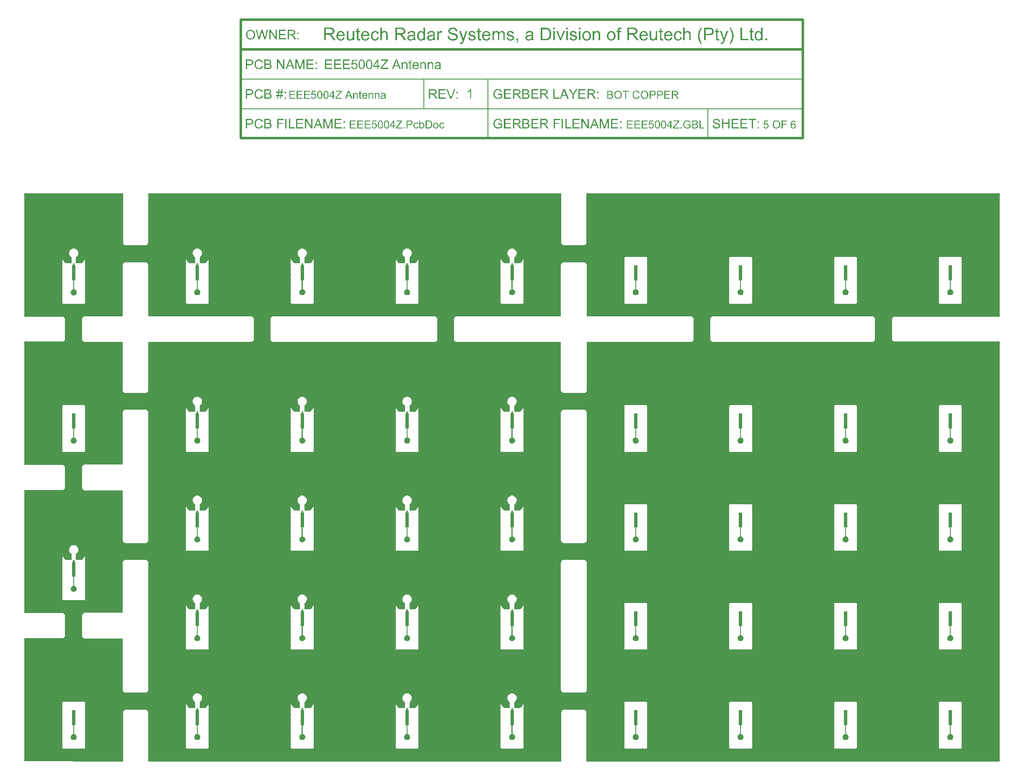
<source format=gbl>
G04*
G04 #@! TF.GenerationSoftware,Altium Limited,Altium Designer,24.9.1 (31)*
G04*
G04 Layer_Physical_Order=4*
G04 Layer_Color=16711680*
%FSAX44Y44*%
%MOMM*%
G71*
G04*
G04 #@! TF.SameCoordinates,745B905A-5BD3-434C-A7EB-C02F30317D31*
G04*
G04*
G04 #@! TF.FilePolarity,Positive*
G04*
G01*
G75*
%ADD10C,0.2000*%
%ADD11C,0.5000*%
%ADD12C,0.3000*%
%ADD13C,1.2000*%
%ADD14C,0.5000*%
G04:AMPARAMS|DCode=15|XSize=0.8mm|YSize=0.39mm|CornerRadius=0.0975mm|HoleSize=0mm|Usage=FLASHONLY|Rotation=270.000|XOffset=0mm|YOffset=0mm|HoleType=Round|Shape=RoundedRectangle|*
%AMROUNDEDRECTD15*
21,1,0.8000,0.1950,0,0,270.0*
21,1,0.6050,0.3900,0,0,270.0*
1,1,0.1950,-0.0975,-0.3025*
1,1,0.1950,-0.0975,0.3025*
1,1,0.1950,0.0975,0.3025*
1,1,0.1950,0.0975,-0.3025*
%
%ADD15ROUNDEDRECTD15*%
G36*
X04571972Y02749562D02*
Y02650080D01*
X04571994Y02650028D01*
X04571978Y02649974D01*
X04572061Y02649130D01*
X04572138Y02648986D01*
Y02648822D01*
X04572784Y02647262D01*
X04572936Y02647110D01*
X04573018Y02646911D01*
X04574212Y02645717D01*
X04574411Y02645635D01*
X04574563Y02645483D01*
X04576123Y02644837D01*
X04576286D01*
X04576431Y02644760D01*
X04577275Y02644677D01*
X04577329Y02644693D01*
X04577381Y02644672D01*
X04617220D01*
X04617271Y02644693D01*
X04617325Y02644677D01*
X04618169Y02644760D01*
X04618314Y02644837D01*
X04618477D01*
X04620037Y02645483D01*
X04620189Y02645635D01*
X04620388Y02645717D01*
X04621582Y02646911D01*
X04621664Y02647110D01*
X04621816Y02647262D01*
X04622462Y02648822D01*
Y02648986D01*
X04622539Y02649130D01*
X04622623Y02649974D01*
X04622606Y02650028D01*
X04622628Y02650080D01*
Y02749561D01*
X04622748Y02749681D01*
X05457990D01*
X05458122Y02749543D01*
Y02500452D01*
X05458002Y02500332D01*
X05246080D01*
X05246028Y02500311D01*
X05245974Y02500327D01*
X05245130Y02500244D01*
X05244985Y02500167D01*
X05244822D01*
X05243262Y02499521D01*
X05243110Y02499369D01*
X05242911Y02499286D01*
X05241718Y02498093D01*
X05241635Y02497894D01*
X05241483Y02497742D01*
X05240837Y02496182D01*
Y02496018D01*
X05240760Y02495874D01*
X05240677Y02495030D01*
X05240693Y02494976D01*
X05240671Y02494924D01*
Y02455085D01*
X05240693Y02455033D01*
X05240677Y02454979D01*
X05240760Y02454135D01*
X05240837Y02453990D01*
Y02453827D01*
X05241483Y02452267D01*
X05241635Y02452115D01*
X05241718Y02451916D01*
X05242911Y02450723D01*
X05243110Y02450640D01*
X05243262Y02450488D01*
X05244822Y02449842D01*
X05244985D01*
X05245130Y02449765D01*
X05245974Y02449682D01*
X05246028Y02449698D01*
X05246080Y02449676D01*
X05458002D01*
X05458122Y02449557D01*
Y01600492D01*
X05457961Y01600327D01*
X04622748D01*
X04622628Y01600447D01*
Y01699520D01*
X04622606Y01699572D01*
X04622623Y01699626D01*
X04622539Y01700470D01*
X04622462Y01700614D01*
Y01700778D01*
X04621816Y01702338D01*
X04621664Y01702490D01*
X04621582Y01702689D01*
X04620388Y01703882D01*
X04620189Y01703965D01*
X04620037Y01704117D01*
X04618477Y01704763D01*
X04618314D01*
X04618170Y01704840D01*
X04617325Y01704923D01*
X04617271Y01704907D01*
X04617220Y01704928D01*
X04577381D01*
X04577329Y01704907D01*
X04577275Y01704923D01*
X04576431Y01704840D01*
X04576286Y01704763D01*
X04576123D01*
X04574563Y01704117D01*
X04574411Y01703965D01*
X04574212Y01703882D01*
X04573018Y01702689D01*
X04572936Y01702490D01*
X04572784Y01702338D01*
X04572138Y01700778D01*
Y01700614D01*
X04572061Y01700470D01*
X04571978Y01699626D01*
X04571994Y01699572D01*
X04571972Y01699520D01*
Y01600448D01*
X04571852Y01600328D01*
X03736598D01*
X03736478Y01600448D01*
Y01699320D01*
X03736457Y01699372D01*
X03736473Y01699426D01*
X03736390Y01700270D01*
X03736313Y01700414D01*
Y01700578D01*
X03735667Y01702138D01*
X03735515Y01702290D01*
X03735432Y01702489D01*
X03734239Y01703682D01*
X03734040Y01703765D01*
X03733887Y01703917D01*
X03732328Y01704563D01*
X03732164D01*
X03732020Y01704640D01*
X03731176Y01704723D01*
X03731122Y01704707D01*
X03731070Y01704729D01*
X03691230D01*
X03691178Y01704707D01*
X03691124Y01704723D01*
X03690280Y01704640D01*
X03690136Y01704563D01*
X03689972D01*
X03688413Y01703917D01*
X03688260Y01703765D01*
X03688062Y01703682D01*
X03686868Y01702489D01*
X03686786Y01702290D01*
X03686633Y01702138D01*
X03685988Y01700578D01*
Y01700414D01*
X03685910Y01700270D01*
X03685827Y01699426D01*
X03685844Y01699372D01*
X03685822Y01699320D01*
Y01601552D01*
X03684599Y01600334D01*
X03486477Y01601078D01*
Y01849553D01*
X03486597Y01849672D01*
X03562920D01*
X03562972Y01849694D01*
X03563026Y01849678D01*
X03563870Y01849761D01*
X03564015Y01849838D01*
X03564178D01*
X03565738Y01850484D01*
X03565890Y01850636D01*
X03566089Y01850719D01*
X03567282Y01851912D01*
X03567365Y01852111D01*
X03567517Y01852263D01*
X03568163Y01853823D01*
Y01853986D01*
X03568240Y01854131D01*
X03568323Y01854975D01*
X03568307Y01855029D01*
X03568329Y01855081D01*
Y01894919D01*
X03568307Y01894971D01*
X03568323Y01895025D01*
X03568240Y01895869D01*
X03568163Y01896014D01*
Y01896178D01*
X03567517Y01897737D01*
X03567365Y01897889D01*
X03567282Y01898088D01*
X03566089Y01899282D01*
X03565890Y01899364D01*
X03565738Y01899516D01*
X03564178Y01900162D01*
X03564015D01*
X03563870Y01900240D01*
X03563026Y01900323D01*
X03562972Y01900306D01*
X03562920Y01900328D01*
X03486597D01*
X03486477Y01900448D01*
Y02149552D01*
X03486597Y02149673D01*
X03563120D01*
X03563172Y02149694D01*
X03563226Y02149678D01*
X03564070Y02149761D01*
X03564214Y02149838D01*
X03564378D01*
X03565938Y02150484D01*
X03566090Y02150636D01*
X03566289Y02150719D01*
X03567482Y02151912D01*
X03567565Y02152111D01*
X03567717Y02152263D01*
X03568363Y02153823D01*
Y02153987D01*
X03568440Y02154131D01*
X03568523Y02154975D01*
X03568507Y02155029D01*
X03568528Y02155081D01*
Y02194920D01*
X03568507Y02194972D01*
X03568523Y02195026D01*
X03568440Y02195870D01*
X03568363Y02196015D01*
Y02196178D01*
X03567717Y02197738D01*
X03567565Y02197890D01*
X03567482Y02198089D01*
X03566289Y02199283D01*
X03566090Y02199365D01*
X03565938Y02199517D01*
X03564378Y02200163D01*
X03564214D01*
X03564070Y02200240D01*
X03563226Y02200323D01*
X03563172Y02200307D01*
X03563120Y02200329D01*
X03486597D01*
X03486477Y02200449D01*
Y02449554D01*
X03486597Y02449674D01*
X03563120D01*
X03563172Y02449695D01*
X03563226Y02449679D01*
X03564070Y02449762D01*
X03564214Y02449839D01*
X03564378D01*
X03565938Y02450485D01*
X03566090Y02450637D01*
X03566289Y02450720D01*
X03567482Y02451913D01*
X03567565Y02452112D01*
X03567717Y02452264D01*
X03568363Y02453824D01*
Y02453988D01*
X03568440Y02454132D01*
X03568523Y02454976D01*
X03568507Y02455030D01*
X03568528Y02455082D01*
Y02494920D01*
X03568507Y02494972D01*
X03568523Y02495026D01*
X03568440Y02495870D01*
X03568363Y02496015D01*
Y02496178D01*
X03567717Y02497738D01*
X03567565Y02497890D01*
X03567482Y02498089D01*
X03566289Y02499283D01*
X03566090Y02499365D01*
X03565938Y02499517D01*
X03564378Y02500163D01*
X03564214D01*
X03564070Y02500240D01*
X03563226Y02500323D01*
X03563172Y02500307D01*
X03563120Y02500329D01*
X03486597D01*
X03486477Y02500449D01*
Y02749673D01*
X03685702D01*
X03685822Y02749554D01*
Y02650080D01*
X03685844Y02650028D01*
X03685827Y02649974D01*
X03685910Y02649130D01*
X03685988Y02648986D01*
Y02648822D01*
X03686634Y02647262D01*
X03686786Y02647110D01*
X03686868Y02646911D01*
X03688062Y02645717D01*
X03688260Y02645635D01*
X03688413Y02645483D01*
X03689972Y02644837D01*
X03690136D01*
X03690280Y02644760D01*
X03691124Y02644677D01*
X03691178Y02644693D01*
X03691230Y02644672D01*
X03731070D01*
X03731122Y02644693D01*
X03731176Y02644677D01*
X03732020Y02644760D01*
X03732164Y02644837D01*
X03732328D01*
X03733887Y02645483D01*
X03734040Y02645635D01*
X03734239Y02645717D01*
X03735432Y02646911D01*
X03735515Y02647110D01*
X03735667Y02647262D01*
X03736313Y02648822D01*
Y02648986D01*
X03736390Y02649130D01*
X03736473Y02649974D01*
X03736457Y02650028D01*
X03736478Y02650080D01*
Y02749562D01*
X03736598Y02749682D01*
X04571853D01*
X04571972Y02749562D01*
D02*
G37*
G36*
X04990221Y02895079D02*
X04983812D01*
X04982956Y02890752D01*
X04982979Y02890775D01*
X04983025Y02890798D01*
X04983094Y02890844D01*
X04983210Y02890914D01*
X04983349Y02890983D01*
X04983511Y02891076D01*
X04983881Y02891261D01*
X04984344Y02891446D01*
X04984853Y02891608D01*
X04985408Y02891724D01*
X04985686Y02891770D01*
X04986195D01*
X04986334Y02891747D01*
X04986519Y02891724D01*
X04986727Y02891700D01*
X04986959Y02891654D01*
X04987213Y02891585D01*
X04987769Y02891423D01*
X04988069Y02891307D01*
X04988370Y02891145D01*
X04988671Y02890983D01*
X04988972Y02890798D01*
X04989250Y02890567D01*
X04989527Y02890312D01*
X04989550Y02890289D01*
X04989597Y02890243D01*
X04989666Y02890173D01*
X04989759Y02890058D01*
X04989874Y02889896D01*
X04989990Y02889734D01*
X04990129Y02889525D01*
X04990268Y02889294D01*
X04990383Y02889040D01*
X04990522Y02888762D01*
X04990638Y02888438D01*
X04990753Y02888114D01*
X04990846Y02887767D01*
X04990916Y02887373D01*
X04990962Y02886980D01*
X04990985Y02886563D01*
Y02886541D01*
Y02886471D01*
Y02886355D01*
X04990962Y02886193D01*
X04990939Y02886008D01*
X04990916Y02885800D01*
X04990869Y02885545D01*
X04990823Y02885291D01*
X04990684Y02884689D01*
X04990453Y02884065D01*
X04990314Y02883741D01*
X04990129Y02883440D01*
X04989944Y02883116D01*
X04989712Y02882815D01*
X04989689Y02882792D01*
X04989643Y02882722D01*
X04989550Y02882630D01*
X04989435Y02882514D01*
X04989272Y02882375D01*
X04989088Y02882190D01*
X04988856Y02882028D01*
X04988602Y02881843D01*
X04988324Y02881658D01*
X04988000Y02881496D01*
X04987653Y02881334D01*
X04987283Y02881172D01*
X04986889Y02881057D01*
X04986450Y02880964D01*
X04985987Y02880894D01*
X04985501Y02880871D01*
X04985293D01*
X04985131Y02880894D01*
X04984945Y02880917D01*
X04984737Y02880941D01*
X04984483Y02880964D01*
X04984228Y02881033D01*
X04983650Y02881172D01*
X04983071Y02881380D01*
X04982770Y02881519D01*
X04982469Y02881681D01*
X04982192Y02881866D01*
X04981914Y02882075D01*
X04981891Y02882097D01*
X04981845Y02882121D01*
X04981799Y02882213D01*
X04981706Y02882306D01*
X04981590Y02882422D01*
X04981475Y02882560D01*
X04981336Y02882745D01*
X04981220Y02882954D01*
X04981081Y02883162D01*
X04980942Y02883417D01*
X04980688Y02883972D01*
X04980480Y02884620D01*
X04980410Y02884967D01*
X04980364Y02885337D01*
X04982423Y02885499D01*
Y02885476D01*
Y02885430D01*
X04982447Y02885360D01*
X04982469Y02885245D01*
X04982539Y02884990D01*
X04982632Y02884643D01*
X04982770Y02884296D01*
X04982956Y02883903D01*
X04983187Y02883555D01*
X04983465Y02883232D01*
X04983511Y02883208D01*
X04983604Y02883116D01*
X04983788Y02883000D01*
X04984043Y02882861D01*
X04984321Y02882722D01*
X04984668Y02882607D01*
X04985061Y02882514D01*
X04985501Y02882491D01*
X04985640D01*
X04985732Y02882514D01*
X04986010Y02882537D01*
X04986334Y02882630D01*
X04986727Y02882745D01*
X04987121Y02882931D01*
X04987537Y02883208D01*
X04987722Y02883370D01*
X04987907Y02883555D01*
X04987931Y02883578D01*
X04987954Y02883602D01*
X04988000Y02883671D01*
X04988069Y02883741D01*
X04988231Y02883995D01*
X04988416Y02884319D01*
X04988578Y02884713D01*
X04988741Y02885198D01*
X04988856Y02885777D01*
X04988902Y02886078D01*
Y02886402D01*
Y02886425D01*
Y02886471D01*
Y02886563D01*
X04988879Y02886679D01*
Y02886818D01*
X04988856Y02886980D01*
X04988787Y02887350D01*
X04988671Y02887790D01*
X04988509Y02888230D01*
X04988278Y02888646D01*
X04987954Y02889040D01*
Y02889062D01*
X04987907Y02889086D01*
X04987792Y02889201D01*
X04987583Y02889363D01*
X04987306Y02889549D01*
X04986935Y02889710D01*
X04986519Y02889872D01*
X04986033Y02889988D01*
X04985755Y02890034D01*
X04985316D01*
X04985131Y02890011D01*
X04984899Y02889988D01*
X04984622Y02889919D01*
X04984344Y02889849D01*
X04984043Y02889734D01*
X04983742Y02889595D01*
X04983719Y02889572D01*
X04983627Y02889525D01*
X04983488Y02889410D01*
X04983303Y02889294D01*
X04983117Y02889132D01*
X04982932Y02888924D01*
X04982724Y02888716D01*
X04982562Y02888461D01*
X04980711Y02888716D01*
X04982261Y02896953D01*
X04990221D01*
Y02895079D01*
D02*
G37*
G36*
X05028170Y02895264D02*
X05019470D01*
Y02890312D01*
X05026990D01*
Y02888415D01*
X05019470D01*
Y02881149D01*
X05017341D01*
Y02897161D01*
X05028170D01*
Y02895264D01*
D02*
G37*
G36*
X05007229Y02897416D02*
X05007437D01*
X05007645Y02897393D01*
X05007923Y02897346D01*
X05008201Y02897300D01*
X05008802Y02897184D01*
X05009496Y02897000D01*
X05010168Y02896722D01*
X05010515Y02896560D01*
X05010862Y02896375D01*
X05010885Y02896352D01*
X05010931Y02896328D01*
X05011024Y02896259D01*
X05011162Y02896190D01*
X05011301Y02896074D01*
X05011487Y02895935D01*
X05011880Y02895611D01*
X05012296Y02895194D01*
X05012759Y02894685D01*
X05013199Y02894084D01*
X05013569Y02893413D01*
Y02893390D01*
X05013615Y02893320D01*
X05013661Y02893228D01*
X05013708Y02893089D01*
X05013800Y02892904D01*
X05013870Y02892696D01*
X05013962Y02892441D01*
X05014055Y02892163D01*
X05014124Y02891862D01*
X05014217Y02891538D01*
X05014309Y02891168D01*
X05014379Y02890798D01*
X05014471Y02889988D01*
X05014518Y02889109D01*
Y02889086D01*
Y02888993D01*
Y02888878D01*
X05014495Y02888692D01*
Y02888484D01*
X05014471Y02888230D01*
X05014425Y02887952D01*
X05014402Y02887651D01*
X05014286Y02886980D01*
X05014101Y02886240D01*
X05013847Y02885499D01*
X05013708Y02885129D01*
X05013523Y02884759D01*
Y02884735D01*
X05013476Y02884666D01*
X05013430Y02884574D01*
X05013338Y02884435D01*
X05013245Y02884273D01*
X05013129Y02884111D01*
X05012805Y02883671D01*
X05012412Y02883208D01*
X05011949Y02882722D01*
X05011394Y02882260D01*
X05010746Y02881843D01*
X05010723D01*
X05010677Y02881797D01*
X05010561Y02881750D01*
X05010422Y02881681D01*
X05010260Y02881612D01*
X05010075Y02881542D01*
X05009843Y02881450D01*
X05009589Y02881357D01*
X05009311Y02881265D01*
X05009011Y02881172D01*
X05008340Y02881033D01*
X05007622Y02880917D01*
X05006859Y02880871D01*
X05006627D01*
X05006488Y02880894D01*
X05006280D01*
X05006049Y02880941D01*
X05005794Y02880964D01*
X05005493Y02881010D01*
X05004868Y02881149D01*
X05004197Y02881334D01*
X05003503Y02881612D01*
X05003156Y02881774D01*
X05002809Y02881959D01*
X05002786Y02881982D01*
X05002740Y02882005D01*
X05002647Y02882075D01*
X05002508Y02882167D01*
X05002369Y02882260D01*
X05002208Y02882398D01*
X05001814Y02882745D01*
X05001375Y02883162D01*
X05000912Y02883671D01*
X05000495Y02884250D01*
X05000102Y02884921D01*
Y02884944D01*
X05000056Y02885013D01*
X05000009Y02885106D01*
X04999963Y02885245D01*
X04999893Y02885430D01*
X04999824Y02885638D01*
X04999732Y02885869D01*
X04999662Y02886124D01*
X04999570Y02886425D01*
X04999477Y02886725D01*
X04999338Y02887420D01*
X04999246Y02888137D01*
X04999200Y02888924D01*
Y02888947D01*
Y02888970D01*
Y02889109D01*
X04999222Y02889317D01*
Y02889595D01*
X04999269Y02889919D01*
X04999315Y02890312D01*
X04999384Y02890752D01*
X04999477Y02891215D01*
X04999570Y02891700D01*
X04999709Y02892209D01*
X04999893Y02892719D01*
X05000102Y02893251D01*
X05000333Y02893760D01*
X05000634Y02894269D01*
X05000958Y02894732D01*
X05001328Y02895172D01*
X05001351Y02895194D01*
X05001421Y02895264D01*
X05001559Y02895380D01*
X05001721Y02895518D01*
X05001930Y02895704D01*
X05002184Y02895889D01*
X05002485Y02896097D01*
X05002832Y02896305D01*
X05003203Y02896513D01*
X05003619Y02896722D01*
X05004082Y02896907D01*
X05004568Y02897092D01*
X05005100Y02897231D01*
X05005655Y02897346D01*
X05006234Y02897416D01*
X05006859Y02897439D01*
X05007067D01*
X05007229Y02897416D01*
D02*
G37*
G36*
X05041436Y02896925D02*
X05041592Y02896908D01*
X05041783Y02896891D01*
X05041991Y02896856D01*
X05042216Y02896804D01*
X05042720Y02896682D01*
X05042962Y02896595D01*
X05043240Y02896491D01*
X05043500Y02896370D01*
X05043743Y02896214D01*
X05043986Y02896058D01*
X05044229Y02895867D01*
X05044246Y02895850D01*
X05044281Y02895815D01*
X05044350Y02895763D01*
X05044420Y02895676D01*
X05044524Y02895572D01*
X05044628Y02895433D01*
X05044749Y02895277D01*
X05044871Y02895104D01*
X05044992Y02894913D01*
X05045114Y02894687D01*
X05045235Y02894445D01*
X05045356Y02894184D01*
X05045461Y02893907D01*
X05045547Y02893612D01*
X05045634Y02893300D01*
X05045686Y02892953D01*
X05043726Y02892796D01*
Y02892814D01*
X05043708Y02892849D01*
X05043691Y02892900D01*
X05043674Y02892987D01*
X05043622Y02893195D01*
X05043535Y02893438D01*
X05043431Y02893716D01*
X05043292Y02893994D01*
X05043153Y02894254D01*
X05042980Y02894479D01*
X05042962Y02894496D01*
X05042945Y02894514D01*
X05042893Y02894566D01*
X05042841Y02894618D01*
X05042668Y02894757D01*
X05042425Y02894913D01*
X05042147Y02895069D01*
X05041800Y02895190D01*
X05041418Y02895294D01*
X05041210Y02895312D01*
X05041002Y02895329D01*
X05040846D01*
X05040655Y02895294D01*
X05040430Y02895260D01*
X05040169Y02895190D01*
X05039892Y02895104D01*
X05039614Y02894965D01*
X05039337Y02894791D01*
X05039319D01*
X05039302Y02894757D01*
X05039250Y02894722D01*
X05039181Y02894670D01*
X05039024Y02894514D01*
X05038816Y02894288D01*
X05038573Y02894011D01*
X05038330Y02893664D01*
X05038105Y02893265D01*
X05037879Y02892814D01*
Y02892796D01*
X05037862Y02892762D01*
X05037827Y02892675D01*
X05037793Y02892571D01*
X05037758Y02892449D01*
X05037706Y02892276D01*
X05037654Y02892085D01*
X05037602Y02891877D01*
X05037550Y02891634D01*
X05037515Y02891357D01*
X05037463Y02891044D01*
X05037411Y02890715D01*
X05037376Y02890368D01*
X05037359Y02889986D01*
X05037342Y02889570D01*
X05037325Y02889154D01*
X05037359Y02889188D01*
X05037394Y02889240D01*
X05037446Y02889309D01*
X05037602Y02889500D01*
X05037793Y02889743D01*
X05038053Y02890003D01*
X05038348Y02890263D01*
X05038677Y02890506D01*
X05039042Y02890732D01*
X05039059D01*
X05039094Y02890749D01*
X05039146Y02890784D01*
X05039215Y02890819D01*
X05039319Y02890853D01*
X05039424Y02890905D01*
X05039701Y02891010D01*
X05040031Y02891096D01*
X05040395Y02891183D01*
X05040794Y02891252D01*
X05041210Y02891270D01*
X05041297D01*
X05041401Y02891252D01*
X05041540D01*
X05041713Y02891218D01*
X05041904Y02891200D01*
X05042130Y02891148D01*
X05042373Y02891096D01*
X05042615Y02891010D01*
X05042893Y02890923D01*
X05043170Y02890801D01*
X05043448Y02890663D01*
X05043743Y02890489D01*
X05044021Y02890298D01*
X05044298Y02890073D01*
X05044558Y02889813D01*
X05044576Y02889795D01*
X05044611Y02889743D01*
X05044680Y02889674D01*
X05044784Y02889552D01*
X05044888Y02889413D01*
X05044992Y02889240D01*
X05045131Y02889032D01*
X05045252Y02888806D01*
X05045374Y02888546D01*
X05045513Y02888268D01*
X05045617Y02887956D01*
X05045738Y02887627D01*
X05045825Y02887280D01*
X05045894Y02886898D01*
X05045929Y02886499D01*
X05045946Y02886082D01*
Y02886065D01*
Y02886013D01*
Y02885944D01*
X05045929Y02885822D01*
Y02885701D01*
X05045912Y02885545D01*
X05045894Y02885354D01*
X05045860Y02885163D01*
X05045790Y02884730D01*
X05045669Y02884261D01*
X05045513Y02883775D01*
X05045287Y02883272D01*
Y02883255D01*
X05045252Y02883220D01*
X05045218Y02883151D01*
X05045166Y02883064D01*
X05045096Y02882960D01*
X05045027Y02882838D01*
X05044819Y02882544D01*
X05044576Y02882231D01*
X05044264Y02881902D01*
X05043899Y02881572D01*
X05043500Y02881295D01*
X05043483D01*
X05043448Y02881260D01*
X05043379Y02881225D01*
X05043292Y02881190D01*
X05043188Y02881138D01*
X05043066Y02881086D01*
X05042910Y02881017D01*
X05042754Y02880965D01*
X05042373Y02880826D01*
X05041921Y02880722D01*
X05041436Y02880652D01*
X05040915Y02880618D01*
X05040811D01*
X05040673Y02880635D01*
X05040499Y02880652D01*
X05040291Y02880670D01*
X05040048Y02880722D01*
X05039788Y02880774D01*
X05039493Y02880844D01*
X05039181Y02880948D01*
X05038851Y02881052D01*
X05038521Y02881208D01*
X05038192Y02881381D01*
X05037845Y02881589D01*
X05037532Y02881832D01*
X05037203Y02882110D01*
X05036908Y02882422D01*
X05036891Y02882440D01*
X05036838Y02882509D01*
X05036769Y02882613D01*
X05036665Y02882769D01*
X05036544Y02882960D01*
X05036422Y02883203D01*
X05036283Y02883498D01*
X05036145Y02883845D01*
X05035988Y02884226D01*
X05035850Y02884660D01*
X05035728Y02885146D01*
X05035607Y02885684D01*
X05035503Y02886273D01*
X05035433Y02886915D01*
X05035381Y02887609D01*
X05035364Y02888355D01*
Y02888372D01*
Y02888407D01*
Y02888477D01*
Y02888564D01*
Y02888668D01*
X05035381Y02888806D01*
Y02888945D01*
X05035399Y02889119D01*
X05035416Y02889500D01*
X05035451Y02889934D01*
X05035503Y02890420D01*
X05035572Y02890940D01*
X05035676Y02891495D01*
X05035780Y02892050D01*
X05035919Y02892606D01*
X05036093Y02893161D01*
X05036283Y02893698D01*
X05036509Y02894219D01*
X05036786Y02894687D01*
X05037081Y02895104D01*
X05037099Y02895121D01*
X05037151Y02895190D01*
X05037238Y02895277D01*
X05037359Y02895399D01*
X05037498Y02895537D01*
X05037689Y02895693D01*
X05037897Y02895850D01*
X05038140Y02896023D01*
X05038417Y02896197D01*
X05038730Y02896353D01*
X05039059Y02896509D01*
X05039424Y02896648D01*
X05039805Y02896769D01*
X05040221Y02896856D01*
X05040655Y02896925D01*
X05041123Y02896943D01*
X05041314D01*
X05041436Y02896925D01*
D02*
G37*
G36*
X04885887Y02900720D02*
X04886082D01*
X04886609Y02900664D01*
X04887192Y02900581D01*
X04887803Y02900442D01*
X04888469Y02900276D01*
X04889080Y02900054D01*
X04889108D01*
X04889163Y02900026D01*
X04889247Y02899970D01*
X04889358Y02899915D01*
X04889635Y02899776D01*
X04889996Y02899526D01*
X04890412Y02899248D01*
X04890829Y02898888D01*
X04891218Y02898471D01*
X04891578Y02897999D01*
Y02897971D01*
X04891606Y02897944D01*
X04891662Y02897860D01*
X04891717Y02897777D01*
X04891856Y02897499D01*
X04892023Y02897139D01*
X04892217Y02896694D01*
X04892356Y02896167D01*
X04892495Y02895612D01*
X04892550Y02895001D01*
X04890107Y02894807D01*
Y02894834D01*
Y02894890D01*
X04890079Y02894973D01*
X04890052Y02895112D01*
X04889968Y02895417D01*
X04889857Y02895834D01*
X04889691Y02896278D01*
X04889441Y02896722D01*
X04889135Y02897139D01*
X04888747Y02897527D01*
X04888691Y02897555D01*
X04888553Y02897666D01*
X04888275Y02897833D01*
X04887914Y02897999D01*
X04887442Y02898166D01*
X04886887Y02898333D01*
X04886193Y02898443D01*
X04885415Y02898471D01*
X04885027D01*
X04884860Y02898443D01*
X04884638Y02898416D01*
X04884138Y02898360D01*
X04883583Y02898249D01*
X04883028Y02898110D01*
X04882500Y02897888D01*
X04882278Y02897749D01*
X04882056Y02897610D01*
X04882000Y02897583D01*
X04881889Y02897472D01*
X04881723Y02897278D01*
X04881556Y02897055D01*
X04881362Y02896750D01*
X04881195Y02896417D01*
X04881084Y02896028D01*
X04881029Y02895584D01*
Y02895528D01*
Y02895417D01*
X04881057Y02895223D01*
X04881112Y02895001D01*
X04881195Y02894723D01*
X04881334Y02894445D01*
X04881501Y02894168D01*
X04881750Y02893890D01*
X04881778Y02893863D01*
X04881917Y02893779D01*
X04882028Y02893696D01*
X04882139Y02893640D01*
X04882306Y02893557D01*
X04882500Y02893446D01*
X04882750Y02893363D01*
X04883028Y02893252D01*
X04883333Y02893141D01*
X04883694Y02893002D01*
X04884083Y02892891D01*
X04884527Y02892752D01*
X04885027Y02892641D01*
X04885582Y02892502D01*
X04885610D01*
X04885721Y02892474D01*
X04885887Y02892447D01*
X04886082Y02892391D01*
X04886331Y02892336D01*
X04886637Y02892253D01*
X04886942Y02892169D01*
X04887275Y02892086D01*
X04887997Y02891891D01*
X04888691Y02891697D01*
X04889024Y02891586D01*
X04889330Y02891475D01*
X04889607Y02891392D01*
X04889829Y02891281D01*
X04889857D01*
X04889913Y02891253D01*
X04889996Y02891198D01*
X04890107Y02891142D01*
X04890412Y02890975D01*
X04890773Y02890753D01*
X04891190Y02890448D01*
X04891606Y02890115D01*
X04891995Y02889726D01*
X04892328Y02889310D01*
X04892356Y02889254D01*
X04892467Y02889115D01*
X04892578Y02888865D01*
X04892744Y02888532D01*
X04892883Y02888144D01*
X04893022Y02887672D01*
X04893105Y02887144D01*
X04893133Y02886589D01*
Y02886561D01*
Y02886534D01*
Y02886450D01*
Y02886339D01*
X04893078Y02886034D01*
X04893022Y02885645D01*
X04892911Y02885201D01*
X04892772Y02884729D01*
X04892550Y02884229D01*
X04892245Y02883702D01*
Y02883674D01*
X04892217Y02883646D01*
X04892078Y02883480D01*
X04891884Y02883230D01*
X04891606Y02882952D01*
X04891245Y02882619D01*
X04890801Y02882258D01*
X04890302Y02881925D01*
X04889718Y02881620D01*
X04889691D01*
X04889635Y02881592D01*
X04889552Y02881564D01*
X04889441Y02881508D01*
X04889274Y02881453D01*
X04889080Y02881370D01*
X04888636Y02881259D01*
X04888108Y02881120D01*
X04887469Y02880981D01*
X04886776Y02880898D01*
X04886026Y02880870D01*
X04885582D01*
X04885360Y02880898D01*
X04885110D01*
X04884832Y02880926D01*
X04884499Y02880953D01*
X04883805Y02881064D01*
X04883083Y02881175D01*
X04882361Y02881370D01*
X04881667Y02881620D01*
X04881640D01*
X04881584Y02881647D01*
X04881501Y02881703D01*
X04881390Y02881758D01*
X04881057Y02881925D01*
X04880668Y02882175D01*
X04880224Y02882508D01*
X04879752Y02882897D01*
X04879308Y02883369D01*
X04878891Y02883896D01*
Y02883924D01*
X04878835Y02883979D01*
X04878808Y02884062D01*
X04878724Y02884174D01*
X04878669Y02884312D01*
X04878586Y02884479D01*
X04878391Y02884895D01*
X04878197Y02885423D01*
X04878030Y02886006D01*
X04877919Y02886672D01*
X04877864Y02887366D01*
X04880251Y02887589D01*
Y02887561D01*
Y02887533D01*
X04880279Y02887450D01*
Y02887339D01*
X04880335Y02887089D01*
X04880418Y02886728D01*
X04880529Y02886367D01*
X04880640Y02885950D01*
X04880834Y02885562D01*
X04881029Y02885201D01*
X04881057Y02885173D01*
X04881140Y02885062D01*
X04881279Y02884868D01*
X04881501Y02884673D01*
X04881778Y02884424D01*
X04882084Y02884174D01*
X04882500Y02883924D01*
X04882944Y02883702D01*
X04882972D01*
X04883000Y02883674D01*
X04883083Y02883646D01*
X04883167Y02883618D01*
X04883444Y02883535D01*
X04883805Y02883424D01*
X04884249Y02883313D01*
X04884749Y02883230D01*
X04885304Y02883174D01*
X04885915Y02883146D01*
X04886165D01*
X04886442Y02883174D01*
X04886776Y02883202D01*
X04887164Y02883257D01*
X04887608Y02883313D01*
X04888053Y02883424D01*
X04888469Y02883563D01*
X04888524Y02883591D01*
X04888663Y02883646D01*
X04888858Y02883757D01*
X04889108Y02883868D01*
X04889358Y02884062D01*
X04889635Y02884257D01*
X04889913Y02884479D01*
X04890135Y02884756D01*
X04890163Y02884785D01*
X04890218Y02884895D01*
X04890302Y02885034D01*
X04890412Y02885256D01*
X04890523Y02885479D01*
X04890607Y02885756D01*
X04890662Y02886061D01*
X04890690Y02886395D01*
Y02886422D01*
Y02886561D01*
X04890662Y02886728D01*
X04890634Y02886950D01*
X04890551Y02887172D01*
X04890468Y02887450D01*
X04890329Y02887727D01*
X04890135Y02887977D01*
X04890107Y02888005D01*
X04890024Y02888088D01*
X04889913Y02888199D01*
X04889718Y02888366D01*
X04889496Y02888532D01*
X04889191Y02888727D01*
X04888830Y02888921D01*
X04888413Y02889088D01*
X04888386Y02889115D01*
X04888247Y02889143D01*
X04888025Y02889226D01*
X04887886Y02889254D01*
X04887692Y02889310D01*
X04887497Y02889393D01*
X04887248Y02889449D01*
X04886970Y02889532D01*
X04886637Y02889615D01*
X04886304Y02889698D01*
X04885915Y02889809D01*
X04885471Y02889920D01*
X04884999Y02890031D01*
X04884971D01*
X04884888Y02890059D01*
X04884749Y02890087D01*
X04884583Y02890143D01*
X04884360Y02890198D01*
X04884110Y02890254D01*
X04883555Y02890420D01*
X04882944Y02890615D01*
X04882306Y02890809D01*
X04881750Y02891003D01*
X04881501Y02891114D01*
X04881279Y02891225D01*
X04881251D01*
X04881223Y02891253D01*
X04881057Y02891364D01*
X04880807Y02891503D01*
X04880529Y02891725D01*
X04880196Y02891975D01*
X04879863Y02892280D01*
X04879530Y02892641D01*
X04879252Y02893030D01*
X04879224Y02893085D01*
X04879141Y02893224D01*
X04879030Y02893446D01*
X04878919Y02893724D01*
X04878808Y02894085D01*
X04878697Y02894501D01*
X04878614Y02894945D01*
X04878586Y02895417D01*
Y02895445D01*
Y02895473D01*
Y02895556D01*
Y02895667D01*
X04878641Y02895945D01*
X04878697Y02896306D01*
X04878780Y02896722D01*
X04878919Y02897194D01*
X04879113Y02897666D01*
X04879391Y02898138D01*
Y02898166D01*
X04879419Y02898193D01*
X04879557Y02898360D01*
X04879752Y02898582D01*
X04880002Y02898860D01*
X04880335Y02899165D01*
X04880751Y02899498D01*
X04881251Y02899804D01*
X04881806Y02900081D01*
X04881834D01*
X04881889Y02900109D01*
X04881973Y02900137D01*
X04882084Y02900192D01*
X04882223Y02900248D01*
X04882417Y02900304D01*
X04882833Y02900414D01*
X04883361Y02900526D01*
X04883972Y02900637D01*
X04884610Y02900720D01*
X04885332Y02900748D01*
X04885693D01*
X04885887Y02900720D01*
D02*
G37*
G36*
X04911761Y02881203D02*
X04909207D01*
Y02890254D01*
X04899268D01*
Y02881203D01*
X04896714D01*
Y02900414D01*
X04899268D01*
Y02892530D01*
X04909207D01*
Y02900414D01*
X04911761D01*
Y02881203D01*
D02*
G37*
G36*
X04971256Y02892447D02*
X04968563D01*
Y02895140D01*
X04971256D01*
Y02892447D01*
D02*
G37*
G36*
Y02881203D02*
X04968563D01*
Y02883896D01*
X04971256D01*
Y02881203D01*
D02*
G37*
G36*
X04965593Y02898138D02*
X04959263D01*
Y02881203D01*
X04956709D01*
Y02898138D01*
X04950379D01*
Y02900414D01*
X04965593D01*
Y02898138D01*
D02*
G37*
G36*
X04947852D02*
X04936498D01*
Y02892280D01*
X04947131D01*
Y02890004D01*
X04936498D01*
Y02883480D01*
X04948297D01*
Y02881203D01*
X04933943D01*
Y02900414D01*
X04947852D01*
Y02898138D01*
D02*
G37*
G36*
X04929946D02*
X04918591D01*
Y02892280D01*
X04929224D01*
Y02890004D01*
X04918591D01*
Y02883480D01*
X04930390D01*
Y02881203D01*
X04916037D01*
Y02900414D01*
X04929946D01*
Y02898138D01*
D02*
G37*
G36*
X04308720Y03015417D02*
X04309025Y03015390D01*
X04309386Y03015334D01*
X04309774Y03015251D01*
X04310191Y03015140D01*
X04310580Y03014973D01*
X04310635Y03014945D01*
X04310746Y03014890D01*
X04310941Y03014807D01*
X04311163Y03014668D01*
X04311440Y03014501D01*
X04311690Y03014279D01*
X04311940Y03014057D01*
X04312162Y03013779D01*
X04312190Y03013752D01*
X04312245Y03013641D01*
X04312329Y03013502D01*
X04312468Y03013307D01*
X04312579Y03013030D01*
X04312690Y03012752D01*
X04312828Y03012419D01*
X04312912Y03012058D01*
Y03012030D01*
X04312939Y03011919D01*
X04312967Y03011753D01*
X04312995Y03011530D01*
Y03011198D01*
X04313023Y03010809D01*
X04313051Y03010337D01*
Y03009754D01*
Y03001203D01*
X04310691D01*
Y03009643D01*
Y03009671D01*
Y03009698D01*
Y03009893D01*
Y03010143D01*
X04310663Y03010448D01*
X04310635Y03010809D01*
X04310580Y03011170D01*
X04310497Y03011503D01*
X04310413Y03011808D01*
Y03011836D01*
X04310358Y03011919D01*
X04310274Y03012058D01*
X04310191Y03012225D01*
X04310052Y03012391D01*
X04309886Y03012585D01*
X04309664Y03012780D01*
X04309414Y03012946D01*
X04309386Y03012974D01*
X04309303Y03013030D01*
X04309136Y03013085D01*
X04308942Y03013169D01*
X04308720Y03013252D01*
X04308442Y03013335D01*
X04308109Y03013363D01*
X04307776Y03013391D01*
X04307637D01*
X04307526Y03013363D01*
X04307248Y03013335D01*
X04306887Y03013280D01*
X04306499Y03013141D01*
X04306054Y03012974D01*
X04305610Y03012752D01*
X04305194Y03012419D01*
X04305138Y03012364D01*
X04305027Y03012225D01*
X04304944Y03012114D01*
X04304861Y03011975D01*
X04304750Y03011808D01*
X04304666Y03011614D01*
X04304555Y03011392D01*
X04304444Y03011114D01*
X04304361Y03010809D01*
X04304278Y03010476D01*
X04304222Y03010115D01*
X04304167Y03009726D01*
X04304111Y03009254D01*
Y03008782D01*
Y03001203D01*
X04301751D01*
Y03015140D01*
X04303861D01*
Y03013141D01*
X04303889Y03013169D01*
X04303945Y03013252D01*
X04304028Y03013363D01*
X04304139Y03013502D01*
X04304305Y03013668D01*
X04304500Y03013863D01*
X04304722Y03014085D01*
X04304999Y03014307D01*
X04305277Y03014501D01*
X04305610Y03014723D01*
X04305971Y03014918D01*
X04306360Y03015084D01*
X04306804Y03015223D01*
X04307248Y03015334D01*
X04307748Y03015417D01*
X04308275Y03015445D01*
X04308498D01*
X04308720Y03015417D01*
D02*
G37*
G36*
X04293784D02*
X04294089Y03015390D01*
X04294450Y03015334D01*
X04294839Y03015251D01*
X04295255Y03015140D01*
X04295644Y03014973D01*
X04295699Y03014945D01*
X04295810Y03014890D01*
X04296005Y03014807D01*
X04296227Y03014668D01*
X04296504Y03014501D01*
X04296754Y03014279D01*
X04297004Y03014057D01*
X04297226Y03013779D01*
X04297254Y03013752D01*
X04297309Y03013641D01*
X04297393Y03013502D01*
X04297531Y03013307D01*
X04297643Y03013030D01*
X04297754Y03012752D01*
X04297892Y03012419D01*
X04297976Y03012058D01*
Y03012030D01*
X04298004Y03011919D01*
X04298031Y03011753D01*
X04298059Y03011530D01*
Y03011198D01*
X04298087Y03010809D01*
X04298115Y03010337D01*
Y03009754D01*
Y03001203D01*
X04295755D01*
Y03009643D01*
Y03009671D01*
Y03009698D01*
Y03009893D01*
Y03010143D01*
X04295727Y03010448D01*
X04295699Y03010809D01*
X04295644Y03011170D01*
X04295560Y03011503D01*
X04295477Y03011808D01*
Y03011836D01*
X04295421Y03011919D01*
X04295338Y03012058D01*
X04295255Y03012225D01*
X04295116Y03012391D01*
X04294950Y03012585D01*
X04294727Y03012780D01*
X04294478Y03012946D01*
X04294450Y03012974D01*
X04294366Y03013030D01*
X04294200Y03013085D01*
X04294006Y03013169D01*
X04293784Y03013252D01*
X04293506Y03013335D01*
X04293173Y03013363D01*
X04292840Y03013391D01*
X04292701D01*
X04292590Y03013363D01*
X04292312Y03013335D01*
X04291951Y03013280D01*
X04291562Y03013141D01*
X04291118Y03012974D01*
X04290674Y03012752D01*
X04290258Y03012419D01*
X04290202Y03012364D01*
X04290091Y03012225D01*
X04290008Y03012114D01*
X04289925Y03011975D01*
X04289814Y03011808D01*
X04289730Y03011614D01*
X04289619Y03011392D01*
X04289508Y03011114D01*
X04289425Y03010809D01*
X04289342Y03010476D01*
X04289286Y03010115D01*
X04289231Y03009726D01*
X04289175Y03009254D01*
Y03008782D01*
Y03001203D01*
X04286815D01*
Y03015140D01*
X04288925D01*
Y03013141D01*
X04288953Y03013169D01*
X04289008Y03013252D01*
X04289092Y03013363D01*
X04289203Y03013502D01*
X04289370Y03013668D01*
X04289564Y03013863D01*
X04289786Y03014085D01*
X04290063Y03014307D01*
X04290341Y03014501D01*
X04290674Y03014723D01*
X04291035Y03014918D01*
X04291424Y03015084D01*
X04291868Y03015223D01*
X04292312Y03015334D01*
X04292812Y03015417D01*
X04293340Y03015445D01*
X04293561D01*
X04293784Y03015417D01*
D02*
G37*
G36*
X04256443D02*
X04256749Y03015390D01*
X04257110Y03015334D01*
X04257498Y03015251D01*
X04257915Y03015140D01*
X04258304Y03014973D01*
X04258359Y03014945D01*
X04258470Y03014890D01*
X04258665Y03014807D01*
X04258886Y03014668D01*
X04259164Y03014501D01*
X04259414Y03014279D01*
X04259664Y03014057D01*
X04259886Y03013779D01*
X04259914Y03013752D01*
X04259969Y03013641D01*
X04260052Y03013502D01*
X04260191Y03013307D01*
X04260302Y03013030D01*
X04260414Y03012752D01*
X04260552Y03012419D01*
X04260635Y03012058D01*
Y03012030D01*
X04260663Y03011919D01*
X04260691Y03011753D01*
X04260719Y03011530D01*
Y03011198D01*
X04260746Y03010809D01*
X04260774Y03010337D01*
Y03009754D01*
Y03001203D01*
X04258415D01*
Y03009643D01*
Y03009671D01*
Y03009698D01*
Y03009893D01*
Y03010143D01*
X04258387Y03010448D01*
X04258359Y03010809D01*
X04258304Y03011170D01*
X04258220Y03011503D01*
X04258137Y03011808D01*
Y03011836D01*
X04258081Y03011919D01*
X04257998Y03012058D01*
X04257915Y03012225D01*
X04257776Y03012391D01*
X04257609Y03012585D01*
X04257387Y03012780D01*
X04257137Y03012946D01*
X04257110Y03012974D01*
X04257026Y03013030D01*
X04256860Y03013085D01*
X04256666Y03013169D01*
X04256443Y03013252D01*
X04256166Y03013335D01*
X04255833Y03013363D01*
X04255500Y03013391D01*
X04255361D01*
X04255250Y03013363D01*
X04254972Y03013335D01*
X04254611Y03013280D01*
X04254222Y03013141D01*
X04253778Y03012974D01*
X04253334Y03012752D01*
X04252917Y03012419D01*
X04252862Y03012364D01*
X04252751Y03012225D01*
X04252668Y03012114D01*
X04252585Y03011975D01*
X04252473Y03011808D01*
X04252390Y03011614D01*
X04252279Y03011392D01*
X04252168Y03011114D01*
X04252085Y03010809D01*
X04252002Y03010476D01*
X04251946Y03010115D01*
X04251890Y03009726D01*
X04251835Y03009254D01*
Y03008782D01*
Y03001203D01*
X04249475D01*
Y03015140D01*
X04251585D01*
Y03013141D01*
X04251613Y03013169D01*
X04251668Y03013252D01*
X04251752Y03013363D01*
X04251863Y03013502D01*
X04252029Y03013668D01*
X04252224Y03013863D01*
X04252446Y03014085D01*
X04252723Y03014307D01*
X04253001Y03014501D01*
X04253334Y03014723D01*
X04253695Y03014918D01*
X04254084Y03015084D01*
X04254528Y03015223D01*
X04254972Y03015334D01*
X04255472Y03015417D01*
X04255999Y03015445D01*
X04256221D01*
X04256443Y03015417D01*
D02*
G37*
G36*
X04159109Y03017916D02*
X04151419D01*
X04150392Y03012724D01*
X04150420Y03012752D01*
X04150475Y03012780D01*
X04150558Y03012835D01*
X04150697Y03012919D01*
X04150864Y03013002D01*
X04151058Y03013113D01*
X04151502Y03013335D01*
X04152057Y03013557D01*
X04152668Y03013752D01*
X04153335Y03013890D01*
X04153668Y03013946D01*
X04154279D01*
X04154445Y03013918D01*
X04154667Y03013890D01*
X04154917Y03013863D01*
X04155195Y03013807D01*
X04155500Y03013724D01*
X04156166Y03013529D01*
X04156527Y03013391D01*
X04156888Y03013196D01*
X04157249Y03013002D01*
X04157610Y03012780D01*
X04157943Y03012502D01*
X04158276Y03012197D01*
X04158304Y03012169D01*
X04158360Y03012114D01*
X04158443Y03012030D01*
X04158554Y03011891D01*
X04158693Y03011697D01*
X04158831Y03011503D01*
X04158998Y03011253D01*
X04159165Y03010975D01*
X04159304Y03010670D01*
X04159470Y03010337D01*
X04159609Y03009948D01*
X04159748Y03009560D01*
X04159859Y03009143D01*
X04159942Y03008671D01*
X04159998Y03008199D01*
X04160025Y03007699D01*
Y03007672D01*
Y03007589D01*
Y03007450D01*
X04159998Y03007255D01*
X04159970Y03007033D01*
X04159942Y03006783D01*
X04159886Y03006478D01*
X04159831Y03006172D01*
X04159664Y03005451D01*
X04159387Y03004701D01*
X04159220Y03004312D01*
X04158998Y03003951D01*
X04158776Y03003563D01*
X04158499Y03003202D01*
X04158470Y03003174D01*
X04158415Y03003091D01*
X04158304Y03002980D01*
X04158165Y03002841D01*
X04157971Y03002675D01*
X04157749Y03002452D01*
X04157471Y03002258D01*
X04157166Y03002036D01*
X04156833Y03001814D01*
X04156444Y03001620D01*
X04156028Y03001425D01*
X04155583Y03001231D01*
X04155111Y03001092D01*
X04154584Y03000981D01*
X04154029Y03000898D01*
X04153446Y03000870D01*
X04153196D01*
X04153001Y03000898D01*
X04152780Y03000926D01*
X04152530Y03000953D01*
X04152224Y03000981D01*
X04151919Y03001064D01*
X04151225Y03001231D01*
X04150531Y03001481D01*
X04150170Y03001647D01*
X04149809Y03001842D01*
X04149476Y03002064D01*
X04149142Y03002314D01*
X04149115Y03002341D01*
X04149059Y03002369D01*
X04149004Y03002480D01*
X04148893Y03002591D01*
X04148754Y03002730D01*
X04148615Y03002897D01*
X04148448Y03003119D01*
X04148310Y03003369D01*
X04148143Y03003618D01*
X04147976Y03003924D01*
X04147671Y03004590D01*
X04147421Y03005367D01*
X04147338Y03005784D01*
X04147282Y03006228D01*
X04149753Y03006422D01*
Y03006395D01*
Y03006339D01*
X04149781Y03006256D01*
X04149809Y03006117D01*
X04149892Y03005811D01*
X04150003Y03005395D01*
X04150170Y03004979D01*
X04150392Y03004507D01*
X04150669Y03004090D01*
X04151003Y03003702D01*
X04151058Y03003674D01*
X04151169Y03003563D01*
X04151391Y03003424D01*
X04151696Y03003257D01*
X04152030Y03003091D01*
X04152446Y03002952D01*
X04152918Y03002841D01*
X04153446Y03002813D01*
X04153612D01*
X04153723Y03002841D01*
X04154056Y03002869D01*
X04154445Y03002980D01*
X04154917Y03003119D01*
X04155389Y03003341D01*
X04155889Y03003674D01*
X04156111Y03003868D01*
X04156333Y03004090D01*
X04156361Y03004118D01*
X04156389Y03004146D01*
X04156444Y03004229D01*
X04156527Y03004312D01*
X04156721Y03004618D01*
X04156944Y03005006D01*
X04157138Y03005479D01*
X04157332Y03006061D01*
X04157471Y03006755D01*
X04157527Y03007116D01*
Y03007505D01*
Y03007533D01*
Y03007589D01*
Y03007699D01*
X04157499Y03007838D01*
Y03008005D01*
X04157471Y03008199D01*
X04157388Y03008643D01*
X04157249Y03009171D01*
X04157055Y03009698D01*
X04156777Y03010198D01*
X04156389Y03010670D01*
Y03010698D01*
X04156333Y03010725D01*
X04156194Y03010864D01*
X04155944Y03011059D01*
X04155611Y03011281D01*
X04155167Y03011475D01*
X04154667Y03011669D01*
X04154084Y03011808D01*
X04153751Y03011864D01*
X04153224D01*
X04153001Y03011836D01*
X04152724Y03011808D01*
X04152391Y03011725D01*
X04152057Y03011642D01*
X04151696Y03011503D01*
X04151336Y03011336D01*
X04151308Y03011309D01*
X04151197Y03011253D01*
X04151030Y03011114D01*
X04150808Y03010975D01*
X04150586Y03010781D01*
X04150364Y03010531D01*
X04150114Y03010281D01*
X04149920Y03009976D01*
X04147699Y03010281D01*
X04149559Y03020165D01*
X04159109D01*
Y03017916D01*
D02*
G37*
G36*
X04323184Y03015417D02*
X04323600Y03015390D01*
X04324072Y03015334D01*
X04324544Y03015251D01*
X04325016Y03015140D01*
X04325460Y03015001D01*
X04325516Y03014973D01*
X04325655Y03014918D01*
X04325849Y03014834D01*
X04326099Y03014723D01*
X04326376Y03014557D01*
X04326654Y03014390D01*
X04326904Y03014168D01*
X04327126Y03013946D01*
X04327154Y03013918D01*
X04327209Y03013835D01*
X04327292Y03013696D01*
X04327404Y03013529D01*
X04327542Y03013280D01*
X04327654Y03013030D01*
X04327765Y03012724D01*
X04327848Y03012364D01*
Y03012336D01*
X04327876Y03012253D01*
X04327903Y03012086D01*
X04327931Y03011864D01*
Y03011559D01*
X04327959Y03011198D01*
X04327986Y03010725D01*
Y03010198D01*
Y03007033D01*
Y03007005D01*
Y03006894D01*
Y03006728D01*
Y03006506D01*
Y03006256D01*
Y03005950D01*
X04328015Y03005284D01*
Y03004590D01*
X04328042Y03003896D01*
X04328070Y03003591D01*
Y03003313D01*
X04328098Y03003063D01*
X04328125Y03002869D01*
Y03002841D01*
X04328153Y03002730D01*
X04328181Y03002563D01*
X04328264Y03002341D01*
X04328320Y03002091D01*
X04328431Y03001814D01*
X04328570Y03001508D01*
X04328708Y03001203D01*
X04326237D01*
X04326210Y03001231D01*
X04326182Y03001342D01*
X04326127Y03001481D01*
X04326043Y03001703D01*
X04325960Y03001953D01*
X04325905Y03002258D01*
X04325849Y03002591D01*
X04325793Y03002952D01*
X04325766D01*
X04325738Y03002897D01*
X04325571Y03002758D01*
X04325321Y03002563D01*
X04324988Y03002314D01*
X04324572Y03002064D01*
X04324155Y03001786D01*
X04323711Y03001536D01*
X04323239Y03001342D01*
X04323184Y03001314D01*
X04323017Y03001286D01*
X04322767Y03001203D01*
X04322462Y03001120D01*
X04322073Y03001036D01*
X04321629Y03000981D01*
X04321129Y03000926D01*
X04320630Y03000898D01*
X04320407D01*
X04320241Y03000926D01*
X04320047D01*
X04319825Y03000953D01*
X04319325Y03001036D01*
X04318770Y03001175D01*
X04318159Y03001370D01*
X04317603Y03001647D01*
X04317104Y03002008D01*
X04317048Y03002064D01*
X04316909Y03002202D01*
X04316715Y03002452D01*
X04316493Y03002786D01*
X04316271Y03003202D01*
X04316077Y03003674D01*
X04315938Y03004257D01*
X04315910Y03004535D01*
X04315882Y03004868D01*
Y03004923D01*
Y03005034D01*
X04315910Y03005229D01*
X04315938Y03005479D01*
X04315993Y03005784D01*
X04316077Y03006089D01*
X04316188Y03006422D01*
X04316327Y03006728D01*
X04316354Y03006755D01*
X04316410Y03006866D01*
X04316521Y03007033D01*
X04316660Y03007227D01*
X04316826Y03007450D01*
X04317048Y03007672D01*
X04317271Y03007894D01*
X04317548Y03008088D01*
X04317576Y03008116D01*
X04317687Y03008171D01*
X04317826Y03008282D01*
X04318048Y03008394D01*
X04318298Y03008505D01*
X04318603Y03008643D01*
X04318908Y03008754D01*
X04319269Y03008865D01*
X04319297D01*
X04319408Y03008893D01*
X04319575Y03008949D01*
X04319797Y03008976D01*
X04320074Y03009032D01*
X04320435Y03009088D01*
X04320852Y03009171D01*
X04321352Y03009226D01*
X04321379D01*
X04321490Y03009254D01*
X04321629D01*
X04321823Y03009282D01*
X04322046Y03009310D01*
X04322323Y03009365D01*
X04322628Y03009393D01*
X04322962Y03009449D01*
X04323628Y03009587D01*
X04324350Y03009726D01*
X04324988Y03009893D01*
X04325294Y03009976D01*
X04325571Y03010059D01*
Y03010087D01*
Y03010143D01*
X04325599Y03010309D01*
Y03010504D01*
Y03010615D01*
Y03010670D01*
Y03010698D01*
Y03010725D01*
Y03010892D01*
X04325571Y03011170D01*
X04325516Y03011475D01*
X04325432Y03011808D01*
X04325294Y03012141D01*
X04325127Y03012447D01*
X04324905Y03012697D01*
X04324877Y03012724D01*
X04324738Y03012835D01*
X04324516Y03012946D01*
X04324239Y03013113D01*
X04323850Y03013252D01*
X04323406Y03013391D01*
X04322851Y03013474D01*
X04322212Y03013502D01*
X04321935D01*
X04321657Y03013474D01*
X04321268Y03013419D01*
X04320880Y03013363D01*
X04320463Y03013252D01*
X04320074Y03013113D01*
X04319741Y03012919D01*
X04319713Y03012891D01*
X04319602Y03012808D01*
X04319464Y03012669D01*
X04319297Y03012447D01*
X04319131Y03012169D01*
X04318936Y03011808D01*
X04318770Y03011364D01*
X04318603Y03010864D01*
X04316299Y03011170D01*
Y03011198D01*
X04316327Y03011225D01*
Y03011309D01*
X04316354Y03011420D01*
X04316437Y03011669D01*
X04316548Y03012030D01*
X04316687Y03012391D01*
X04316854Y03012780D01*
X04317076Y03013169D01*
X04317326Y03013529D01*
X04317354Y03013557D01*
X04317465Y03013668D01*
X04317631Y03013835D01*
X04317853Y03014057D01*
X04318159Y03014279D01*
X04318520Y03014501D01*
X04318936Y03014751D01*
X04319408Y03014945D01*
X04319436D01*
X04319464Y03014973D01*
X04319547Y03015001D01*
X04319658Y03015029D01*
X04319936Y03015112D01*
X04320324Y03015195D01*
X04320768Y03015279D01*
X04321324Y03015362D01*
X04321907Y03015417D01*
X04322573Y03015445D01*
X04322878D01*
X04323184Y03015417D01*
D02*
G37*
G36*
X04247726Y03001203D02*
X04244839D01*
X04242590Y03007033D01*
X04234539D01*
X04232457Y03001203D01*
X04229764D01*
X04237093Y03020414D01*
X04239869D01*
X04247726Y03001203D01*
D02*
G37*
G36*
X04221352Y03018138D02*
X04210497Y03004840D01*
X04209359Y03003480D01*
X04221657D01*
Y03001203D01*
X04206444D01*
Y03003563D01*
X04216299Y03015834D01*
Y03015862D01*
X04216355Y03015889D01*
X04216494Y03016056D01*
X04216688Y03016306D01*
X04216938Y03016611D01*
X04217243Y03016972D01*
X04217576Y03017361D01*
X04217937Y03017749D01*
X04218298Y03018138D01*
X04207554D01*
Y03020414D01*
X04221352D01*
Y03018138D01*
D02*
G37*
G36*
X04202002Y03007977D02*
X04204612D01*
Y03005811D01*
X04202002D01*
Y03001203D01*
X04199642D01*
Y03005811D01*
X04191285D01*
Y03007977D01*
X04200086Y03020414D01*
X04202002D01*
Y03007977D01*
D02*
G37*
G36*
X04144284Y03018138D02*
X04132929D01*
Y03012280D01*
X04143562D01*
Y03010004D01*
X04132929D01*
Y03003480D01*
X04144728D01*
Y03001203D01*
X04130375D01*
Y03020414D01*
X04144284D01*
Y03018138D01*
D02*
G37*
G36*
X04126378D02*
X04115023D01*
Y03012280D01*
X04125656D01*
Y03010004D01*
X04115023D01*
Y03003480D01*
X04126822D01*
Y03001203D01*
X04112469D01*
Y03020414D01*
X04126378D01*
Y03018138D01*
D02*
G37*
G36*
X04108471D02*
X04097116D01*
Y03012280D01*
X04107749D01*
Y03010004D01*
X04097116D01*
Y03003480D01*
X04108915D01*
Y03001203D01*
X04094562D01*
Y03020414D01*
X04108471D01*
Y03018138D01*
D02*
G37*
G36*
X04267160Y03015140D02*
X04269547D01*
Y03013307D01*
X04267160D01*
Y03005117D01*
Y03005062D01*
Y03004951D01*
Y03004785D01*
X04267188Y03004590D01*
X04267215Y03004146D01*
X04267243Y03003951D01*
X04267271Y03003813D01*
X04267299Y03003757D01*
X04267382Y03003646D01*
X04267493Y03003507D01*
X04267687Y03003369D01*
X04267743Y03003341D01*
X04267881Y03003285D01*
X04268131Y03003230D01*
X04268492Y03003202D01*
X04268770D01*
X04268909Y03003230D01*
X04269103D01*
X04269325Y03003257D01*
X04269547Y03003285D01*
X04269853Y03001203D01*
X04269797D01*
X04269686Y03001175D01*
X04269492Y03001147D01*
X04269242Y03001120D01*
X04268964Y03001064D01*
X04268659Y03001036D01*
X04268048Y03001009D01*
X04267826D01*
X04267604Y03001036D01*
X04267326Y03001064D01*
X04266993Y03001092D01*
X04266660Y03001175D01*
X04266354Y03001259D01*
X04266049Y03001397D01*
X04266021Y03001425D01*
X04265938Y03001481D01*
X04265827Y03001564D01*
X04265660Y03001703D01*
X04265522Y03001842D01*
X04265355Y03002036D01*
X04265189Y03002230D01*
X04265078Y03002480D01*
Y03002508D01*
X04265022Y03002619D01*
X04264994Y03002813D01*
X04264939Y03003091D01*
X04264883Y03003452D01*
X04264855Y03003674D01*
Y03003924D01*
X04264828Y03004229D01*
X04264800Y03004535D01*
Y03004868D01*
Y03005256D01*
Y03013307D01*
X04263051D01*
Y03015140D01*
X04264800D01*
Y03018582D01*
X04267160Y03019998D01*
Y03015140D01*
D02*
G37*
G36*
X04278042Y03015417D02*
X04278264Y03015390D01*
X04278542Y03015334D01*
X04278847Y03015279D01*
X04279208Y03015195D01*
X04279542Y03015112D01*
X04279930Y03014973D01*
X04280291Y03014834D01*
X04280680Y03014640D01*
X04281068Y03014418D01*
X04281457Y03014168D01*
X04281818Y03013863D01*
X04282151Y03013529D01*
X04282179Y03013502D01*
X04282234Y03013446D01*
X04282318Y03013335D01*
X04282429Y03013169D01*
X04282568Y03012974D01*
X04282707Y03012752D01*
X04282873Y03012474D01*
X04283040Y03012141D01*
X04283206Y03011780D01*
X04283373Y03011392D01*
X04283512Y03010948D01*
X04283651Y03010476D01*
X04283761Y03009948D01*
X04283845Y03009393D01*
X04283900Y03008810D01*
X04283928Y03008171D01*
Y03008144D01*
Y03008033D01*
Y03007838D01*
X04283900Y03007561D01*
X04273489D01*
Y03007533D01*
Y03007450D01*
X04273517Y03007339D01*
Y03007172D01*
X04273545Y03006978D01*
X04273600Y03006755D01*
X04273684Y03006256D01*
X04273850Y03005701D01*
X04274072Y03005090D01*
X04274378Y03004535D01*
X04274767Y03004035D01*
X04274794D01*
X04274822Y03003979D01*
X04274989Y03003841D01*
X04275238Y03003646D01*
X04275572Y03003452D01*
X04276016Y03003230D01*
X04276516Y03003035D01*
X04277071Y03002897D01*
X04277376Y03002869D01*
X04277709Y03002841D01*
X04277932D01*
X04278181Y03002869D01*
X04278487Y03002924D01*
X04278820Y03003008D01*
X04279208Y03003119D01*
X04279569Y03003285D01*
X04279930Y03003507D01*
X04279958Y03003535D01*
X04280097Y03003646D01*
X04280263Y03003813D01*
X04280458Y03004035D01*
X04280680Y03004340D01*
X04280930Y03004729D01*
X04281180Y03005173D01*
X04281402Y03005701D01*
X04283845Y03005395D01*
Y03005367D01*
X04283817Y03005312D01*
X04283789Y03005201D01*
X04283734Y03005034D01*
X04283651Y03004868D01*
X04283567Y03004646D01*
X04283345Y03004174D01*
X04283067Y03003646D01*
X04282679Y03003091D01*
X04282234Y03002563D01*
X04281679Y03002064D01*
X04281652D01*
X04281596Y03002008D01*
X04281513Y03001953D01*
X04281402Y03001870D01*
X04281235Y03001786D01*
X04281068Y03001703D01*
X04280846Y03001592D01*
X04280597Y03001481D01*
X04280319Y03001370D01*
X04280041Y03001259D01*
X04279347Y03001092D01*
X04278570Y03000953D01*
X04277709Y03000898D01*
X04277404D01*
X04277209Y03000926D01*
X04276960Y03000953D01*
X04276654Y03001009D01*
X04276321Y03001064D01*
X04275960Y03001120D01*
X04275183Y03001342D01*
X04274767Y03001508D01*
X04274378Y03001675D01*
X04273961Y03001897D01*
X04273573Y03002147D01*
X04273212Y03002425D01*
X04272851Y03002758D01*
X04272823Y03002786D01*
X04272768Y03002841D01*
X04272684Y03002952D01*
X04272573Y03003119D01*
X04272434Y03003313D01*
X04272296Y03003535D01*
X04272129Y03003813D01*
X04271963Y03004118D01*
X04271796Y03004479D01*
X04271629Y03004868D01*
X04271490Y03005312D01*
X04271352Y03005784D01*
X04271241Y03006284D01*
X04271158Y03006839D01*
X04271102Y03007422D01*
X04271074Y03008033D01*
Y03008060D01*
Y03008199D01*
Y03008366D01*
X04271102Y03008616D01*
X04271129Y03008921D01*
X04271158Y03009254D01*
X04271213Y03009643D01*
X04271296Y03010031D01*
X04271518Y03010920D01*
X04271657Y03011364D01*
X04271824Y03011836D01*
X04272046Y03012280D01*
X04272296Y03012697D01*
X04272573Y03013113D01*
X04272879Y03013502D01*
X04272906Y03013529D01*
X04272962Y03013585D01*
X04273073Y03013668D01*
X04273212Y03013807D01*
X04273378Y03013946D01*
X04273600Y03014113D01*
X04273850Y03014307D01*
X04274156Y03014473D01*
X04274461Y03014668D01*
X04274822Y03014834D01*
X04275211Y03015001D01*
X04275627Y03015140D01*
X04276071Y03015279D01*
X04276543Y03015362D01*
X04277043Y03015417D01*
X04277570Y03015445D01*
X04277848D01*
X04278042Y03015417D01*
D02*
G37*
G36*
X04183984Y03020470D02*
X04184345Y03020414D01*
X04184761Y03020331D01*
X04185206Y03020220D01*
X04185677Y03020081D01*
X04186122Y03019859D01*
X04186150D01*
X04186177Y03019832D01*
X04186316Y03019748D01*
X04186538Y03019609D01*
X04186816Y03019415D01*
X04187121Y03019138D01*
X04187455Y03018832D01*
X04187760Y03018471D01*
X04188065Y03018055D01*
X04188093Y03017999D01*
X04188204Y03017860D01*
X04188315Y03017610D01*
X04188509Y03017249D01*
X04188676Y03016833D01*
X04188898Y03016361D01*
X04189092Y03015806D01*
X04189259Y03015195D01*
Y03015168D01*
X04189287Y03015112D01*
X04189314Y03015029D01*
X04189342Y03014890D01*
X04189370Y03014723D01*
X04189398Y03014529D01*
X04189453Y03014279D01*
X04189481Y03014001D01*
X04189536Y03013696D01*
X04189564Y03013363D01*
X04189592Y03012974D01*
X04189648Y03012585D01*
X04189675Y03012141D01*
Y03011697D01*
X04189703Y03011198D01*
Y03010670D01*
Y03010642D01*
Y03010531D01*
Y03010337D01*
Y03010115D01*
X04189675Y03009809D01*
Y03009476D01*
X04189648Y03009115D01*
X04189620Y03008727D01*
X04189536Y03007838D01*
X04189398Y03006922D01*
X04189231Y03006034D01*
X04189120Y03005617D01*
X04188981Y03005201D01*
Y03005173D01*
X04188954Y03005117D01*
X04188898Y03005006D01*
X04188842Y03004868D01*
X04188787Y03004673D01*
X04188676Y03004479D01*
X04188454Y03004007D01*
X04188176Y03003507D01*
X04187815Y03002952D01*
X04187399Y03002452D01*
X04186899Y03001980D01*
X04186871D01*
X04186844Y03001925D01*
X04186760Y03001870D01*
X04186649Y03001814D01*
X04186510Y03001731D01*
X04186371Y03001620D01*
X04185955Y03001425D01*
X04185456Y03001231D01*
X04184872Y03001036D01*
X04184178Y03000926D01*
X04183429Y03000870D01*
X04183151D01*
X04182957Y03000898D01*
X04182735Y03000926D01*
X04182457Y03000981D01*
X04182152Y03001036D01*
X04181819Y03001120D01*
X04181486Y03001231D01*
X04181125Y03001342D01*
X04180764Y03001508D01*
X04180403Y03001703D01*
X04180042Y03001925D01*
X04179681Y03002202D01*
X04179348Y03002508D01*
X04179042Y03002841D01*
X04179015Y03002869D01*
X04178959Y03002952D01*
X04178876Y03003091D01*
X04178737Y03003313D01*
X04178598Y03003563D01*
X04178459Y03003896D01*
X04178265Y03004285D01*
X04178098Y03004729D01*
X04177932Y03005229D01*
X04177766Y03005811D01*
X04177599Y03006450D01*
X04177460Y03007172D01*
X04177321Y03007949D01*
X04177238Y03008782D01*
X04177182Y03009698D01*
X04177155Y03010670D01*
Y03010698D01*
Y03010809D01*
Y03011003D01*
Y03011225D01*
X04177182Y03011530D01*
Y03011864D01*
X04177210Y03012225D01*
X04177238Y03012641D01*
X04177321Y03013502D01*
X04177460Y03014418D01*
X04177627Y03015334D01*
X04177738Y03015750D01*
X04177849Y03016167D01*
Y03016195D01*
X04177876Y03016250D01*
X04177932Y03016361D01*
X04177987Y03016500D01*
X04178043Y03016694D01*
X04178154Y03016889D01*
X04178376Y03017361D01*
X04178654Y03017860D01*
X04179015Y03018388D01*
X04179431Y03018915D01*
X04179931Y03019360D01*
X04179958D01*
X04179986Y03019415D01*
X04180070Y03019471D01*
X04180181Y03019526D01*
X04180320Y03019637D01*
X04180486Y03019720D01*
X04180902Y03019943D01*
X04181402Y03020137D01*
X04181985Y03020331D01*
X04182679Y03020442D01*
X04183429Y03020498D01*
X04183679D01*
X04183984Y03020470D01*
D02*
G37*
G36*
X04169048D02*
X04169409Y03020414D01*
X04169825Y03020331D01*
X04170269Y03020220D01*
X04170742Y03020081D01*
X04171186Y03019859D01*
X04171213D01*
X04171241Y03019832D01*
X04171380Y03019748D01*
X04171602Y03019609D01*
X04171880Y03019415D01*
X04172185Y03019138D01*
X04172518Y03018832D01*
X04172824Y03018471D01*
X04173129Y03018055D01*
X04173157Y03017999D01*
X04173268Y03017860D01*
X04173379Y03017610D01*
X04173573Y03017249D01*
X04173740Y03016833D01*
X04173962Y03016361D01*
X04174156Y03015806D01*
X04174323Y03015195D01*
Y03015168D01*
X04174351Y03015112D01*
X04174378Y03015029D01*
X04174406Y03014890D01*
X04174434Y03014723D01*
X04174462Y03014529D01*
X04174517Y03014279D01*
X04174545Y03014001D01*
X04174601Y03013696D01*
X04174628Y03013363D01*
X04174656Y03012974D01*
X04174712Y03012585D01*
X04174739Y03012141D01*
Y03011697D01*
X04174767Y03011198D01*
Y03010670D01*
Y03010642D01*
Y03010531D01*
Y03010337D01*
Y03010115D01*
X04174739Y03009809D01*
Y03009476D01*
X04174712Y03009115D01*
X04174684Y03008727D01*
X04174601Y03007838D01*
X04174462Y03006922D01*
X04174295Y03006034D01*
X04174184Y03005617D01*
X04174045Y03005201D01*
Y03005173D01*
X04174018Y03005117D01*
X04173962Y03005006D01*
X04173906Y03004868D01*
X04173851Y03004673D01*
X04173740Y03004479D01*
X04173518Y03004007D01*
X04173240Y03003507D01*
X04172879Y03002952D01*
X04172463Y03002452D01*
X04171963Y03001980D01*
X04171935D01*
X04171907Y03001925D01*
X04171824Y03001870D01*
X04171713Y03001814D01*
X04171574Y03001731D01*
X04171436Y03001620D01*
X04171019Y03001425D01*
X04170519Y03001231D01*
X04169937Y03001036D01*
X04169242Y03000926D01*
X04168493Y03000870D01*
X04168215D01*
X04168021Y03000898D01*
X04167799Y03000926D01*
X04167521Y03000981D01*
X04167216Y03001036D01*
X04166883Y03001120D01*
X04166549Y03001231D01*
X04166188Y03001342D01*
X04165828Y03001508D01*
X04165467Y03001703D01*
X04165106Y03001925D01*
X04164745Y03002202D01*
X04164412Y03002508D01*
X04164106Y03002841D01*
X04164079Y03002869D01*
X04164023Y03002952D01*
X04163940Y03003091D01*
X04163801Y03003313D01*
X04163662Y03003563D01*
X04163523Y03003896D01*
X04163329Y03004285D01*
X04163163Y03004729D01*
X04162996Y03005229D01*
X04162829Y03005811D01*
X04162663Y03006450D01*
X04162524Y03007172D01*
X04162385Y03007949D01*
X04162302Y03008782D01*
X04162246Y03009698D01*
X04162219Y03010670D01*
Y03010698D01*
Y03010809D01*
Y03011003D01*
Y03011225D01*
X04162246Y03011530D01*
Y03011864D01*
X04162274Y03012225D01*
X04162302Y03012641D01*
X04162385Y03013502D01*
X04162524Y03014418D01*
X04162690Y03015334D01*
X04162802Y03015750D01*
X04162913Y03016167D01*
Y03016195D01*
X04162940Y03016250D01*
X04162996Y03016361D01*
X04163051Y03016500D01*
X04163107Y03016694D01*
X04163218Y03016889D01*
X04163440Y03017361D01*
X04163718Y03017860D01*
X04164079Y03018388D01*
X04164495Y03018915D01*
X04164995Y03019360D01*
X04165023D01*
X04165050Y03019415D01*
X04165134Y03019471D01*
X04165245Y03019526D01*
X04165383Y03019637D01*
X04165550Y03019720D01*
X04165966Y03019943D01*
X04166466Y03020137D01*
X04167049Y03020331D01*
X04167743Y03020442D01*
X04168493Y03020498D01*
X04168743D01*
X04169048Y03020470D01*
D02*
G37*
G36*
X04200559Y02953051D02*
X04200814Y02953027D01*
X04201115Y02952981D01*
X04201439Y02952912D01*
X04201786Y02952819D01*
X04202110Y02952680D01*
X04202156Y02952657D01*
X04202249Y02952611D01*
X04202411Y02952542D01*
X04202596Y02952426D01*
X04202827Y02952287D01*
X04203035Y02952102D01*
X04203243Y02951917D01*
X04203429Y02951685D01*
X04203452Y02951662D01*
X04203498Y02951570D01*
X04203568Y02951454D01*
X04203683Y02951292D01*
X04203776Y02951060D01*
X04203868Y02950829D01*
X04203984Y02950551D01*
X04204053Y02950251D01*
Y02950227D01*
X04204077Y02950135D01*
X04204100Y02949996D01*
X04204123Y02949811D01*
Y02949533D01*
X04204146Y02949209D01*
X04204169Y02948816D01*
Y02948330D01*
Y02941203D01*
X04202202D01*
Y02948238D01*
Y02948260D01*
Y02948284D01*
Y02948446D01*
Y02948654D01*
X04202179Y02948908D01*
X04202156Y02949209D01*
X04202110Y02949510D01*
X04202040Y02949788D01*
X04201971Y02950042D01*
Y02950066D01*
X04201925Y02950135D01*
X04201855Y02950251D01*
X04201786Y02950389D01*
X04201670Y02950528D01*
X04201531Y02950690D01*
X04201346Y02950852D01*
X04201138Y02950991D01*
X04201115Y02951014D01*
X04201045Y02951060D01*
X04200906Y02951107D01*
X04200745Y02951176D01*
X04200559Y02951246D01*
X04200328Y02951315D01*
X04200050Y02951338D01*
X04199773Y02951361D01*
X04199657D01*
X04199565Y02951338D01*
X04199333Y02951315D01*
X04199032Y02951269D01*
X04198708Y02951153D01*
X04198338Y02951014D01*
X04197968Y02950829D01*
X04197621Y02950551D01*
X04197574Y02950505D01*
X04197482Y02950389D01*
X04197412Y02950297D01*
X04197343Y02950181D01*
X04197250Y02950042D01*
X04197181Y02949880D01*
X04197089Y02949695D01*
X04196996Y02949464D01*
X04196927Y02949209D01*
X04196857Y02948932D01*
X04196811Y02948631D01*
X04196765Y02948307D01*
X04196718Y02947914D01*
Y02947520D01*
Y02941203D01*
X04194751D01*
Y02952819D01*
X04196510D01*
Y02951153D01*
X04196533Y02951176D01*
X04196579Y02951246D01*
X04196649Y02951338D01*
X04196741Y02951454D01*
X04196880Y02951593D01*
X04197042Y02951755D01*
X04197227Y02951940D01*
X04197459Y02952125D01*
X04197690Y02952287D01*
X04197968Y02952472D01*
X04198269Y02952634D01*
X04198593Y02952773D01*
X04198963Y02952888D01*
X04199333Y02952981D01*
X04199749Y02953051D01*
X04200189Y02953074D01*
X04200374D01*
X04200559Y02953051D01*
D02*
G37*
G36*
X04188110D02*
X04188365Y02953027D01*
X04188666Y02952981D01*
X04188990Y02952912D01*
X04189337Y02952819D01*
X04189661Y02952680D01*
X04189707Y02952657D01*
X04189799Y02952611D01*
X04189962Y02952542D01*
X04190146Y02952426D01*
X04190378Y02952287D01*
X04190586Y02952102D01*
X04190794Y02951917D01*
X04190980Y02951685D01*
X04191003Y02951662D01*
X04191049Y02951570D01*
X04191118Y02951454D01*
X04191234Y02951292D01*
X04191327Y02951060D01*
X04191419Y02950829D01*
X04191535Y02950551D01*
X04191604Y02950251D01*
Y02950227D01*
X04191628Y02950135D01*
X04191651Y02949996D01*
X04191674Y02949811D01*
Y02949533D01*
X04191697Y02949209D01*
X04191720Y02948816D01*
Y02948330D01*
Y02941203D01*
X04189753D01*
Y02948238D01*
Y02948260D01*
Y02948284D01*
Y02948446D01*
Y02948654D01*
X04189730Y02948908D01*
X04189707Y02949209D01*
X04189661Y02949510D01*
X04189591Y02949788D01*
X04189522Y02950042D01*
Y02950066D01*
X04189476Y02950135D01*
X04189406Y02950251D01*
X04189337Y02950389D01*
X04189221Y02950528D01*
X04189082Y02950690D01*
X04188897Y02950852D01*
X04188689Y02950991D01*
X04188666Y02951014D01*
X04188596Y02951060D01*
X04188458Y02951107D01*
X04188296Y02951176D01*
X04188110Y02951246D01*
X04187879Y02951315D01*
X04187601Y02951338D01*
X04187324Y02951361D01*
X04187208D01*
X04187115Y02951338D01*
X04186884Y02951315D01*
X04186583Y02951269D01*
X04186259Y02951153D01*
X04185889Y02951014D01*
X04185519Y02950829D01*
X04185172Y02950551D01*
X04185125Y02950505D01*
X04185033Y02950389D01*
X04184963Y02950297D01*
X04184894Y02950181D01*
X04184801Y02950042D01*
X04184732Y02949880D01*
X04184640Y02949695D01*
X04184547Y02949464D01*
X04184478Y02949209D01*
X04184408Y02948932D01*
X04184362Y02948631D01*
X04184315Y02948307D01*
X04184269Y02947914D01*
Y02947520D01*
Y02941203D01*
X04182303D01*
Y02952819D01*
X04184061D01*
Y02951153D01*
X04184084Y02951176D01*
X04184130Y02951246D01*
X04184200Y02951338D01*
X04184292Y02951454D01*
X04184431Y02951593D01*
X04184593Y02951755D01*
X04184778Y02951940D01*
X04185010Y02952125D01*
X04185241Y02952287D01*
X04185519Y02952472D01*
X04185820Y02952634D01*
X04186143Y02952773D01*
X04186514Y02952888D01*
X04186884Y02952981D01*
X04187300Y02953051D01*
X04187740Y02953074D01*
X04187925D01*
X04188110Y02953051D01*
D02*
G37*
G36*
X04156988D02*
X04157242Y02953027D01*
X04157543Y02952981D01*
X04157867Y02952912D01*
X04158214Y02952819D01*
X04158538Y02952680D01*
X04158585Y02952657D01*
X04158677Y02952611D01*
X04158839Y02952542D01*
X04159024Y02952426D01*
X04159255Y02952287D01*
X04159464Y02952102D01*
X04159672Y02951917D01*
X04159857Y02951685D01*
X04159880Y02951662D01*
X04159926Y02951570D01*
X04159996Y02951454D01*
X04160112Y02951292D01*
X04160204Y02951060D01*
X04160297Y02950829D01*
X04160413Y02950551D01*
X04160482Y02950251D01*
Y02950227D01*
X04160505Y02950135D01*
X04160528Y02949996D01*
X04160551Y02949811D01*
Y02949533D01*
X04160575Y02949209D01*
X04160598Y02948816D01*
Y02948330D01*
Y02941203D01*
X04158631D01*
Y02948238D01*
Y02948260D01*
Y02948284D01*
Y02948446D01*
Y02948654D01*
X04158607Y02948908D01*
X04158585Y02949209D01*
X04158538Y02949510D01*
X04158469Y02949788D01*
X04158399Y02950042D01*
Y02950066D01*
X04158353Y02950135D01*
X04158284Y02950251D01*
X04158214Y02950389D01*
X04158098Y02950528D01*
X04157960Y02950690D01*
X04157775Y02950852D01*
X04157567Y02950991D01*
X04157543Y02951014D01*
X04157474Y02951060D01*
X04157335Y02951107D01*
X04157173Y02951176D01*
X04156988Y02951246D01*
X04156757Y02951315D01*
X04156479Y02951338D01*
X04156201Y02951361D01*
X04156086D01*
X04155993Y02951338D01*
X04155761Y02951315D01*
X04155461Y02951269D01*
X04155137Y02951153D01*
X04154767Y02951014D01*
X04154396Y02950829D01*
X04154049Y02950551D01*
X04154003Y02950505D01*
X04153910Y02950389D01*
X04153841Y02950297D01*
X04153771Y02950181D01*
X04153679Y02950042D01*
X04153610Y02949880D01*
X04153517Y02949695D01*
X04153424Y02949464D01*
X04153355Y02949209D01*
X04153286Y02948932D01*
X04153239Y02948631D01*
X04153193Y02948307D01*
X04153147Y02947914D01*
Y02947520D01*
Y02941203D01*
X04151180D01*
Y02952819D01*
X04152939D01*
Y02951153D01*
X04152962Y02951176D01*
X04153008Y02951246D01*
X04153077Y02951338D01*
X04153170Y02951454D01*
X04153309Y02951593D01*
X04153471Y02951755D01*
X04153656Y02951940D01*
X04153887Y02952125D01*
X04154119Y02952287D01*
X04154396Y02952472D01*
X04154697Y02952634D01*
X04155021Y02952773D01*
X04155391Y02952888D01*
X04155761Y02952981D01*
X04156178Y02953051D01*
X04156618Y02953074D01*
X04156803D01*
X04156988Y02953051D01*
D02*
G37*
G36*
X04075861Y02955133D02*
X04069452D01*
X04068595Y02950806D01*
X04068618Y02950829D01*
X04068665Y02950852D01*
X04068734Y02950898D01*
X04068850Y02950968D01*
X04068989Y02951037D01*
X04069151Y02951130D01*
X04069521Y02951315D01*
X04069984Y02951500D01*
X04070493Y02951662D01*
X04071048Y02951778D01*
X04071326Y02951824D01*
X04071835D01*
X04071974Y02951801D01*
X04072159Y02951778D01*
X04072367Y02951755D01*
X04072599Y02951708D01*
X04072853Y02951639D01*
X04073409Y02951477D01*
X04073709Y02951361D01*
X04074010Y02951199D01*
X04074311Y02951037D01*
X04074612Y02950852D01*
X04074889Y02950621D01*
X04075167Y02950366D01*
X04075190Y02950343D01*
X04075237Y02950297D01*
X04075306Y02950227D01*
X04075398Y02950112D01*
X04075514Y02949950D01*
X04075630Y02949788D01*
X04075769Y02949579D01*
X04075907Y02949348D01*
X04076023Y02949094D01*
X04076162Y02948816D01*
X04076277Y02948492D01*
X04076393Y02948168D01*
X04076486Y02947821D01*
X04076555Y02947428D01*
X04076602Y02947034D01*
X04076625Y02946618D01*
Y02946595D01*
Y02946525D01*
Y02946409D01*
X04076602Y02946248D01*
X04076578Y02946062D01*
X04076555Y02945854D01*
X04076509Y02945600D01*
X04076463Y02945345D01*
X04076324Y02944743D01*
X04076093Y02944119D01*
X04075954Y02943795D01*
X04075769Y02943494D01*
X04075583Y02943170D01*
X04075352Y02942869D01*
X04075329Y02942846D01*
X04075283Y02942776D01*
X04075190Y02942684D01*
X04075074Y02942568D01*
X04074912Y02942430D01*
X04074727Y02942244D01*
X04074496Y02942083D01*
X04074241Y02941897D01*
X04073964Y02941712D01*
X04073640Y02941550D01*
X04073293Y02941388D01*
X04072922Y02941226D01*
X04072529Y02941111D01*
X04072090Y02941018D01*
X04071627Y02940948D01*
X04071141Y02940925D01*
X04070932D01*
X04070771Y02940948D01*
X04070585Y02940972D01*
X04070377Y02940995D01*
X04070123Y02941018D01*
X04069868Y02941087D01*
X04069290Y02941226D01*
X04068711Y02941435D01*
X04068410Y02941573D01*
X04068109Y02941735D01*
X04067832Y02941920D01*
X04067554Y02942129D01*
X04067531Y02942152D01*
X04067485Y02942175D01*
X04067438Y02942267D01*
X04067346Y02942360D01*
X04067230Y02942476D01*
X04067114Y02942615D01*
X04066976Y02942800D01*
X04066860Y02943008D01*
X04066721Y02943216D01*
X04066582Y02943471D01*
X04066328Y02944026D01*
X04066119Y02944674D01*
X04066050Y02945021D01*
X04066004Y02945391D01*
X04068063Y02945553D01*
Y02945530D01*
Y02945484D01*
X04068086Y02945414D01*
X04068109Y02945299D01*
X04068179Y02945044D01*
X04068271Y02944697D01*
X04068410Y02944350D01*
X04068595Y02943957D01*
X04068827Y02943610D01*
X04069104Y02943286D01*
X04069151Y02943263D01*
X04069243Y02943170D01*
X04069428Y02943054D01*
X04069683Y02942915D01*
X04069961Y02942776D01*
X04070308Y02942661D01*
X04070701Y02942568D01*
X04071141Y02942545D01*
X04071280D01*
X04071372Y02942568D01*
X04071650Y02942591D01*
X04071974Y02942684D01*
X04072367Y02942800D01*
X04072761Y02942985D01*
X04073177Y02943263D01*
X04073362Y02943424D01*
X04073547Y02943610D01*
X04073570Y02943633D01*
X04073593Y02943656D01*
X04073640Y02943725D01*
X04073709Y02943795D01*
X04073871Y02944049D01*
X04074056Y02944373D01*
X04074218Y02944767D01*
X04074380Y02945252D01*
X04074496Y02945831D01*
X04074542Y02946132D01*
Y02946456D01*
Y02946479D01*
Y02946525D01*
Y02946618D01*
X04074519Y02946733D01*
Y02946872D01*
X04074496Y02947034D01*
X04074427Y02947404D01*
X04074311Y02947844D01*
X04074149Y02948284D01*
X04073918Y02948700D01*
X04073593Y02949094D01*
Y02949117D01*
X04073547Y02949140D01*
X04073431Y02949256D01*
X04073223Y02949418D01*
X04072946Y02949603D01*
X04072575Y02949765D01*
X04072159Y02949926D01*
X04071673Y02950042D01*
X04071395Y02950089D01*
X04070956D01*
X04070771Y02950066D01*
X04070539Y02950042D01*
X04070262Y02949973D01*
X04069984Y02949904D01*
X04069683Y02949788D01*
X04069382Y02949649D01*
X04069359Y02949626D01*
X04069266Y02949579D01*
X04069128Y02949464D01*
X04068943Y02949348D01*
X04068757Y02949186D01*
X04068572Y02948978D01*
X04068364Y02948770D01*
X04068202Y02948515D01*
X04066351Y02948770D01*
X04067901Y02957007D01*
X04075861D01*
Y02955133D01*
D02*
G37*
G36*
X04212615Y02953051D02*
X04212962Y02953027D01*
X04213355Y02952981D01*
X04213749Y02952912D01*
X04214142Y02952819D01*
X04214512Y02952704D01*
X04214559Y02952680D01*
X04214674Y02952634D01*
X04214836Y02952564D01*
X04215045Y02952472D01*
X04215276Y02952333D01*
X04215508Y02952194D01*
X04215716Y02952009D01*
X04215901Y02951824D01*
X04215924Y02951801D01*
X04215970Y02951732D01*
X04216040Y02951616D01*
X04216132Y02951477D01*
X04216248Y02951269D01*
X04216340Y02951060D01*
X04216433Y02950806D01*
X04216502Y02950505D01*
Y02950482D01*
X04216526Y02950413D01*
X04216549Y02950274D01*
X04216572Y02950089D01*
Y02949834D01*
X04216595Y02949533D01*
X04216618Y02949140D01*
Y02948700D01*
Y02946062D01*
Y02946039D01*
Y02945947D01*
Y02945808D01*
Y02945623D01*
Y02945414D01*
Y02945160D01*
X04216641Y02944604D01*
Y02944026D01*
X04216664Y02943448D01*
X04216688Y02943193D01*
Y02942962D01*
X04216711Y02942753D01*
X04216734Y02942591D01*
Y02942568D01*
X04216757Y02942476D01*
X04216780Y02942337D01*
X04216849Y02942152D01*
X04216896Y02941943D01*
X04216988Y02941712D01*
X04217104Y02941458D01*
X04217220Y02941203D01*
X04215160D01*
X04215137Y02941226D01*
X04215114Y02941319D01*
X04215068Y02941435D01*
X04214998Y02941620D01*
X04214929Y02941828D01*
X04214883Y02942083D01*
X04214836Y02942360D01*
X04214790Y02942661D01*
X04214767D01*
X04214744Y02942615D01*
X04214605Y02942499D01*
X04214397Y02942337D01*
X04214119Y02942129D01*
X04213772Y02941920D01*
X04213425Y02941689D01*
X04213055Y02941481D01*
X04212661Y02941319D01*
X04212615Y02941295D01*
X04212476Y02941273D01*
X04212268Y02941203D01*
X04212014Y02941134D01*
X04211689Y02941064D01*
X04211319Y02941018D01*
X04210903Y02940972D01*
X04210486Y02940948D01*
X04210301D01*
X04210162Y02940972D01*
X04210000D01*
X04209815Y02940995D01*
X04209398Y02941064D01*
X04208936Y02941180D01*
X04208427Y02941342D01*
X04207964Y02941573D01*
X04207548Y02941874D01*
X04207501Y02941920D01*
X04207386Y02942036D01*
X04207224Y02942244D01*
X04207038Y02942522D01*
X04206853Y02942869D01*
X04206691Y02943263D01*
X04206576Y02943748D01*
X04206552Y02943980D01*
X04206529Y02944258D01*
Y02944304D01*
Y02944396D01*
X04206552Y02944558D01*
X04206576Y02944767D01*
X04206622Y02945021D01*
X04206691Y02945276D01*
X04206784Y02945553D01*
X04206900Y02945808D01*
X04206923Y02945831D01*
X04206969Y02945923D01*
X04207061Y02946062D01*
X04207177Y02946224D01*
X04207316Y02946409D01*
X04207501Y02946595D01*
X04207686Y02946780D01*
X04207918Y02946942D01*
X04207941Y02946965D01*
X04208033Y02947011D01*
X04208149Y02947104D01*
X04208334Y02947196D01*
X04208542Y02947289D01*
X04208797Y02947404D01*
X04209052Y02947497D01*
X04209352Y02947590D01*
X04209376D01*
X04209468Y02947613D01*
X04209607Y02947659D01*
X04209792Y02947682D01*
X04210023Y02947728D01*
X04210324Y02947775D01*
X04210671Y02947844D01*
X04211088Y02947890D01*
X04211111D01*
X04211204Y02947914D01*
X04211319D01*
X04211481Y02947937D01*
X04211666Y02947960D01*
X04211898Y02948006D01*
X04212152Y02948029D01*
X04212430Y02948076D01*
X04212985Y02948191D01*
X04213587Y02948307D01*
X04214119Y02948446D01*
X04214373Y02948515D01*
X04214605Y02948585D01*
Y02948608D01*
Y02948654D01*
X04214628Y02948793D01*
Y02948955D01*
Y02949047D01*
Y02949094D01*
Y02949117D01*
Y02949140D01*
Y02949279D01*
X04214605Y02949510D01*
X04214559Y02949765D01*
X04214489Y02950042D01*
X04214373Y02950320D01*
X04214235Y02950575D01*
X04214050Y02950783D01*
X04214026Y02950806D01*
X04213911Y02950898D01*
X04213726Y02950991D01*
X04213494Y02951130D01*
X04213170Y02951246D01*
X04212800Y02951361D01*
X04212337Y02951431D01*
X04211805Y02951454D01*
X04211574D01*
X04211342Y02951431D01*
X04211018Y02951384D01*
X04210694Y02951338D01*
X04210347Y02951246D01*
X04210023Y02951130D01*
X04209746Y02950968D01*
X04209723Y02950945D01*
X04209630Y02950876D01*
X04209514Y02950760D01*
X04209376Y02950575D01*
X04209236Y02950343D01*
X04209075Y02950042D01*
X04208936Y02949672D01*
X04208797Y02949256D01*
X04206877Y02949510D01*
Y02949533D01*
X04206900Y02949556D01*
Y02949626D01*
X04206923Y02949718D01*
X04206992Y02949926D01*
X04207085Y02950227D01*
X04207200Y02950528D01*
X04207339Y02950852D01*
X04207524Y02951176D01*
X04207733Y02951477D01*
X04207756Y02951500D01*
X04207848Y02951593D01*
X04207987Y02951732D01*
X04208172Y02951917D01*
X04208427Y02952102D01*
X04208728Y02952287D01*
X04209075Y02952495D01*
X04209468Y02952657D01*
X04209491D01*
X04209514Y02952680D01*
X04209584Y02952704D01*
X04209676Y02952726D01*
X04209908Y02952796D01*
X04210232Y02952865D01*
X04210602Y02952935D01*
X04211065Y02953004D01*
X04211551Y02953051D01*
X04212106Y02953074D01*
X04212361D01*
X04212615Y02953051D01*
D02*
G37*
G36*
X04149722Y02941203D02*
X04147316D01*
X04145441Y02946062D01*
X04138731D01*
X04136996Y02941203D01*
X04134751D01*
X04140860Y02957216D01*
X04143174D01*
X04149722Y02941203D01*
D02*
G37*
G36*
X04127740Y02955318D02*
X04118692Y02944234D01*
X04117744Y02943101D01*
X04127994D01*
Y02941203D01*
X04115314D01*
Y02943170D01*
X04123528Y02953398D01*
Y02953421D01*
X04123575Y02953444D01*
X04123690Y02953583D01*
X04123852Y02953791D01*
X04124060Y02954045D01*
X04124315Y02954346D01*
X04124593Y02954670D01*
X04124893Y02954994D01*
X04125194Y02955318D01*
X04116239D01*
Y02957216D01*
X04127740D01*
Y02955318D01*
D02*
G37*
G36*
X04111612Y02946849D02*
X04113787D01*
Y02945044D01*
X04111612D01*
Y02941203D01*
X04109645D01*
Y02945044D01*
X04102680D01*
Y02946849D01*
X04110015Y02957216D01*
X04111612D01*
Y02946849D01*
D02*
G37*
G36*
X04063505Y02955318D02*
X04054041D01*
Y02950436D01*
X04062903D01*
Y02948538D01*
X04054041D01*
Y02943101D01*
X04063875D01*
Y02941203D01*
X04051912D01*
Y02957216D01*
X04063505D01*
Y02955318D01*
D02*
G37*
G36*
X04048580D02*
X04039116D01*
Y02950436D01*
X04047978D01*
Y02948538D01*
X04039116D01*
Y02943101D01*
X04048950D01*
Y02941203D01*
X04036987D01*
Y02957216D01*
X04048580D01*
Y02955318D01*
D02*
G37*
G36*
X04033655D02*
X04024191D01*
Y02950436D01*
X04033053D01*
Y02948538D01*
X04024191D01*
Y02943101D01*
X04034025D01*
Y02941203D01*
X04022062D01*
Y02957216D01*
X04033655D01*
Y02955318D01*
D02*
G37*
G36*
X04165920Y02952819D02*
X04167910D01*
Y02951292D01*
X04165920D01*
Y02944466D01*
Y02944420D01*
Y02944327D01*
Y02944188D01*
X04165943Y02944026D01*
X04165966Y02943656D01*
X04165989Y02943494D01*
X04166012Y02943378D01*
X04166035Y02943332D01*
X04166105Y02943239D01*
X04166198Y02943124D01*
X04166359Y02943008D01*
X04166406Y02942985D01*
X04166521Y02942939D01*
X04166730Y02942892D01*
X04167030Y02942869D01*
X04167262D01*
X04167378Y02942892D01*
X04167539D01*
X04167725Y02942915D01*
X04167910Y02942939D01*
X04168164Y02941203D01*
X04168118D01*
X04168026Y02941180D01*
X04167863Y02941157D01*
X04167655Y02941134D01*
X04167424Y02941087D01*
X04167169Y02941064D01*
X04166660Y02941041D01*
X04166475D01*
X04166290Y02941064D01*
X04166058Y02941087D01*
X04165781Y02941111D01*
X04165503Y02941180D01*
X04165249Y02941249D01*
X04164994Y02941365D01*
X04164971Y02941388D01*
X04164902Y02941435D01*
X04164809Y02941504D01*
X04164670Y02941620D01*
X04164554Y02941735D01*
X04164416Y02941897D01*
X04164277Y02942059D01*
X04164184Y02942267D01*
Y02942291D01*
X04164138Y02942383D01*
X04164115Y02942545D01*
X04164069Y02942776D01*
X04164022Y02943077D01*
X04163999Y02943263D01*
Y02943471D01*
X04163976Y02943725D01*
X04163953Y02943980D01*
Y02944258D01*
Y02944581D01*
Y02951292D01*
X04162495D01*
Y02952819D01*
X04163953D01*
Y02955688D01*
X04165920Y02956869D01*
Y02952819D01*
D02*
G37*
G36*
X04174990Y02953051D02*
X04175175Y02953027D01*
X04175407Y02952981D01*
X04175661Y02952935D01*
X04175962Y02952865D01*
X04176240Y02952796D01*
X04176564Y02952680D01*
X04176865Y02952564D01*
X04177189Y02952403D01*
X04177513Y02952217D01*
X04177837Y02952009D01*
X04178137Y02951755D01*
X04178415Y02951477D01*
X04178438Y02951454D01*
X04178484Y02951407D01*
X04178554Y02951315D01*
X04178647Y02951176D01*
X04178762Y02951014D01*
X04178878Y02950829D01*
X04179017Y02950598D01*
X04179155Y02950320D01*
X04179294Y02950019D01*
X04179433Y02949695D01*
X04179549Y02949325D01*
X04179665Y02948932D01*
X04179757Y02948492D01*
X04179826Y02948029D01*
X04179873Y02947543D01*
X04179896Y02947011D01*
Y02946988D01*
Y02946895D01*
Y02946733D01*
X04179873Y02946502D01*
X04171195D01*
Y02946479D01*
Y02946409D01*
X04171219Y02946317D01*
Y02946178D01*
X04171242Y02946016D01*
X04171288Y02945831D01*
X04171357Y02945414D01*
X04171496Y02944952D01*
X04171682Y02944443D01*
X04171936Y02943980D01*
X04172260Y02943563D01*
X04172283D01*
X04172306Y02943517D01*
X04172445Y02943401D01*
X04172653Y02943239D01*
X04172931Y02943077D01*
X04173301Y02942892D01*
X04173718Y02942730D01*
X04174181Y02942615D01*
X04174435Y02942591D01*
X04174713Y02942568D01*
X04174898D01*
X04175106Y02942591D01*
X04175361Y02942638D01*
X04175638Y02942707D01*
X04175962Y02942800D01*
X04176263Y02942939D01*
X04176564Y02943124D01*
X04176587Y02943147D01*
X04176703Y02943239D01*
X04176841Y02943378D01*
X04177003Y02943563D01*
X04177189Y02943818D01*
X04177397Y02944142D01*
X04177605Y02944512D01*
X04177790Y02944952D01*
X04179826Y02944697D01*
Y02944674D01*
X04179803Y02944628D01*
X04179780Y02944535D01*
X04179734Y02944396D01*
X04179665Y02944258D01*
X04179595Y02944072D01*
X04179410Y02943679D01*
X04179178Y02943239D01*
X04178855Y02942776D01*
X04178484Y02942337D01*
X04178022Y02941920D01*
X04177998D01*
X04177952Y02941874D01*
X04177883Y02941828D01*
X04177790Y02941758D01*
X04177651Y02941689D01*
X04177513Y02941620D01*
X04177327Y02941527D01*
X04177119Y02941435D01*
X04176888Y02941342D01*
X04176656Y02941249D01*
X04176078Y02941111D01*
X04175430Y02940995D01*
X04174713Y02940948D01*
X04174458D01*
X04174296Y02940972D01*
X04174088Y02940995D01*
X04173833Y02941041D01*
X04173556Y02941087D01*
X04173255Y02941134D01*
X04172607Y02941319D01*
X04172260Y02941458D01*
X04171936Y02941596D01*
X04171589Y02941782D01*
X04171265Y02941990D01*
X04170964Y02942221D01*
X04170663Y02942499D01*
X04170640Y02942522D01*
X04170594Y02942568D01*
X04170524Y02942661D01*
X04170432Y02942800D01*
X04170316Y02942962D01*
X04170201Y02943147D01*
X04170062Y02943378D01*
X04169923Y02943633D01*
X04169784Y02943933D01*
X04169645Y02944258D01*
X04169529Y02944628D01*
X04169414Y02945021D01*
X04169321Y02945438D01*
X04169252Y02945900D01*
X04169206Y02946386D01*
X04169182Y02946895D01*
Y02946919D01*
Y02947034D01*
Y02947173D01*
X04169206Y02947381D01*
X04169229Y02947636D01*
X04169252Y02947914D01*
X04169298Y02948238D01*
X04169367Y02948561D01*
X04169553Y02949302D01*
X04169668Y02949672D01*
X04169807Y02950066D01*
X04169992Y02950436D01*
X04170201Y02950783D01*
X04170432Y02951130D01*
X04170686Y02951454D01*
X04170710Y02951477D01*
X04170756Y02951523D01*
X04170848Y02951593D01*
X04170964Y02951708D01*
X04171103Y02951824D01*
X04171288Y02951963D01*
X04171496Y02952125D01*
X04171751Y02952264D01*
X04172005Y02952426D01*
X04172306Y02952564D01*
X04172630Y02952704D01*
X04172977Y02952819D01*
X04173347Y02952935D01*
X04173741Y02953004D01*
X04174157Y02953051D01*
X04174597Y02953074D01*
X04174828D01*
X04174990Y02953051D01*
D02*
G37*
G36*
X04096594Y02957262D02*
X04096895Y02957216D01*
X04097242Y02957146D01*
X04097612Y02957054D01*
X04098005Y02956938D01*
X04098376Y02956753D01*
X04098399D01*
X04098422Y02956730D01*
X04098538Y02956660D01*
X04098723Y02956544D01*
X04098954Y02956382D01*
X04099209Y02956151D01*
X04099486Y02955897D01*
X04099741Y02955596D01*
X04099995Y02955249D01*
X04100019Y02955202D01*
X04100111Y02955087D01*
X04100204Y02954879D01*
X04100366Y02954578D01*
X04100504Y02954231D01*
X04100690Y02953837D01*
X04100852Y02953374D01*
X04100991Y02952865D01*
Y02952842D01*
X04101014Y02952796D01*
X04101037Y02952726D01*
X04101060Y02952611D01*
X04101083Y02952472D01*
X04101106Y02952310D01*
X04101153Y02952102D01*
X04101176Y02951870D01*
X04101222Y02951616D01*
X04101245Y02951338D01*
X04101268Y02951014D01*
X04101314Y02950690D01*
X04101338Y02950320D01*
Y02949950D01*
X04101361Y02949533D01*
Y02949094D01*
Y02949070D01*
Y02948978D01*
Y02948816D01*
Y02948631D01*
X04101338Y02948376D01*
Y02948098D01*
X04101314Y02947798D01*
X04101291Y02947474D01*
X04101222Y02946733D01*
X04101106Y02945970D01*
X04100967Y02945229D01*
X04100875Y02944882D01*
X04100759Y02944535D01*
Y02944512D01*
X04100736Y02944466D01*
X04100690Y02944373D01*
X04100643Y02944258D01*
X04100597Y02944095D01*
X04100504Y02943933D01*
X04100320Y02943540D01*
X04100088Y02943124D01*
X04099787Y02942661D01*
X04099440Y02942244D01*
X04099024Y02941851D01*
X04099001D01*
X04098977Y02941805D01*
X04098908Y02941758D01*
X04098815Y02941712D01*
X04098700Y02941643D01*
X04098584Y02941550D01*
X04098237Y02941388D01*
X04097820Y02941226D01*
X04097335Y02941064D01*
X04096756Y02940972D01*
X04096131Y02940925D01*
X04095900D01*
X04095738Y02940948D01*
X04095553Y02940972D01*
X04095321Y02941018D01*
X04095067Y02941064D01*
X04094789Y02941134D01*
X04094511Y02941226D01*
X04094211Y02941319D01*
X04093910Y02941458D01*
X04093609Y02941620D01*
X04093308Y02941805D01*
X04093008Y02942036D01*
X04092730Y02942291D01*
X04092475Y02942568D01*
X04092452Y02942591D01*
X04092406Y02942661D01*
X04092336Y02942776D01*
X04092221Y02942962D01*
X04092105Y02943170D01*
X04091989Y02943448D01*
X04091827Y02943772D01*
X04091689Y02944142D01*
X04091550Y02944558D01*
X04091411Y02945044D01*
X04091272Y02945576D01*
X04091156Y02946178D01*
X04091041Y02946826D01*
X04090971Y02947520D01*
X04090925Y02948284D01*
X04090902Y02949094D01*
Y02949117D01*
Y02949209D01*
Y02949371D01*
Y02949556D01*
X04090925Y02949811D01*
Y02950089D01*
X04090948Y02950389D01*
X04090971Y02950736D01*
X04091041Y02951454D01*
X04091156Y02952217D01*
X04091295Y02952981D01*
X04091388Y02953328D01*
X04091480Y02953675D01*
Y02953698D01*
X04091503Y02953745D01*
X04091550Y02953837D01*
X04091596Y02953953D01*
X04091642Y02954115D01*
X04091735Y02954277D01*
X04091920Y02954670D01*
X04092151Y02955087D01*
X04092452Y02955526D01*
X04092799Y02955966D01*
X04093216Y02956336D01*
X04093239D01*
X04093262Y02956382D01*
X04093331Y02956429D01*
X04093424Y02956475D01*
X04093540Y02956568D01*
X04093679Y02956637D01*
X04094026Y02956822D01*
X04094442Y02956984D01*
X04094928Y02957146D01*
X04095507Y02957239D01*
X04096131Y02957285D01*
X04096339D01*
X04096594Y02957262D01*
D02*
G37*
G36*
X04084145D02*
X04084446Y02957216D01*
X04084793Y02957146D01*
X04085163Y02957054D01*
X04085557Y02956938D01*
X04085927Y02956753D01*
X04085950D01*
X04085973Y02956730D01*
X04086089Y02956660D01*
X04086274Y02956544D01*
X04086505Y02956382D01*
X04086760Y02956151D01*
X04087037Y02955897D01*
X04087292Y02955596D01*
X04087546Y02955249D01*
X04087570Y02955202D01*
X04087662Y02955087D01*
X04087755Y02954879D01*
X04087917Y02954578D01*
X04088056Y02954231D01*
X04088241Y02953837D01*
X04088403Y02953374D01*
X04088542Y02952865D01*
Y02952842D01*
X04088565Y02952796D01*
X04088588Y02952726D01*
X04088611Y02952611D01*
X04088634Y02952472D01*
X04088657Y02952310D01*
X04088704Y02952102D01*
X04088727Y02951870D01*
X04088773Y02951616D01*
X04088796Y02951338D01*
X04088819Y02951014D01*
X04088865Y02950690D01*
X04088889Y02950320D01*
Y02949950D01*
X04088912Y02949533D01*
Y02949094D01*
Y02949070D01*
Y02948978D01*
Y02948816D01*
Y02948631D01*
X04088889Y02948376D01*
Y02948098D01*
X04088865Y02947798D01*
X04088842Y02947474D01*
X04088773Y02946733D01*
X04088657Y02945970D01*
X04088518Y02945229D01*
X04088426Y02944882D01*
X04088310Y02944535D01*
Y02944512D01*
X04088287Y02944466D01*
X04088241Y02944373D01*
X04088194Y02944258D01*
X04088148Y02944095D01*
X04088056Y02943933D01*
X04087870Y02943540D01*
X04087639Y02943124D01*
X04087338Y02942661D01*
X04086991Y02942244D01*
X04086575Y02941851D01*
X04086552D01*
X04086528Y02941805D01*
X04086459Y02941758D01*
X04086366Y02941712D01*
X04086251Y02941643D01*
X04086135Y02941550D01*
X04085788Y02941388D01*
X04085371Y02941226D01*
X04084886Y02941064D01*
X04084307Y02940972D01*
X04083682Y02940925D01*
X04083451D01*
X04083289Y02940948D01*
X04083104Y02940972D01*
X04082872Y02941018D01*
X04082618Y02941064D01*
X04082340Y02941134D01*
X04082062Y02941226D01*
X04081762Y02941319D01*
X04081461Y02941458D01*
X04081160Y02941620D01*
X04080859Y02941805D01*
X04080558Y02942036D01*
X04080281Y02942291D01*
X04080026Y02942568D01*
X04080003Y02942591D01*
X04079957Y02942661D01*
X04079887Y02942776D01*
X04079772Y02942962D01*
X04079656Y02943170D01*
X04079540Y02943448D01*
X04079378Y02943772D01*
X04079240Y02944142D01*
X04079101Y02944558D01*
X04078962Y02945044D01*
X04078823Y02945576D01*
X04078707Y02946178D01*
X04078592Y02946826D01*
X04078522Y02947520D01*
X04078476Y02948284D01*
X04078453Y02949094D01*
Y02949117D01*
Y02949209D01*
Y02949371D01*
Y02949556D01*
X04078476Y02949811D01*
Y02950089D01*
X04078499Y02950389D01*
X04078522Y02950736D01*
X04078592Y02951454D01*
X04078707Y02952217D01*
X04078846Y02952981D01*
X04078939Y02953328D01*
X04079031Y02953675D01*
Y02953698D01*
X04079054Y02953745D01*
X04079101Y02953837D01*
X04079147Y02953953D01*
X04079193Y02954115D01*
X04079286Y02954277D01*
X04079471Y02954670D01*
X04079702Y02955087D01*
X04080003Y02955526D01*
X04080350Y02955966D01*
X04080767Y02956336D01*
X04080790D01*
X04080813Y02956382D01*
X04080882Y02956429D01*
X04080975Y02956475D01*
X04081091Y02956568D01*
X04081230Y02956637D01*
X04081577Y02956822D01*
X04081993Y02956984D01*
X04082479Y02957146D01*
X04083058Y02957239D01*
X04083682Y02957285D01*
X04083890D01*
X04084145Y02957262D01*
D02*
G37*
G36*
X04330950Y02893051D02*
X04331089D01*
X04331274Y02893027D01*
X04331714Y02892958D01*
X04332199Y02892842D01*
X04332708Y02892657D01*
X04333217Y02892426D01*
X04333704Y02892102D01*
X04333727D01*
X04333750Y02892055D01*
X04333889Y02891917D01*
X04334097Y02891708D01*
X04334352Y02891407D01*
X04334606Y02891037D01*
X04334861Y02890575D01*
X04335092Y02890042D01*
X04335254Y02889418D01*
X04333333Y02889117D01*
Y02889140D01*
X04333310Y02889163D01*
X04333287Y02889302D01*
X04333217Y02889510D01*
X04333102Y02889765D01*
X04332986Y02890042D01*
X04332801Y02890343D01*
X04332593Y02890621D01*
X04332361Y02890852D01*
X04332338Y02890875D01*
X04332246Y02890945D01*
X04332084Y02891037D01*
X04331898Y02891153D01*
X04331644Y02891269D01*
X04331366Y02891361D01*
X04331042Y02891431D01*
X04330695Y02891454D01*
X04330557D01*
X04330441Y02891431D01*
X04330186Y02891407D01*
X04329839Y02891315D01*
X04329469Y02891199D01*
X04329052Y02891014D01*
X04328659Y02890736D01*
X04328474Y02890575D01*
X04328289Y02890389D01*
Y02890366D01*
X04328242Y02890343D01*
X04328196Y02890274D01*
X04328150Y02890181D01*
X04328081Y02890066D01*
X04327988Y02889926D01*
X04327919Y02889765D01*
X04327826Y02889579D01*
X04327733Y02889348D01*
X04327664Y02889094D01*
X04327571Y02888816D01*
X04327502Y02888515D01*
X04327456Y02888191D01*
X04327410Y02887821D01*
X04327363Y02887428D01*
Y02887011D01*
Y02886988D01*
Y02886919D01*
Y02886780D01*
X04327386Y02886641D01*
Y02886432D01*
X04327410Y02886224D01*
X04327479Y02885715D01*
X04327571Y02885160D01*
X04327733Y02884581D01*
X04327942Y02884072D01*
X04328081Y02883818D01*
X04328242Y02883610D01*
X04328289Y02883563D01*
X04328405Y02883448D01*
X04328613Y02883286D01*
X04328867Y02883101D01*
X04329214Y02882892D01*
X04329608Y02882730D01*
X04330070Y02882615D01*
X04330325Y02882591D01*
X04330580Y02882568D01*
X04330626D01*
X04330765Y02882591D01*
X04330996Y02882615D01*
X04331251Y02882661D01*
X04331552Y02882730D01*
X04331876Y02882869D01*
X04332199Y02883031D01*
X04332500Y02883263D01*
X04332546Y02883286D01*
X04332616Y02883401D01*
X04332755Y02883563D01*
X04332917Y02883818D01*
X04333079Y02884119D01*
X04333264Y02884489D01*
X04333403Y02884952D01*
X04333495Y02885461D01*
X04335439Y02885206D01*
Y02885183D01*
X04335416Y02885114D01*
X04335392Y02885021D01*
X04335370Y02884882D01*
X04335323Y02884697D01*
X04335277Y02884512D01*
X04335115Y02884049D01*
X04334907Y02883563D01*
X04334606Y02883031D01*
X04334236Y02882522D01*
X04334027Y02882291D01*
X04333796Y02882059D01*
X04333773Y02882036D01*
X04333727Y02882013D01*
X04333657Y02881967D01*
X04333564Y02881897D01*
X04333449Y02881805D01*
X04333287Y02881712D01*
X04333102Y02881620D01*
X04332917Y02881504D01*
X04332454Y02881295D01*
X04331898Y02881134D01*
X04331297Y02880995D01*
X04330950Y02880972D01*
X04330603Y02880948D01*
X04330371D01*
X04330209Y02880972D01*
X04330001Y02880995D01*
X04329770Y02881041D01*
X04329515Y02881087D01*
X04329238Y02881134D01*
X04328613Y02881319D01*
X04328312Y02881458D01*
X04327988Y02881596D01*
X04327664Y02881782D01*
X04327363Y02881990D01*
X04327062Y02882221D01*
X04326785Y02882499D01*
X04326762Y02882522D01*
X04326715Y02882568D01*
X04326646Y02882661D01*
X04326553Y02882776D01*
X04326461Y02882939D01*
X04326322Y02883147D01*
X04326206Y02883378D01*
X04326068Y02883633D01*
X04325929Y02883933D01*
X04325813Y02884281D01*
X04325674Y02884628D01*
X04325581Y02885044D01*
X04325489Y02885461D01*
X04325420Y02885947D01*
X04325373Y02886432D01*
X04325350Y02886965D01*
Y02886988D01*
Y02887057D01*
Y02887150D01*
Y02887289D01*
X04325373Y02887451D01*
Y02887636D01*
X04325396Y02887844D01*
X04325420Y02888076D01*
X04325489Y02888585D01*
X04325605Y02889140D01*
X04325743Y02889695D01*
X04325952Y02890251D01*
Y02890274D01*
X04325975Y02890320D01*
X04326021Y02890389D01*
X04326068Y02890482D01*
X04326206Y02890736D01*
X04326414Y02891037D01*
X04326692Y02891384D01*
X04327016Y02891732D01*
X04327410Y02892079D01*
X04327849Y02892356D01*
X04327872D01*
X04327919Y02892379D01*
X04327988Y02892426D01*
X04328081Y02892472D01*
X04328196Y02892518D01*
X04328335Y02892588D01*
X04328682Y02892726D01*
X04329076Y02892842D01*
X04329561Y02892958D01*
X04330070Y02893051D01*
X04330626Y02893074D01*
X04330811D01*
X04330950Y02893051D01*
D02*
G37*
G36*
X04278701D02*
X04278840D01*
X04279025Y02893027D01*
X04279465Y02892958D01*
X04279951Y02892842D01*
X04280460Y02892657D01*
X04280969Y02892426D01*
X04281455Y02892102D01*
X04281478D01*
X04281501Y02892055D01*
X04281640Y02891917D01*
X04281848Y02891708D01*
X04282103Y02891407D01*
X04282357Y02891037D01*
X04282612Y02890575D01*
X04282843Y02890042D01*
X04283005Y02889418D01*
X04281085Y02889117D01*
Y02889140D01*
X04281061Y02889163D01*
X04281038Y02889302D01*
X04280969Y02889510D01*
X04280853Y02889765D01*
X04280737Y02890042D01*
X04280552Y02890343D01*
X04280344Y02890621D01*
X04280113Y02890852D01*
X04280089Y02890875D01*
X04279997Y02890945D01*
X04279835Y02891037D01*
X04279650Y02891153D01*
X04279395Y02891269D01*
X04279118Y02891361D01*
X04278794Y02891431D01*
X04278447Y02891454D01*
X04278308D01*
X04278192Y02891431D01*
X04277938Y02891407D01*
X04277590Y02891315D01*
X04277220Y02891199D01*
X04276804Y02891014D01*
X04276410Y02890736D01*
X04276225Y02890575D01*
X04276040Y02890389D01*
Y02890366D01*
X04275994Y02890343D01*
X04275948Y02890274D01*
X04275901Y02890181D01*
X04275832Y02890066D01*
X04275739Y02889926D01*
X04275670Y02889765D01*
X04275577Y02889579D01*
X04275485Y02889348D01*
X04275415Y02889094D01*
X04275323Y02888816D01*
X04275253Y02888515D01*
X04275207Y02888191D01*
X04275161Y02887821D01*
X04275114Y02887428D01*
Y02887011D01*
Y02886988D01*
Y02886919D01*
Y02886780D01*
X04275138Y02886641D01*
Y02886432D01*
X04275161Y02886224D01*
X04275230Y02885715D01*
X04275323Y02885160D01*
X04275485Y02884581D01*
X04275693Y02884072D01*
X04275832Y02883818D01*
X04275994Y02883610D01*
X04276040Y02883563D01*
X04276156Y02883448D01*
X04276364Y02883286D01*
X04276619Y02883101D01*
X04276966Y02882892D01*
X04277359Y02882730D01*
X04277822Y02882615D01*
X04278076Y02882591D01*
X04278331Y02882568D01*
X04278377D01*
X04278516Y02882591D01*
X04278747Y02882615D01*
X04279002Y02882661D01*
X04279303Y02882730D01*
X04279627Y02882869D01*
X04279951Y02883031D01*
X04280251Y02883263D01*
X04280298Y02883286D01*
X04280367Y02883401D01*
X04280506Y02883563D01*
X04280668Y02883818D01*
X04280830Y02884119D01*
X04281015Y02884489D01*
X04281154Y02884952D01*
X04281247Y02885461D01*
X04283190Y02885206D01*
Y02885183D01*
X04283167Y02885114D01*
X04283144Y02885021D01*
X04283121Y02884882D01*
X04283075Y02884697D01*
X04283028Y02884512D01*
X04282866Y02884049D01*
X04282658Y02883563D01*
X04282357Y02883031D01*
X04281987Y02882522D01*
X04281779Y02882291D01*
X04281547Y02882059D01*
X04281524Y02882036D01*
X04281478Y02882013D01*
X04281408Y02881967D01*
X04281316Y02881897D01*
X04281200Y02881805D01*
X04281038Y02881712D01*
X04280853Y02881620D01*
X04280668Y02881504D01*
X04280205Y02881295D01*
X04279650Y02881134D01*
X04279048Y02880995D01*
X04278701Y02880972D01*
X04278354Y02880948D01*
X04278123D01*
X04277961Y02880972D01*
X04277752Y02880995D01*
X04277521Y02881041D01*
X04277267Y02881087D01*
X04276989Y02881134D01*
X04276364Y02881319D01*
X04276063Y02881458D01*
X04275739Y02881596D01*
X04275415Y02881782D01*
X04275114Y02881990D01*
X04274814Y02882221D01*
X04274536Y02882499D01*
X04274513Y02882522D01*
X04274467Y02882568D01*
X04274397Y02882661D01*
X04274305Y02882776D01*
X04274212Y02882939D01*
X04274073Y02883147D01*
X04273958Y02883378D01*
X04273819Y02883633D01*
X04273680Y02883933D01*
X04273564Y02884281D01*
X04273425Y02884628D01*
X04273333Y02885044D01*
X04273240Y02885461D01*
X04273171Y02885947D01*
X04273124Y02886432D01*
X04273102Y02886965D01*
Y02886988D01*
Y02887057D01*
Y02887150D01*
Y02887289D01*
X04273124Y02887451D01*
Y02887636D01*
X04273148Y02887844D01*
X04273171Y02888076D01*
X04273240Y02888585D01*
X04273356Y02889140D01*
X04273495Y02889695D01*
X04273703Y02890251D01*
Y02890274D01*
X04273726Y02890320D01*
X04273772Y02890389D01*
X04273819Y02890482D01*
X04273958Y02890736D01*
X04274166Y02891037D01*
X04274443Y02891384D01*
X04274767Y02891732D01*
X04275161Y02892079D01*
X04275600Y02892356D01*
X04275623D01*
X04275670Y02892379D01*
X04275739Y02892426D01*
X04275832Y02892472D01*
X04275948Y02892518D01*
X04276086Y02892588D01*
X04276433Y02892726D01*
X04276827Y02892842D01*
X04277313Y02892958D01*
X04277822Y02893051D01*
X04278377Y02893074D01*
X04278562D01*
X04278701Y02893051D01*
D02*
G37*
G36*
X04198361Y02895133D02*
X04191952D01*
X04191095Y02890806D01*
X04191118Y02890829D01*
X04191165Y02890852D01*
X04191234Y02890898D01*
X04191350Y02890968D01*
X04191489Y02891037D01*
X04191651Y02891130D01*
X04192021Y02891315D01*
X04192484Y02891500D01*
X04192993Y02891662D01*
X04193548Y02891778D01*
X04193826Y02891824D01*
X04194335D01*
X04194474Y02891801D01*
X04194659Y02891778D01*
X04194867Y02891754D01*
X04195099Y02891708D01*
X04195353Y02891639D01*
X04195908Y02891477D01*
X04196209Y02891361D01*
X04196510Y02891199D01*
X04196811Y02891037D01*
X04197112Y02890852D01*
X04197389Y02890621D01*
X04197667Y02890366D01*
X04197690Y02890343D01*
X04197737Y02890297D01*
X04197806Y02890227D01*
X04197898Y02890112D01*
X04198014Y02889950D01*
X04198130Y02889788D01*
X04198269Y02889579D01*
X04198407Y02889348D01*
X04198523Y02889094D01*
X04198662Y02888816D01*
X04198777Y02888492D01*
X04198893Y02888168D01*
X04198986Y02887821D01*
X04199055Y02887428D01*
X04199102Y02887034D01*
X04199125Y02886618D01*
Y02886595D01*
Y02886525D01*
Y02886409D01*
X04199102Y02886248D01*
X04199078Y02886062D01*
X04199055Y02885854D01*
X04199009Y02885600D01*
X04198963Y02885345D01*
X04198824Y02884743D01*
X04198593Y02884119D01*
X04198454Y02883795D01*
X04198269Y02883494D01*
X04198083Y02883170D01*
X04197852Y02882869D01*
X04197829Y02882846D01*
X04197783Y02882776D01*
X04197690Y02882684D01*
X04197574Y02882568D01*
X04197412Y02882430D01*
X04197227Y02882244D01*
X04196996Y02882083D01*
X04196741Y02881897D01*
X04196464Y02881712D01*
X04196140Y02881550D01*
X04195793Y02881388D01*
X04195422Y02881226D01*
X04195029Y02881111D01*
X04194590Y02881018D01*
X04194127Y02880948D01*
X04193641Y02880925D01*
X04193432D01*
X04193271Y02880948D01*
X04193085Y02880972D01*
X04192877Y02880995D01*
X04192623Y02881018D01*
X04192368Y02881087D01*
X04191790Y02881226D01*
X04191211Y02881435D01*
X04190910Y02881573D01*
X04190609Y02881735D01*
X04190332Y02881920D01*
X04190054Y02882129D01*
X04190031Y02882152D01*
X04189985Y02882175D01*
X04189938Y02882267D01*
X04189846Y02882360D01*
X04189730Y02882476D01*
X04189614Y02882615D01*
X04189476Y02882800D01*
X04189360Y02883008D01*
X04189221Y02883216D01*
X04189082Y02883471D01*
X04188828Y02884026D01*
X04188619Y02884674D01*
X04188550Y02885021D01*
X04188504Y02885391D01*
X04190563Y02885553D01*
Y02885530D01*
Y02885484D01*
X04190586Y02885414D01*
X04190609Y02885299D01*
X04190679Y02885044D01*
X04190771Y02884697D01*
X04190910Y02884350D01*
X04191095Y02883957D01*
X04191327Y02883610D01*
X04191604Y02883286D01*
X04191651Y02883263D01*
X04191743Y02883170D01*
X04191928Y02883054D01*
X04192183Y02882915D01*
X04192461Y02882776D01*
X04192808Y02882661D01*
X04193201Y02882568D01*
X04193641Y02882545D01*
X04193780D01*
X04193872Y02882568D01*
X04194150Y02882591D01*
X04194474Y02882684D01*
X04194867Y02882800D01*
X04195260Y02882985D01*
X04195677Y02883263D01*
X04195862Y02883424D01*
X04196047Y02883610D01*
X04196070Y02883633D01*
X04196093Y02883656D01*
X04196140Y02883725D01*
X04196209Y02883795D01*
X04196371Y02884049D01*
X04196556Y02884373D01*
X04196718Y02884767D01*
X04196880Y02885252D01*
X04196996Y02885831D01*
X04197042Y02886132D01*
Y02886456D01*
Y02886479D01*
Y02886525D01*
Y02886618D01*
X04197019Y02886733D01*
Y02886872D01*
X04196996Y02887034D01*
X04196927Y02887404D01*
X04196811Y02887844D01*
X04196649Y02888284D01*
X04196418Y02888700D01*
X04196093Y02889094D01*
Y02889117D01*
X04196047Y02889140D01*
X04195931Y02889256D01*
X04195723Y02889418D01*
X04195446Y02889603D01*
X04195075Y02889765D01*
X04194659Y02889926D01*
X04194173Y02890042D01*
X04193895Y02890089D01*
X04193456D01*
X04193271Y02890066D01*
X04193039Y02890042D01*
X04192762Y02889973D01*
X04192484Y02889904D01*
X04192183Y02889788D01*
X04191882Y02889649D01*
X04191859Y02889626D01*
X04191766Y02889579D01*
X04191628Y02889464D01*
X04191442Y02889348D01*
X04191257Y02889186D01*
X04191072Y02888978D01*
X04190864Y02888770D01*
X04190702Y02888515D01*
X04188851Y02888770D01*
X04190401Y02897007D01*
X04198361D01*
Y02895133D01*
D02*
G37*
G36*
X04304154Y02897192D02*
X04304617Y02897169D01*
X04305080Y02897123D01*
X04305543Y02897054D01*
X04305936Y02896984D01*
X04305959D01*
X04306006Y02896961D01*
X04306075D01*
X04306168Y02896915D01*
X04306422Y02896845D01*
X04306746Y02896730D01*
X04307116Y02896568D01*
X04307510Y02896359D01*
X04307903Y02896128D01*
X04308273Y02895827D01*
X04308297Y02895804D01*
X04308320Y02895781D01*
X04308389Y02895711D01*
X04308481Y02895642D01*
X04308713Y02895411D01*
X04308990Y02895087D01*
X04309291Y02894693D01*
X04309615Y02894231D01*
X04309916Y02893698D01*
X04310171Y02893097D01*
Y02893074D01*
X04310194Y02893027D01*
X04310240Y02892935D01*
X04310263Y02892796D01*
X04310333Y02892634D01*
X04310379Y02892449D01*
X04310425Y02892241D01*
X04310495Y02891986D01*
X04310564Y02891732D01*
X04310610Y02891431D01*
X04310726Y02890783D01*
X04310796Y02890066D01*
X04310818Y02889279D01*
Y02889256D01*
Y02889209D01*
Y02889094D01*
Y02888978D01*
X04310796Y02888816D01*
Y02888631D01*
X04310772Y02888191D01*
X04310703Y02887682D01*
X04310634Y02887150D01*
X04310518Y02886595D01*
X04310379Y02886039D01*
Y02886016D01*
X04310356Y02885970D01*
X04310333Y02885900D01*
X04310309Y02885808D01*
X04310217Y02885553D01*
X04310078Y02885229D01*
X04309939Y02884859D01*
X04309754Y02884489D01*
X04309523Y02884095D01*
X04309291Y02883725D01*
X04309268Y02883679D01*
X04309176Y02883563D01*
X04309037Y02883401D01*
X04308852Y02883193D01*
X04308643Y02882962D01*
X04308389Y02882730D01*
X04308134Y02882476D01*
X04307834Y02882267D01*
X04307787Y02882244D01*
X04307695Y02882175D01*
X04307533Y02882083D01*
X04307301Y02881967D01*
X04307024Y02881828D01*
X04306700Y02881712D01*
X04306330Y02881573D01*
X04305913Y02881458D01*
X04305867D01*
X04305797Y02881435D01*
X04305728Y02881411D01*
X04305497Y02881388D01*
X04305173Y02881342D01*
X04304803Y02881295D01*
X04304363Y02881249D01*
X04303877Y02881226D01*
X04303345Y02881203D01*
X04297583D01*
Y02897216D01*
X04303738D01*
X04304154Y02897192D01*
D02*
G37*
G36*
X04265928D02*
X04266321Y02897169D01*
X04266738Y02897146D01*
X04267131Y02897100D01*
X04267479Y02897054D01*
X04267525D01*
X04267687Y02897007D01*
X04267895Y02896961D01*
X04268173Y02896891D01*
X04268474Y02896776D01*
X04268798Y02896637D01*
X04269145Y02896475D01*
X04269445Y02896290D01*
X04269492Y02896267D01*
X04269584Y02896198D01*
X04269723Y02896059D01*
X04269908Y02895897D01*
X04270116Y02895688D01*
X04270325Y02895411D01*
X04270556Y02895110D01*
X04270741Y02894763D01*
X04270764Y02894716D01*
X04270811Y02894601D01*
X04270903Y02894392D01*
X04270996Y02894115D01*
X04271065Y02893791D01*
X04271158Y02893421D01*
X04271204Y02893004D01*
X04271227Y02892564D01*
Y02892542D01*
Y02892472D01*
Y02892379D01*
X04271204Y02892217D01*
X04271181Y02892055D01*
X04271158Y02891847D01*
X04271111Y02891616D01*
X04271065Y02891361D01*
X04270903Y02890829D01*
X04270811Y02890551D01*
X04270672Y02890251D01*
X04270510Y02889950D01*
X04270348Y02889672D01*
X04270139Y02889395D01*
X04269908Y02889117D01*
X04269885Y02889094D01*
X04269839Y02889047D01*
X04269769Y02888978D01*
X04269654Y02888908D01*
X04269515Y02888793D01*
X04269330Y02888677D01*
X04269098Y02888538D01*
X04268844Y02888423D01*
X04268543Y02888284D01*
X04268196Y02888145D01*
X04267826Y02888029D01*
X04267386Y02887937D01*
X04266923Y02887844D01*
X04266414Y02887775D01*
X04265836Y02887728D01*
X04265234Y02887705D01*
X04261138D01*
Y02881203D01*
X04259009D01*
Y02897216D01*
X04265581D01*
X04265928Y02897192D01*
D02*
G37*
G36*
X04255330Y02881203D02*
X04253086D01*
Y02883448D01*
X04255330D01*
Y02881203D01*
D02*
G37*
G36*
X04250240Y02895318D02*
X04241192Y02884234D01*
X04240244Y02883101D01*
X04250494D01*
Y02881203D01*
X04237814D01*
Y02883170D01*
X04246028Y02893398D01*
Y02893421D01*
X04246075Y02893444D01*
X04246190Y02893583D01*
X04246352Y02893791D01*
X04246560Y02894045D01*
X04246815Y02894346D01*
X04247093Y02894670D01*
X04247393Y02894994D01*
X04247694Y02895318D01*
X04238739D01*
Y02897216D01*
X04250240D01*
Y02895318D01*
D02*
G37*
G36*
X04234112Y02886849D02*
X04236287D01*
Y02885044D01*
X04234112D01*
Y02881203D01*
X04232144D01*
Y02885044D01*
X04225180D01*
Y02886849D01*
X04232515Y02897216D01*
X04234112D01*
Y02886849D01*
D02*
G37*
G36*
X04186005Y02895318D02*
X04176541D01*
Y02890436D01*
X04185403D01*
Y02888538D01*
X04176541D01*
Y02883101D01*
X04186375D01*
Y02881203D01*
X04174412D01*
Y02897216D01*
X04186005D01*
Y02895318D01*
D02*
G37*
G36*
X04171080D02*
X04161616D01*
Y02890436D01*
X04170478D01*
Y02888538D01*
X04161616D01*
Y02883101D01*
X04171450D01*
Y02881203D01*
X04159487D01*
Y02897216D01*
X04171080D01*
Y02895318D01*
D02*
G37*
G36*
X04156155D02*
X04146691D01*
Y02890436D01*
X04155553D01*
Y02888538D01*
X04146691D01*
Y02883101D01*
X04156525D01*
Y02881203D01*
X04144562D01*
Y02897216D01*
X04156155D01*
Y02895318D01*
D02*
G37*
G36*
X04318570Y02893051D02*
X04318779Y02893027D01*
X04319010Y02892981D01*
X04319265Y02892935D01*
X04319565Y02892888D01*
X04320190Y02892680D01*
X04320514Y02892564D01*
X04320838Y02892403D01*
X04321162Y02892241D01*
X04321486Y02892009D01*
X04321787Y02891778D01*
X04322087Y02891500D01*
X04322111Y02891477D01*
X04322157Y02891431D01*
X04322226Y02891338D01*
X04322319Y02891223D01*
X04322435Y02891060D01*
X04322574Y02890852D01*
X04322712Y02890621D01*
X04322851Y02890366D01*
X04322990Y02890089D01*
X04323129Y02889742D01*
X04323268Y02889395D01*
X04323383Y02889001D01*
X04323476Y02888585D01*
X04323545Y02888145D01*
X04323592Y02887682D01*
X04323615Y02887173D01*
Y02887150D01*
Y02887080D01*
Y02886965D01*
Y02886803D01*
X04323592Y02886618D01*
X04323568Y02886386D01*
Y02886155D01*
X04323522Y02885900D01*
X04323453Y02885322D01*
X04323314Y02884743D01*
X04323152Y02884165D01*
X04322921Y02883633D01*
Y02883610D01*
X04322897Y02883586D01*
X04322851Y02883517D01*
X04322805Y02883424D01*
X04322643Y02883193D01*
X04322435Y02882915D01*
X04322157Y02882591D01*
X04321810Y02882267D01*
X04321417Y02881943D01*
X04320954Y02881643D01*
X04320930D01*
X04320907Y02881620D01*
X04320838Y02881573D01*
X04320722Y02881527D01*
X04320607Y02881481D01*
X04320468Y02881435D01*
X04320121Y02881295D01*
X04319727Y02881180D01*
X04319241Y02881064D01*
X04318732Y02880972D01*
X04318177Y02880948D01*
X04317946D01*
X04317760Y02880972D01*
X04317552Y02880995D01*
X04317321Y02881041D01*
X04317043Y02881087D01*
X04316765Y02881134D01*
X04316141Y02881319D01*
X04315793Y02881458D01*
X04315470Y02881596D01*
X04315146Y02881782D01*
X04314822Y02881990D01*
X04314521Y02882221D01*
X04314220Y02882499D01*
X04314197Y02882522D01*
X04314151Y02882568D01*
X04314081Y02882661D01*
X04313989Y02882800D01*
X04313873Y02882962D01*
X04313757Y02883147D01*
X04313618Y02883378D01*
X04313480Y02883656D01*
X04313341Y02883957D01*
X04313202Y02884304D01*
X04313086Y02884674D01*
X04312971Y02885067D01*
X04312878Y02885507D01*
X04312809Y02885970D01*
X04312762Y02886479D01*
X04312739Y02887011D01*
Y02887057D01*
Y02887150D01*
X04312762Y02887312D01*
Y02887543D01*
X04312786Y02887798D01*
X04312832Y02888122D01*
X04312878Y02888446D01*
X04312971Y02888816D01*
X04313063Y02889186D01*
X04313179Y02889579D01*
X04313318Y02889996D01*
X04313503Y02890389D01*
X04313688Y02890760D01*
X04313942Y02891130D01*
X04314197Y02891477D01*
X04314521Y02891778D01*
X04314544Y02891801D01*
X04314590Y02891824D01*
X04314683Y02891894D01*
X04314799Y02891986D01*
X04314937Y02892079D01*
X04315122Y02892194D01*
X04315308Y02892310D01*
X04315539Y02892426D01*
X04315793Y02892542D01*
X04316071Y02892657D01*
X04316696Y02892865D01*
X04317413Y02893027D01*
X04317784Y02893051D01*
X04318177Y02893074D01*
X04318408D01*
X04318570Y02893051D01*
D02*
G37*
G36*
X04286800Y02891500D02*
X04286823Y02891523D01*
X04286846Y02891570D01*
X04286916Y02891639D01*
X04287031Y02891754D01*
X04287147Y02891870D01*
X04287286Y02892009D01*
X04287471Y02892148D01*
X04287656Y02892287D01*
X04288119Y02892588D01*
X04288651Y02892819D01*
X04288952Y02892935D01*
X04289276Y02893004D01*
X04289623Y02893051D01*
X04289970Y02893074D01*
X04290155D01*
X04290363Y02893051D01*
X04290618Y02893027D01*
X04290919Y02892958D01*
X04291266Y02892888D01*
X04291636Y02892773D01*
X04291983Y02892634D01*
X04292029Y02892611D01*
X04292145Y02892564D01*
X04292330Y02892449D01*
X04292538Y02892310D01*
X04292793Y02892148D01*
X04293047Y02891940D01*
X04293325Y02891685D01*
X04293557Y02891407D01*
X04293580Y02891384D01*
X04293649Y02891269D01*
X04293765Y02891107D01*
X04293904Y02890898D01*
X04294066Y02890621D01*
X04294228Y02890297D01*
X04294390Y02889926D01*
X04294529Y02889533D01*
Y02889510D01*
X04294552Y02889487D01*
X04294575Y02889418D01*
X04294598Y02889348D01*
X04294644Y02889117D01*
X04294714Y02888816D01*
X04294783Y02888469D01*
X04294852Y02888076D01*
X04294875Y02887636D01*
X04294899Y02887173D01*
Y02887150D01*
Y02887034D01*
Y02886895D01*
X04294875Y02886687D01*
X04294852Y02886432D01*
X04294829Y02886155D01*
X04294783Y02885831D01*
X04294714Y02885484D01*
X04294529Y02884743D01*
X04294413Y02884350D01*
X04294274Y02883980D01*
X04294112Y02883586D01*
X04293904Y02883239D01*
X04293672Y02882892D01*
X04293418Y02882568D01*
X04293394Y02882545D01*
X04293348Y02882499D01*
X04293279Y02882430D01*
X04293163Y02882314D01*
X04293001Y02882198D01*
X04292839Y02882059D01*
X04292654Y02881920D01*
X04292423Y02881758D01*
X04292168Y02881620D01*
X04291914Y02881458D01*
X04291289Y02881203D01*
X04290965Y02881087D01*
X04290618Y02881018D01*
X04290248Y02880972D01*
X04289878Y02880948D01*
X04289785D01*
X04289669Y02880972D01*
X04289530D01*
X04289368Y02880995D01*
X04289160Y02881041D01*
X04288697Y02881157D01*
X04288443Y02881249D01*
X04288188Y02881365D01*
X04287910Y02881504D01*
X04287656Y02881666D01*
X04287379Y02881874D01*
X04287124Y02882105D01*
X04286892Y02882360D01*
X04286661Y02882661D01*
Y02881203D01*
X04284833D01*
Y02897216D01*
X04286800D01*
Y02891500D01*
D02*
G37*
G36*
X04219094Y02897262D02*
X04219395Y02897216D01*
X04219742Y02897146D01*
X04220112Y02897054D01*
X04220505Y02896938D01*
X04220876Y02896753D01*
X04220899D01*
X04220922Y02896730D01*
X04221038Y02896660D01*
X04221223Y02896544D01*
X04221454Y02896382D01*
X04221709Y02896151D01*
X04221986Y02895897D01*
X04222241Y02895596D01*
X04222495Y02895249D01*
X04222519Y02895202D01*
X04222611Y02895087D01*
X04222704Y02894879D01*
X04222866Y02894578D01*
X04223004Y02894231D01*
X04223190Y02893837D01*
X04223352Y02893374D01*
X04223491Y02892865D01*
Y02892842D01*
X04223514Y02892796D01*
X04223537Y02892726D01*
X04223560Y02892611D01*
X04223583Y02892472D01*
X04223606Y02892310D01*
X04223653Y02892102D01*
X04223676Y02891870D01*
X04223722Y02891616D01*
X04223745Y02891338D01*
X04223768Y02891014D01*
X04223814Y02890690D01*
X04223838Y02890320D01*
Y02889950D01*
X04223861Y02889533D01*
Y02889094D01*
Y02889070D01*
Y02888978D01*
Y02888816D01*
Y02888631D01*
X04223838Y02888376D01*
Y02888098D01*
X04223814Y02887798D01*
X04223791Y02887474D01*
X04223722Y02886733D01*
X04223606Y02885970D01*
X04223467Y02885229D01*
X04223375Y02884882D01*
X04223259Y02884535D01*
Y02884512D01*
X04223236Y02884466D01*
X04223190Y02884373D01*
X04223143Y02884258D01*
X04223097Y02884095D01*
X04223004Y02883933D01*
X04222820Y02883540D01*
X04222588Y02883123D01*
X04222287Y02882661D01*
X04221940Y02882244D01*
X04221524Y02881851D01*
X04221501D01*
X04221477Y02881805D01*
X04221408Y02881758D01*
X04221315Y02881712D01*
X04221200Y02881643D01*
X04221084Y02881550D01*
X04220737Y02881388D01*
X04220320Y02881226D01*
X04219835Y02881064D01*
X04219256Y02880972D01*
X04218631Y02880925D01*
X04218400D01*
X04218238Y02880948D01*
X04218053Y02880972D01*
X04217821Y02881018D01*
X04217567Y02881064D01*
X04217289Y02881134D01*
X04217011Y02881226D01*
X04216711Y02881319D01*
X04216410Y02881458D01*
X04216109Y02881620D01*
X04215808Y02881805D01*
X04215508Y02882036D01*
X04215230Y02882291D01*
X04214975Y02882568D01*
X04214952Y02882591D01*
X04214906Y02882661D01*
X04214836Y02882776D01*
X04214721Y02882962D01*
X04214605Y02883170D01*
X04214489Y02883448D01*
X04214327Y02883772D01*
X04214189Y02884142D01*
X04214050Y02884558D01*
X04213911Y02885044D01*
X04213772Y02885576D01*
X04213656Y02886178D01*
X04213541Y02886826D01*
X04213471Y02887520D01*
X04213425Y02888284D01*
X04213402Y02889094D01*
Y02889117D01*
Y02889209D01*
Y02889371D01*
Y02889556D01*
X04213425Y02889811D01*
Y02890089D01*
X04213448Y02890389D01*
X04213471Y02890736D01*
X04213541Y02891454D01*
X04213656Y02892217D01*
X04213795Y02892981D01*
X04213888Y02893328D01*
X04213980Y02893675D01*
Y02893698D01*
X04214003Y02893745D01*
X04214050Y02893837D01*
X04214096Y02893953D01*
X04214142Y02894115D01*
X04214235Y02894277D01*
X04214420Y02894670D01*
X04214651Y02895087D01*
X04214952Y02895526D01*
X04215299Y02895966D01*
X04215716Y02896336D01*
X04215739D01*
X04215762Y02896382D01*
X04215831Y02896429D01*
X04215924Y02896475D01*
X04216040Y02896568D01*
X04216179Y02896637D01*
X04216526Y02896822D01*
X04216942Y02896984D01*
X04217428Y02897146D01*
X04218007Y02897239D01*
X04218631Y02897285D01*
X04218839D01*
X04219094Y02897262D01*
D02*
G37*
G36*
X04206645D02*
X04206946Y02897216D01*
X04207293Y02897146D01*
X04207663Y02897054D01*
X04208057Y02896938D01*
X04208427Y02896753D01*
X04208450D01*
X04208473Y02896730D01*
X04208589Y02896660D01*
X04208774Y02896544D01*
X04209005Y02896382D01*
X04209260Y02896151D01*
X04209537Y02895897D01*
X04209792Y02895596D01*
X04210046Y02895249D01*
X04210070Y02895202D01*
X04210162Y02895087D01*
X04210255Y02894879D01*
X04210417Y02894578D01*
X04210556Y02894231D01*
X04210741Y02893837D01*
X04210903Y02893374D01*
X04211042Y02892865D01*
Y02892842D01*
X04211065Y02892796D01*
X04211088Y02892726D01*
X04211111Y02892611D01*
X04211134Y02892472D01*
X04211157Y02892310D01*
X04211204Y02892102D01*
X04211227Y02891870D01*
X04211273Y02891616D01*
X04211296Y02891338D01*
X04211319Y02891014D01*
X04211365Y02890690D01*
X04211389Y02890320D01*
Y02889950D01*
X04211412Y02889533D01*
Y02889094D01*
Y02889070D01*
Y02888978D01*
Y02888816D01*
Y02888631D01*
X04211389Y02888376D01*
Y02888098D01*
X04211365Y02887798D01*
X04211342Y02887474D01*
X04211273Y02886733D01*
X04211157Y02885970D01*
X04211018Y02885229D01*
X04210926Y02884882D01*
X04210810Y02884535D01*
Y02884512D01*
X04210787Y02884466D01*
X04210741Y02884373D01*
X04210694Y02884258D01*
X04210648Y02884095D01*
X04210556Y02883933D01*
X04210370Y02883540D01*
X04210139Y02883123D01*
X04209838Y02882661D01*
X04209491Y02882244D01*
X04209075Y02881851D01*
X04209052D01*
X04209028Y02881805D01*
X04208959Y02881758D01*
X04208866Y02881712D01*
X04208751Y02881643D01*
X04208635Y02881550D01*
X04208288Y02881388D01*
X04207871Y02881226D01*
X04207386Y02881064D01*
X04206807Y02880972D01*
X04206182Y02880925D01*
X04205951D01*
X04205789Y02880948D01*
X04205604Y02880972D01*
X04205372Y02881018D01*
X04205118Y02881064D01*
X04204840Y02881134D01*
X04204562Y02881226D01*
X04204262Y02881319D01*
X04203961Y02881458D01*
X04203660Y02881620D01*
X04203359Y02881805D01*
X04203058Y02882036D01*
X04202781Y02882291D01*
X04202526Y02882568D01*
X04202503Y02882591D01*
X04202457Y02882661D01*
X04202387Y02882776D01*
X04202272Y02882962D01*
X04202156Y02883170D01*
X04202040Y02883448D01*
X04201878Y02883772D01*
X04201740Y02884142D01*
X04201601Y02884558D01*
X04201462Y02885044D01*
X04201323Y02885576D01*
X04201207Y02886178D01*
X04201092Y02886826D01*
X04201022Y02887520D01*
X04200976Y02888284D01*
X04200953Y02889094D01*
Y02889117D01*
Y02889209D01*
Y02889371D01*
Y02889556D01*
X04200976Y02889811D01*
Y02890089D01*
X04200999Y02890389D01*
X04201022Y02890736D01*
X04201092Y02891454D01*
X04201207Y02892217D01*
X04201346Y02892981D01*
X04201439Y02893328D01*
X04201531Y02893675D01*
Y02893698D01*
X04201554Y02893745D01*
X04201601Y02893837D01*
X04201647Y02893953D01*
X04201693Y02894115D01*
X04201786Y02894277D01*
X04201971Y02894670D01*
X04202202Y02895087D01*
X04202503Y02895526D01*
X04202850Y02895966D01*
X04203267Y02896336D01*
X04203290D01*
X04203313Y02896382D01*
X04203382Y02896429D01*
X04203475Y02896475D01*
X04203591Y02896568D01*
X04203730Y02896637D01*
X04204077Y02896822D01*
X04204493Y02896984D01*
X04204979Y02897146D01*
X04205558Y02897239D01*
X04206182Y02897285D01*
X04206390D01*
X04206645Y02897262D01*
D02*
G37*
G36*
X04826900Y02897470D02*
X04827085D01*
X04827525Y02897424D01*
X04828011Y02897354D01*
X04828520Y02897239D01*
X04829075Y02897100D01*
X04829608Y02896915D01*
X04829630D01*
X04829677Y02896891D01*
X04829746Y02896869D01*
X04829839Y02896822D01*
X04830093Y02896683D01*
X04830417Y02896521D01*
X04830764Y02896290D01*
X04831135Y02896012D01*
X04831482Y02895711D01*
X04831806Y02895341D01*
X04831852Y02895295D01*
X04831944Y02895156D01*
X04832083Y02894948D01*
X04832268Y02894647D01*
X04832454Y02894277D01*
X04832662Y02893814D01*
X04832870Y02893305D01*
X04833032Y02892726D01*
X04831111Y02892217D01*
Y02892241D01*
X04831088Y02892264D01*
X04831065Y02892333D01*
X04831042Y02892426D01*
X04830973Y02892634D01*
X04830880Y02892912D01*
X04830741Y02893235D01*
X04830579Y02893536D01*
X04830417Y02893860D01*
X04830209Y02894138D01*
X04830186Y02894161D01*
X04830116Y02894254D01*
X04829978Y02894370D01*
X04829816Y02894531D01*
X04829608Y02894716D01*
X04829330Y02894902D01*
X04829029Y02895087D01*
X04828682Y02895249D01*
X04828636Y02895272D01*
X04828520Y02895318D01*
X04828311Y02895388D01*
X04828034Y02895480D01*
X04827710Y02895550D01*
X04827340Y02895619D01*
X04826923Y02895665D01*
X04826483Y02895688D01*
X04826229D01*
X04826113Y02895665D01*
X04825974D01*
X04825627Y02895642D01*
X04825234Y02895573D01*
X04824794Y02895503D01*
X04824378Y02895388D01*
X04823961Y02895226D01*
X04823915Y02895202D01*
X04823776Y02895156D01*
X04823591Y02895040D01*
X04823360Y02894925D01*
X04823082Y02894740D01*
X04822781Y02894554D01*
X04822504Y02894323D01*
X04822249Y02894069D01*
X04822226Y02894045D01*
X04822133Y02893953D01*
X04822018Y02893791D01*
X04821879Y02893606D01*
X04821717Y02893374D01*
X04821555Y02893097D01*
X04821393Y02892796D01*
X04821231Y02892472D01*
Y02892449D01*
X04821208Y02892403D01*
X04821185Y02892333D01*
X04821138Y02892217D01*
X04821092Y02892079D01*
X04821046Y02891917D01*
X04820976Y02891732D01*
X04820930Y02891523D01*
X04820815Y02891037D01*
X04820722Y02890482D01*
X04820652Y02889904D01*
X04820629Y02889256D01*
Y02889232D01*
Y02889163D01*
Y02889047D01*
X04820652Y02888908D01*
Y02888723D01*
X04820676Y02888492D01*
X04820699Y02888260D01*
X04820722Y02888006D01*
X04820815Y02887428D01*
X04820930Y02886826D01*
X04821115Y02886224D01*
X04821347Y02885646D01*
Y02885623D01*
X04821393Y02885576D01*
X04821416Y02885507D01*
X04821485Y02885414D01*
X04821647Y02885160D01*
X04821902Y02884836D01*
X04822203Y02884489D01*
X04822573Y02884142D01*
X04823013Y02883818D01*
X04823499Y02883517D01*
X04823522D01*
X04823568Y02883494D01*
X04823637Y02883448D01*
X04823753Y02883401D01*
X04823869Y02883355D01*
X04824031Y02883309D01*
X04824401Y02883170D01*
X04824864Y02883054D01*
X04825373Y02882939D01*
X04825928Y02882846D01*
X04826507Y02882823D01*
X04826738D01*
X04826877Y02882846D01*
X04827016D01*
X04827363Y02882892D01*
X04827779Y02882939D01*
X04828219Y02883031D01*
X04828705Y02883170D01*
X04829191Y02883332D01*
X04829214D01*
X04829260Y02883355D01*
X04829307Y02883378D01*
X04829399Y02883424D01*
X04829654Y02883540D01*
X04829931Y02883679D01*
X04830255Y02883841D01*
X04830602Y02884026D01*
X04830926Y02884234D01*
X04831204Y02884466D01*
Y02887474D01*
X04826483D01*
Y02889371D01*
X04833286D01*
Y02883424D01*
X04833264Y02883401D01*
X04833217Y02883378D01*
X04833124Y02883309D01*
X04833009Y02883216D01*
X04832870Y02883123D01*
X04832708Y02883008D01*
X04832500Y02882869D01*
X04832292Y02882730D01*
X04831806Y02882430D01*
X04831250Y02882105D01*
X04830672Y02881805D01*
X04830047Y02881550D01*
X04830024D01*
X04829978Y02881527D01*
X04829885Y02881504D01*
X04829769Y02881458D01*
X04829608Y02881411D01*
X04829422Y02881342D01*
X04829214Y02881295D01*
X04829006Y02881249D01*
X04828497Y02881134D01*
X04827918Y02881018D01*
X04827293Y02880948D01*
X04826646Y02880925D01*
X04826414D01*
X04826252Y02880948D01*
X04826044D01*
X04825789Y02880972D01*
X04825512Y02881018D01*
X04825211Y02881041D01*
X04824540Y02881180D01*
X04823823Y02881342D01*
X04823082Y02881596D01*
X04822712Y02881735D01*
X04822342Y02881920D01*
X04822318Y02881943D01*
X04822249Y02881967D01*
X04822156Y02882036D01*
X04822018Y02882105D01*
X04821856Y02882221D01*
X04821694Y02882337D01*
X04821254Y02882661D01*
X04820791Y02883077D01*
X04820305Y02883586D01*
X04819843Y02884165D01*
X04819426Y02884836D01*
Y02884859D01*
X04819380Y02884929D01*
X04819333Y02885021D01*
X04819264Y02885183D01*
X04819195Y02885345D01*
X04819125Y02885576D01*
X04819033Y02885808D01*
X04818940Y02886086D01*
X04818847Y02886386D01*
X04818755Y02886733D01*
X04818686Y02887080D01*
X04818616Y02887451D01*
X04818500Y02888260D01*
X04818454Y02889117D01*
Y02889140D01*
Y02889232D01*
Y02889348D01*
X04818477Y02889510D01*
Y02889718D01*
X04818500Y02889973D01*
X04818547Y02890227D01*
X04818570Y02890528D01*
X04818639Y02890852D01*
X04818686Y02891199D01*
X04818871Y02891940D01*
X04819102Y02892704D01*
X04819426Y02893467D01*
X04819449Y02893490D01*
X04819472Y02893560D01*
X04819519Y02893652D01*
X04819611Y02893791D01*
X04819704Y02893976D01*
X04819819Y02894161D01*
X04820143Y02894601D01*
X04820537Y02895110D01*
X04821023Y02895596D01*
X04821578Y02896082D01*
X04821902Y02896290D01*
X04822226Y02896498D01*
X04822249Y02896521D01*
X04822318Y02896544D01*
X04822411Y02896591D01*
X04822550Y02896660D01*
X04822735Y02896730D01*
X04822943Y02896822D01*
X04823175Y02896915D01*
X04823452Y02897007D01*
X04823753Y02897100D01*
X04824077Y02897169D01*
X04824424Y02897262D01*
X04824794Y02897331D01*
X04825604Y02897447D01*
X04826021Y02897493D01*
X04826761D01*
X04826900Y02897470D01*
D02*
G37*
G36*
X04758361Y02895133D02*
X04751952D01*
X04751095Y02890806D01*
X04751118Y02890829D01*
X04751165Y02890852D01*
X04751234Y02890898D01*
X04751350Y02890968D01*
X04751489Y02891037D01*
X04751651Y02891130D01*
X04752021Y02891315D01*
X04752484Y02891500D01*
X04752993Y02891662D01*
X04753548Y02891778D01*
X04753826Y02891824D01*
X04754335D01*
X04754474Y02891801D01*
X04754659Y02891778D01*
X04754867Y02891754D01*
X04755099Y02891708D01*
X04755353Y02891639D01*
X04755909Y02891477D01*
X04756209Y02891361D01*
X04756510Y02891199D01*
X04756811Y02891037D01*
X04757112Y02890852D01*
X04757389Y02890621D01*
X04757667Y02890366D01*
X04757690Y02890343D01*
X04757737Y02890297D01*
X04757806Y02890227D01*
X04757898Y02890112D01*
X04758014Y02889950D01*
X04758130Y02889788D01*
X04758269Y02889579D01*
X04758407Y02889348D01*
X04758523Y02889094D01*
X04758662Y02888816D01*
X04758778Y02888492D01*
X04758893Y02888168D01*
X04758986Y02887821D01*
X04759055Y02887428D01*
X04759102Y02887034D01*
X04759125Y02886618D01*
Y02886595D01*
Y02886525D01*
Y02886409D01*
X04759102Y02886248D01*
X04759078Y02886062D01*
X04759055Y02885854D01*
X04759009Y02885600D01*
X04758963Y02885345D01*
X04758824Y02884743D01*
X04758593Y02884119D01*
X04758454Y02883795D01*
X04758269Y02883494D01*
X04758083Y02883170D01*
X04757852Y02882869D01*
X04757829Y02882846D01*
X04757783Y02882776D01*
X04757690Y02882684D01*
X04757574Y02882568D01*
X04757412Y02882430D01*
X04757227Y02882244D01*
X04756996Y02882083D01*
X04756741Y02881897D01*
X04756464Y02881712D01*
X04756140Y02881550D01*
X04755793Y02881388D01*
X04755422Y02881226D01*
X04755029Y02881111D01*
X04754590Y02881018D01*
X04754127Y02880948D01*
X04753641Y02880925D01*
X04753433D01*
X04753271Y02880948D01*
X04753085Y02880972D01*
X04752877Y02880995D01*
X04752623Y02881018D01*
X04752368Y02881087D01*
X04751790Y02881226D01*
X04751211Y02881435D01*
X04750910Y02881573D01*
X04750609Y02881735D01*
X04750332Y02881920D01*
X04750054Y02882129D01*
X04750031Y02882152D01*
X04749985Y02882175D01*
X04749938Y02882267D01*
X04749846Y02882360D01*
X04749730Y02882476D01*
X04749615Y02882615D01*
X04749476Y02882800D01*
X04749360Y02883008D01*
X04749221Y02883216D01*
X04749082Y02883471D01*
X04748828Y02884026D01*
X04748619Y02884674D01*
X04748550Y02885021D01*
X04748504Y02885391D01*
X04750563Y02885553D01*
Y02885530D01*
Y02885484D01*
X04750586Y02885414D01*
X04750609Y02885299D01*
X04750679Y02885044D01*
X04750771Y02884697D01*
X04750910Y02884350D01*
X04751095Y02883957D01*
X04751327Y02883610D01*
X04751604Y02883286D01*
X04751651Y02883263D01*
X04751743Y02883170D01*
X04751928Y02883054D01*
X04752183Y02882915D01*
X04752461Y02882776D01*
X04752808Y02882661D01*
X04753201Y02882568D01*
X04753641Y02882545D01*
X04753780D01*
X04753872Y02882568D01*
X04754150Y02882591D01*
X04754474Y02882684D01*
X04754867Y02882800D01*
X04755261Y02882985D01*
X04755677Y02883263D01*
X04755862Y02883424D01*
X04756047Y02883610D01*
X04756070Y02883633D01*
X04756093Y02883656D01*
X04756140Y02883725D01*
X04756209Y02883795D01*
X04756371Y02884049D01*
X04756556Y02884373D01*
X04756718Y02884767D01*
X04756880Y02885252D01*
X04756996Y02885831D01*
X04757042Y02886132D01*
Y02886456D01*
Y02886479D01*
Y02886525D01*
Y02886618D01*
X04757019Y02886733D01*
Y02886872D01*
X04756996Y02887034D01*
X04756927Y02887404D01*
X04756811Y02887844D01*
X04756649Y02888284D01*
X04756418Y02888700D01*
X04756093Y02889094D01*
Y02889117D01*
X04756047Y02889140D01*
X04755931Y02889256D01*
X04755723Y02889418D01*
X04755446Y02889603D01*
X04755075Y02889765D01*
X04754659Y02889926D01*
X04754173Y02890042D01*
X04753895Y02890089D01*
X04753456D01*
X04753271Y02890066D01*
X04753039Y02890042D01*
X04752762Y02889973D01*
X04752484Y02889904D01*
X04752183Y02889788D01*
X04751882Y02889649D01*
X04751859Y02889626D01*
X04751766Y02889579D01*
X04751628Y02889464D01*
X04751443Y02889348D01*
X04751257Y02889186D01*
X04751072Y02888978D01*
X04750864Y02888770D01*
X04750702Y02888515D01*
X04748851Y02888770D01*
X04750401Y02897007D01*
X04758361D01*
Y02895133D01*
D02*
G37*
G36*
X04853372Y02883101D02*
X04861262D01*
Y02881203D01*
X04851243D01*
Y02897216D01*
X04853372D01*
Y02883101D01*
D02*
G37*
G36*
X04842774Y02897192D02*
X04842959D01*
X04843375Y02897146D01*
X04843838Y02897100D01*
X04844324Y02897007D01*
X04844810Y02896891D01*
X04845250Y02896730D01*
X04845273D01*
X04845296Y02896707D01*
X04845435Y02896637D01*
X04845643Y02896521D01*
X04845874Y02896359D01*
X04846152Y02896151D01*
X04846453Y02895897D01*
X04846731Y02895573D01*
X04846985Y02895226D01*
X04847008Y02895179D01*
X04847078Y02895040D01*
X04847193Y02894855D01*
X04847309Y02894578D01*
X04847425Y02894254D01*
X04847540Y02893907D01*
X04847610Y02893513D01*
X04847633Y02893120D01*
Y02893074D01*
Y02892958D01*
X04847610Y02892750D01*
X04847563Y02892495D01*
X04847494Y02892194D01*
X04847379Y02891870D01*
X04847240Y02891546D01*
X04847054Y02891199D01*
X04847031Y02891153D01*
X04846962Y02891060D01*
X04846823Y02890875D01*
X04846638Y02890690D01*
X04846407Y02890459D01*
X04846129Y02890204D01*
X04845782Y02889973D01*
X04845388Y02889742D01*
X04845412D01*
X04845458Y02889718D01*
X04845527Y02889695D01*
X04845620Y02889649D01*
X04845898Y02889556D01*
X04846221Y02889395D01*
X04846569Y02889186D01*
X04846962Y02888932D01*
X04847309Y02888631D01*
X04847633Y02888260D01*
X04847656Y02888214D01*
X04847749Y02888076D01*
X04847888Y02887867D01*
X04848026Y02887590D01*
X04848165Y02887219D01*
X04848304Y02886826D01*
X04848397Y02886363D01*
X04848420Y02885854D01*
Y02885831D01*
Y02885808D01*
Y02885669D01*
X04848397Y02885438D01*
X04848350Y02885160D01*
X04848304Y02884836D01*
X04848211Y02884489D01*
X04848096Y02884119D01*
X04847934Y02883748D01*
X04847910Y02883702D01*
X04847841Y02883586D01*
X04847749Y02883424D01*
X04847610Y02883193D01*
X04847425Y02882962D01*
X04847240Y02882707D01*
X04847008Y02882453D01*
X04846754Y02882244D01*
X04846731Y02882221D01*
X04846638Y02882152D01*
X04846476Y02882059D01*
X04846268Y02881967D01*
X04846013Y02881828D01*
X04845712Y02881689D01*
X04845388Y02881573D01*
X04844995Y02881458D01*
X04844949D01*
X04844810Y02881411D01*
X04844579Y02881388D01*
X04844278Y02881342D01*
X04843907Y02881295D01*
X04843468Y02881249D01*
X04842982Y02881226D01*
X04842426Y02881203D01*
X04836318D01*
Y02897216D01*
X04842612D01*
X04842774Y02897192D01*
D02*
G37*
G36*
X04815330Y02881203D02*
X04813086D01*
Y02883448D01*
X04815330D01*
Y02881203D01*
D02*
G37*
G36*
X04810240Y02895318D02*
X04801192Y02884234D01*
X04800244Y02883101D01*
X04810494D01*
Y02881203D01*
X04797814D01*
Y02883170D01*
X04806028Y02893398D01*
Y02893421D01*
X04806075Y02893444D01*
X04806190Y02893583D01*
X04806352Y02893791D01*
X04806560Y02894045D01*
X04806815Y02894346D01*
X04807093Y02894670D01*
X04807393Y02894994D01*
X04807694Y02895318D01*
X04798739D01*
Y02897216D01*
X04810240D01*
Y02895318D01*
D02*
G37*
G36*
X04794112Y02886849D02*
X04796287D01*
Y02885044D01*
X04794112D01*
Y02881203D01*
X04792145D01*
Y02885044D01*
X04785180D01*
Y02886849D01*
X04792515Y02897216D01*
X04794112D01*
Y02886849D01*
D02*
G37*
G36*
X04746005Y02895318D02*
X04736541D01*
Y02890436D01*
X04745403D01*
Y02888538D01*
X04736541D01*
Y02883101D01*
X04746375D01*
Y02881203D01*
X04734412D01*
Y02897216D01*
X04746005D01*
Y02895318D01*
D02*
G37*
G36*
X04731080D02*
X04721616D01*
Y02890436D01*
X04730478D01*
Y02888538D01*
X04721616D01*
Y02883101D01*
X04731450D01*
Y02881203D01*
X04719487D01*
Y02897216D01*
X04731080D01*
Y02895318D01*
D02*
G37*
G36*
X04716155D02*
X04706691D01*
Y02890436D01*
X04715553D01*
Y02888538D01*
X04706691D01*
Y02883101D01*
X04716525D01*
Y02881203D01*
X04704562D01*
Y02897216D01*
X04716155D01*
Y02895318D01*
D02*
G37*
G36*
X04779094Y02897262D02*
X04779395Y02897216D01*
X04779742Y02897146D01*
X04780112Y02897054D01*
X04780506Y02896938D01*
X04780876Y02896753D01*
X04780899D01*
X04780922Y02896730D01*
X04781038Y02896660D01*
X04781223Y02896544D01*
X04781454Y02896382D01*
X04781709Y02896151D01*
X04781986Y02895897D01*
X04782241Y02895596D01*
X04782495Y02895249D01*
X04782519Y02895202D01*
X04782611Y02895087D01*
X04782704Y02894879D01*
X04782866Y02894578D01*
X04783004Y02894231D01*
X04783190Y02893837D01*
X04783352Y02893374D01*
X04783491Y02892865D01*
Y02892842D01*
X04783514Y02892796D01*
X04783537Y02892726D01*
X04783560Y02892611D01*
X04783583Y02892472D01*
X04783606Y02892310D01*
X04783653Y02892102D01*
X04783676Y02891870D01*
X04783722Y02891616D01*
X04783745Y02891338D01*
X04783768Y02891014D01*
X04783814Y02890690D01*
X04783838Y02890320D01*
Y02889950D01*
X04783861Y02889533D01*
Y02889094D01*
Y02889070D01*
Y02888978D01*
Y02888816D01*
Y02888631D01*
X04783838Y02888376D01*
Y02888098D01*
X04783814Y02887798D01*
X04783791Y02887474D01*
X04783722Y02886733D01*
X04783606Y02885970D01*
X04783467Y02885229D01*
X04783375Y02884882D01*
X04783259Y02884535D01*
Y02884512D01*
X04783236Y02884466D01*
X04783190Y02884373D01*
X04783143Y02884258D01*
X04783097Y02884095D01*
X04783004Y02883933D01*
X04782820Y02883540D01*
X04782588Y02883123D01*
X04782287Y02882661D01*
X04781940Y02882244D01*
X04781524Y02881851D01*
X04781501D01*
X04781477Y02881805D01*
X04781408Y02881758D01*
X04781315Y02881712D01*
X04781200Y02881643D01*
X04781084Y02881550D01*
X04780737Y02881388D01*
X04780320Y02881226D01*
X04779835Y02881064D01*
X04779256Y02880972D01*
X04778631Y02880925D01*
X04778400D01*
X04778238Y02880948D01*
X04778053Y02880972D01*
X04777821Y02881018D01*
X04777567Y02881064D01*
X04777289Y02881134D01*
X04777011Y02881226D01*
X04776711Y02881319D01*
X04776410Y02881458D01*
X04776109Y02881620D01*
X04775808Y02881805D01*
X04775508Y02882036D01*
X04775230Y02882291D01*
X04774975Y02882568D01*
X04774952Y02882591D01*
X04774906Y02882661D01*
X04774836Y02882776D01*
X04774721Y02882962D01*
X04774605Y02883170D01*
X04774489Y02883448D01*
X04774327Y02883772D01*
X04774189Y02884142D01*
X04774050Y02884558D01*
X04773911Y02885044D01*
X04773772Y02885576D01*
X04773656Y02886178D01*
X04773541Y02886826D01*
X04773471Y02887520D01*
X04773425Y02888284D01*
X04773402Y02889094D01*
Y02889117D01*
Y02889209D01*
Y02889371D01*
Y02889556D01*
X04773425Y02889811D01*
Y02890089D01*
X04773448Y02890389D01*
X04773471Y02890736D01*
X04773541Y02891454D01*
X04773656Y02892217D01*
X04773795Y02892981D01*
X04773888Y02893328D01*
X04773980Y02893675D01*
Y02893698D01*
X04774003Y02893745D01*
X04774050Y02893837D01*
X04774096Y02893953D01*
X04774142Y02894115D01*
X04774235Y02894277D01*
X04774420Y02894670D01*
X04774651Y02895087D01*
X04774952Y02895526D01*
X04775299Y02895966D01*
X04775716Y02896336D01*
X04775739D01*
X04775762Y02896382D01*
X04775831Y02896429D01*
X04775924Y02896475D01*
X04776040Y02896568D01*
X04776179Y02896637D01*
X04776526Y02896822D01*
X04776942Y02896984D01*
X04777428Y02897146D01*
X04778007Y02897239D01*
X04778631Y02897285D01*
X04778839D01*
X04779094Y02897262D01*
D02*
G37*
G36*
X04766645D02*
X04766946Y02897216D01*
X04767293Y02897146D01*
X04767663Y02897054D01*
X04768057Y02896938D01*
X04768427Y02896753D01*
X04768450D01*
X04768473Y02896730D01*
X04768589Y02896660D01*
X04768774Y02896544D01*
X04769005Y02896382D01*
X04769260Y02896151D01*
X04769537Y02895897D01*
X04769792Y02895596D01*
X04770046Y02895249D01*
X04770070Y02895202D01*
X04770162Y02895087D01*
X04770255Y02894879D01*
X04770417Y02894578D01*
X04770556Y02894231D01*
X04770741Y02893837D01*
X04770903Y02893374D01*
X04771042Y02892865D01*
Y02892842D01*
X04771065Y02892796D01*
X04771088Y02892726D01*
X04771111Y02892611D01*
X04771134Y02892472D01*
X04771157Y02892310D01*
X04771204Y02892102D01*
X04771227Y02891870D01*
X04771273Y02891616D01*
X04771296Y02891338D01*
X04771319Y02891014D01*
X04771365Y02890690D01*
X04771389Y02890320D01*
Y02889950D01*
X04771412Y02889533D01*
Y02889094D01*
Y02889070D01*
Y02888978D01*
Y02888816D01*
Y02888631D01*
X04771389Y02888376D01*
Y02888098D01*
X04771365Y02887798D01*
X04771342Y02887474D01*
X04771273Y02886733D01*
X04771157Y02885970D01*
X04771018Y02885229D01*
X04770926Y02884882D01*
X04770810Y02884535D01*
Y02884512D01*
X04770787Y02884466D01*
X04770741Y02884373D01*
X04770694Y02884258D01*
X04770648Y02884095D01*
X04770556Y02883933D01*
X04770370Y02883540D01*
X04770139Y02883123D01*
X04769838Y02882661D01*
X04769491Y02882244D01*
X04769075Y02881851D01*
X04769052D01*
X04769028Y02881805D01*
X04768959Y02881758D01*
X04768866Y02881712D01*
X04768751Y02881643D01*
X04768635Y02881550D01*
X04768288Y02881388D01*
X04767871Y02881226D01*
X04767386Y02881064D01*
X04766807Y02880972D01*
X04766182Y02880925D01*
X04765951D01*
X04765789Y02880948D01*
X04765604Y02880972D01*
X04765372Y02881018D01*
X04765118Y02881064D01*
X04764840Y02881134D01*
X04764562Y02881226D01*
X04764262Y02881319D01*
X04763961Y02881458D01*
X04763660Y02881620D01*
X04763359Y02881805D01*
X04763058Y02882036D01*
X04762781Y02882291D01*
X04762526Y02882568D01*
X04762503Y02882591D01*
X04762457Y02882661D01*
X04762387Y02882776D01*
X04762272Y02882962D01*
X04762156Y02883170D01*
X04762040Y02883448D01*
X04761878Y02883772D01*
X04761740Y02884142D01*
X04761601Y02884558D01*
X04761462Y02885044D01*
X04761323Y02885576D01*
X04761207Y02886178D01*
X04761092Y02886826D01*
X04761022Y02887520D01*
X04760976Y02888284D01*
X04760953Y02889094D01*
Y02889117D01*
Y02889209D01*
Y02889371D01*
Y02889556D01*
X04760976Y02889811D01*
Y02890089D01*
X04760999Y02890389D01*
X04761022Y02890736D01*
X04761092Y02891454D01*
X04761207Y02892217D01*
X04761346Y02892981D01*
X04761439Y02893328D01*
X04761531Y02893675D01*
Y02893698D01*
X04761554Y02893745D01*
X04761601Y02893837D01*
X04761647Y02893953D01*
X04761693Y02894115D01*
X04761786Y02894277D01*
X04761971Y02894670D01*
X04762202Y02895087D01*
X04762503Y02895526D01*
X04762850Y02895966D01*
X04763267Y02896336D01*
X04763290D01*
X04763313Y02896382D01*
X04763382Y02896429D01*
X04763475Y02896475D01*
X04763591Y02896568D01*
X04763730Y02896637D01*
X04764077Y02896822D01*
X04764493Y02896984D01*
X04764979Y02897146D01*
X04765558Y02897239D01*
X04766182Y02897285D01*
X04766390D01*
X04766645Y02897262D01*
D02*
G37*
G36*
X03961241Y03020720D02*
X03961491Y03020692D01*
X03961797Y03020664D01*
X03962102Y03020637D01*
X03962463Y03020553D01*
X03963213Y03020387D01*
X03964045Y03020137D01*
X03964462Y03019970D01*
X03964850Y03019776D01*
X03965239Y03019526D01*
X03965628Y03019276D01*
X03965656Y03019248D01*
X03965711Y03019221D01*
X03965822Y03019138D01*
X03965961Y03018999D01*
X03966100Y03018860D01*
X03966294Y03018665D01*
X03966489Y03018443D01*
X03966711Y03018221D01*
X03966933Y03017944D01*
X03967155Y03017610D01*
X03967405Y03017278D01*
X03967627Y03016917D01*
X03967821Y03016500D01*
X03968043Y03016084D01*
X03968210Y03015639D01*
X03968376Y03015140D01*
X03965878Y03014557D01*
Y03014584D01*
X03965850Y03014640D01*
X03965794Y03014751D01*
X03965739Y03014890D01*
X03965684Y03015056D01*
X03965600Y03015279D01*
X03965378Y03015723D01*
X03965100Y03016223D01*
X03964767Y03016722D01*
X03964351Y03017194D01*
X03963907Y03017610D01*
X03963851Y03017666D01*
X03963685Y03017777D01*
X03963407Y03017916D01*
X03963046Y03018110D01*
X03962574Y03018277D01*
X03962047Y03018443D01*
X03961408Y03018554D01*
X03960714Y03018582D01*
X03960492D01*
X03960353Y03018554D01*
X03960159D01*
X03959937Y03018527D01*
X03959409Y03018443D01*
X03958826Y03018333D01*
X03958215Y03018138D01*
X03957577Y03017860D01*
X03956994Y03017499D01*
X03956966D01*
X03956938Y03017444D01*
X03956744Y03017305D01*
X03956494Y03017083D01*
X03956189Y03016750D01*
X03955828Y03016334D01*
X03955495Y03015862D01*
X03955189Y03015279D01*
X03954912Y03014640D01*
Y03014612D01*
X03954884Y03014557D01*
X03954856Y03014473D01*
X03954828Y03014335D01*
X03954773Y03014168D01*
X03954717Y03013974D01*
X03954634Y03013502D01*
X03954523Y03012946D01*
X03954412Y03012336D01*
X03954356Y03011669D01*
X03954329Y03010948D01*
Y03010920D01*
Y03010836D01*
Y03010698D01*
Y03010531D01*
X03954356Y03010337D01*
Y03010087D01*
X03954384Y03009809D01*
X03954412Y03009504D01*
X03954495Y03008838D01*
X03954634Y03008116D01*
X03954801Y03007394D01*
X03955023Y03006672D01*
Y03006645D01*
X03955050Y03006589D01*
X03955106Y03006506D01*
X03955162Y03006367D01*
X03955328Y03006034D01*
X03955578Y03005645D01*
X03955883Y03005201D01*
X03956272Y03004729D01*
X03956716Y03004312D01*
X03957244Y03003924D01*
X03957271D01*
X03957327Y03003896D01*
X03957410Y03003841D01*
X03957521Y03003785D01*
X03957660Y03003730D01*
X03957827Y03003646D01*
X03958215Y03003480D01*
X03958715Y03003313D01*
X03959270Y03003174D01*
X03959881Y03003063D01*
X03960520Y03003035D01*
X03960714D01*
X03960881Y03003063D01*
X03961075D01*
X03961269Y03003091D01*
X03961769Y03003202D01*
X03962352Y03003341D01*
X03962935Y03003563D01*
X03963546Y03003868D01*
X03963851Y03004035D01*
X03964129Y03004257D01*
X03964156Y03004285D01*
X03964184Y03004312D01*
X03964268Y03004396D01*
X03964379Y03004479D01*
X03964490Y03004618D01*
X03964629Y03004785D01*
X03964795Y03004951D01*
X03964934Y03005173D01*
X03965100Y03005423D01*
X03965295Y03005701D01*
X03965461Y03005978D01*
X03965628Y03006311D01*
X03965767Y03006672D01*
X03965905Y03007061D01*
X03966044Y03007477D01*
X03966155Y03007921D01*
X03968709Y03007283D01*
Y03007255D01*
X03968682Y03007144D01*
X03968626Y03006978D01*
X03968543Y03006755D01*
X03968460Y03006506D01*
X03968349Y03006200D01*
X03968210Y03005867D01*
X03968043Y03005506D01*
X03967655Y03004729D01*
X03967155Y03003951D01*
X03966849Y03003563D01*
X03966544Y03003174D01*
X03966211Y03002841D01*
X03965822Y03002508D01*
X03965794Y03002480D01*
X03965739Y03002425D01*
X03965600Y03002369D01*
X03965461Y03002258D01*
X03965239Y03002119D01*
X03965017Y03001980D01*
X03964712Y03001842D01*
X03964406Y03001703D01*
X03964045Y03001536D01*
X03963657Y03001397D01*
X03963240Y03001259D01*
X03962796Y03001120D01*
X03962324Y03001009D01*
X03961825Y03000953D01*
X03961297Y03000898D01*
X03960742Y03000870D01*
X03960436D01*
X03960214Y03000898D01*
X03959964D01*
X03959659Y03000926D01*
X03959326Y03000981D01*
X03958937Y03001036D01*
X03958132Y03001175D01*
X03957299Y03001397D01*
X03956466Y03001703D01*
X03956078Y03001897D01*
X03955689Y03002119D01*
X03955661Y03002147D01*
X03955606Y03002175D01*
X03955495Y03002258D01*
X03955384Y03002369D01*
X03955217Y03002480D01*
X03955023Y03002647D01*
X03954801Y03002841D01*
X03954579Y03003063D01*
X03954356Y03003313D01*
X03954107Y03003563D01*
X03953607Y03004201D01*
X03953135Y03004951D01*
X03952719Y03005784D01*
Y03005811D01*
X03952663Y03005895D01*
X03952635Y03006034D01*
X03952552Y03006200D01*
X03952496Y03006422D01*
X03952413Y03006700D01*
X03952302Y03007005D01*
X03952219Y03007339D01*
X03952136Y03007699D01*
X03952025Y03008116D01*
X03951886Y03008976D01*
X03951775Y03009948D01*
X03951719Y03010948D01*
Y03010975D01*
Y03011086D01*
Y03011253D01*
X03951747Y03011447D01*
Y03011725D01*
X03951775Y03012003D01*
X03951802Y03012364D01*
X03951858Y03012724D01*
X03951997Y03013529D01*
X03952191Y03014418D01*
X03952469Y03015306D01*
X03952857Y03016167D01*
X03952885Y03016195D01*
X03952913Y03016278D01*
X03952968Y03016389D01*
X03953080Y03016528D01*
X03953191Y03016722D01*
X03953329Y03016944D01*
X03953690Y03017444D01*
X03954162Y03017999D01*
X03954717Y03018554D01*
X03955356Y03019110D01*
X03956106Y03019582D01*
X03956133Y03019609D01*
X03956216Y03019637D01*
X03956328Y03019693D01*
X03956466Y03019776D01*
X03956689Y03019859D01*
X03956911Y03019943D01*
X03957188Y03020054D01*
X03957494Y03020165D01*
X03957827Y03020276D01*
X03958188Y03020387D01*
X03958965Y03020553D01*
X03959854Y03020692D01*
X03960769Y03020748D01*
X03961047D01*
X03961241Y03020720D01*
D02*
G37*
G36*
X04077815Y03012447D02*
X04075122D01*
Y03015140D01*
X04077815D01*
Y03012447D01*
D02*
G37*
G36*
X04012324Y03001203D02*
X04009687D01*
X03999637Y03016278D01*
Y03001203D01*
X03997194D01*
Y03020414D01*
X03999803D01*
X04009881Y03005312D01*
Y03020414D01*
X04012324D01*
Y03001203D01*
D02*
G37*
G36*
X04052746D02*
X04050303D01*
Y03017278D01*
X04044695Y03001203D01*
X04042418D01*
X04036866Y03017555D01*
Y03001203D01*
X04034423D01*
Y03020414D01*
X04038226D01*
X04042779Y03006783D01*
Y03006755D01*
X04042807Y03006700D01*
X04042834Y03006617D01*
X04042890Y03006478D01*
X04043001Y03006145D01*
X04043140Y03005728D01*
X04043279Y03005256D01*
X04043445Y03004785D01*
X04043584Y03004340D01*
X04043695Y03003951D01*
X04043723Y03004007D01*
X04043751Y03004146D01*
X04043834Y03004396D01*
X04043945Y03004729D01*
X04044084Y03005173D01*
X04044278Y03005701D01*
X04044473Y03006311D01*
X04044722Y03007033D01*
X04049331Y03020414D01*
X04052746D01*
Y03001203D01*
D02*
G37*
G36*
X04077815D02*
X04075122D01*
Y03003896D01*
X04077815D01*
Y03001203D01*
D02*
G37*
G36*
X04070819Y03018138D02*
X04059464D01*
Y03012280D01*
X04070097D01*
Y03010004D01*
X04059464D01*
Y03003480D01*
X04071263D01*
Y03001203D01*
X04056910D01*
Y03020414D01*
X04070819D01*
Y03018138D01*
D02*
G37*
G36*
X04032451Y03001203D02*
X04029564D01*
X04027315Y03007033D01*
X04019265D01*
X04017182Y03001203D01*
X04014489D01*
X04021819Y03020414D01*
X04024595D01*
X04032451Y03001203D01*
D02*
G37*
G36*
X03979481Y03020387D02*
X03979703D01*
X03980203Y03020331D01*
X03980758Y03020276D01*
X03981341Y03020165D01*
X03981924Y03020026D01*
X03982452Y03019832D01*
X03982480D01*
X03982507Y03019804D01*
X03982674Y03019720D01*
X03982924Y03019582D01*
X03983201Y03019387D01*
X03983535Y03019138D01*
X03983896Y03018832D01*
X03984229Y03018443D01*
X03984534Y03018027D01*
X03984562Y03017971D01*
X03984645Y03017805D01*
X03984784Y03017583D01*
X03984923Y03017249D01*
X03985062Y03016861D01*
X03985200Y03016444D01*
X03985284Y03015973D01*
X03985311Y03015500D01*
Y03015445D01*
Y03015306D01*
X03985284Y03015056D01*
X03985228Y03014751D01*
X03985145Y03014390D01*
X03985006Y03014001D01*
X03984839Y03013613D01*
X03984617Y03013196D01*
X03984590Y03013141D01*
X03984506Y03013030D01*
X03984340Y03012808D01*
X03984118Y03012585D01*
X03983840Y03012308D01*
X03983507Y03012003D01*
X03983091Y03011725D01*
X03982618Y03011447D01*
X03982646D01*
X03982702Y03011420D01*
X03982785Y03011392D01*
X03982896Y03011336D01*
X03983229Y03011225D01*
X03983618Y03011031D01*
X03984034Y03010781D01*
X03984506Y03010476D01*
X03984923Y03010115D01*
X03985311Y03009671D01*
X03985339Y03009615D01*
X03985450Y03009449D01*
X03985617Y03009199D01*
X03985783Y03008865D01*
X03985950Y03008421D01*
X03986116Y03007949D01*
X03986227Y03007394D01*
X03986255Y03006783D01*
Y03006755D01*
Y03006728D01*
Y03006561D01*
X03986227Y03006284D01*
X03986172Y03005950D01*
X03986116Y03005562D01*
X03986005Y03005145D01*
X03985867Y03004701D01*
X03985672Y03004257D01*
X03985645Y03004201D01*
X03985561Y03004062D01*
X03985450Y03003868D01*
X03985284Y03003591D01*
X03985062Y03003313D01*
X03984839Y03003008D01*
X03984562Y03002702D01*
X03984256Y03002452D01*
X03984229Y03002425D01*
X03984118Y03002341D01*
X03983923Y03002230D01*
X03983673Y03002119D01*
X03983368Y03001953D01*
X03983007Y03001786D01*
X03982618Y03001647D01*
X03982146Y03001508D01*
X03982091D01*
X03981924Y03001453D01*
X03981647Y03001425D01*
X03981286Y03001370D01*
X03980842Y03001314D01*
X03980314Y03001259D01*
X03979731Y03001231D01*
X03979065Y03001203D01*
X03971736D01*
Y03020414D01*
X03979287D01*
X03979481Y03020387D01*
D02*
G37*
G36*
X03942863D02*
X03943335Y03020359D01*
X03943835Y03020331D01*
X03944307Y03020276D01*
X03944723Y03020220D01*
X03944778D01*
X03944973Y03020165D01*
X03945223Y03020109D01*
X03945556Y03020026D01*
X03945917Y03019887D01*
X03946306Y03019720D01*
X03946722Y03019526D01*
X03947083Y03019304D01*
X03947138Y03019276D01*
X03947249Y03019193D01*
X03947416Y03019026D01*
X03947638Y03018832D01*
X03947888Y03018582D01*
X03948138Y03018249D01*
X03948416Y03017888D01*
X03948637Y03017472D01*
X03948665Y03017416D01*
X03948721Y03017278D01*
X03948832Y03017028D01*
X03948943Y03016694D01*
X03949026Y03016306D01*
X03949137Y03015862D01*
X03949193Y03015362D01*
X03949221Y03014834D01*
Y03014807D01*
Y03014723D01*
Y03014612D01*
X03949193Y03014418D01*
X03949165Y03014224D01*
X03949137Y03013974D01*
X03949082Y03013696D01*
X03949026Y03013391D01*
X03948832Y03012752D01*
X03948721Y03012419D01*
X03948554Y03012058D01*
X03948360Y03011697D01*
X03948166Y03011364D01*
X03947916Y03011031D01*
X03947638Y03010698D01*
X03947610Y03010670D01*
X03947555Y03010615D01*
X03947472Y03010531D01*
X03947332Y03010448D01*
X03947166Y03010309D01*
X03946944Y03010170D01*
X03946666Y03010004D01*
X03946361Y03009865D01*
X03946000Y03009698D01*
X03945583Y03009532D01*
X03945139Y03009393D01*
X03944612Y03009282D01*
X03944057Y03009171D01*
X03943446Y03009088D01*
X03942752Y03009032D01*
X03942030Y03009004D01*
X03937116D01*
Y03001203D01*
X03934562D01*
Y03020414D01*
X03942447D01*
X03942863Y03020387D01*
D02*
G37*
G36*
X03961241Y02900720D02*
X03961491Y02900692D01*
X03961797Y02900664D01*
X03962102Y02900637D01*
X03962463Y02900553D01*
X03963213Y02900387D01*
X03964045Y02900137D01*
X03964462Y02899970D01*
X03964850Y02899776D01*
X03965239Y02899526D01*
X03965628Y02899276D01*
X03965656Y02899248D01*
X03965711Y02899221D01*
X03965822Y02899138D01*
X03965961Y02898999D01*
X03966100Y02898860D01*
X03966294Y02898665D01*
X03966489Y02898443D01*
X03966711Y02898221D01*
X03966933Y02897944D01*
X03967155Y02897610D01*
X03967405Y02897278D01*
X03967627Y02896917D01*
X03967821Y02896500D01*
X03968043Y02896084D01*
X03968210Y02895639D01*
X03968376Y02895140D01*
X03965878Y02894557D01*
Y02894584D01*
X03965850Y02894640D01*
X03965794Y02894751D01*
X03965739Y02894890D01*
X03965684Y02895056D01*
X03965600Y02895279D01*
X03965378Y02895723D01*
X03965100Y02896223D01*
X03964767Y02896722D01*
X03964351Y02897194D01*
X03963907Y02897610D01*
X03963851Y02897666D01*
X03963685Y02897777D01*
X03963407Y02897916D01*
X03963046Y02898110D01*
X03962574Y02898277D01*
X03962047Y02898443D01*
X03961408Y02898554D01*
X03960714Y02898582D01*
X03960492D01*
X03960353Y02898554D01*
X03960159D01*
X03959937Y02898527D01*
X03959409Y02898443D01*
X03958826Y02898333D01*
X03958215Y02898138D01*
X03957577Y02897860D01*
X03956994Y02897499D01*
X03956966D01*
X03956938Y02897444D01*
X03956744Y02897305D01*
X03956494Y02897083D01*
X03956189Y02896750D01*
X03955828Y02896334D01*
X03955495Y02895862D01*
X03955189Y02895279D01*
X03954912Y02894640D01*
Y02894612D01*
X03954884Y02894557D01*
X03954856Y02894473D01*
X03954828Y02894335D01*
X03954773Y02894168D01*
X03954717Y02893974D01*
X03954634Y02893502D01*
X03954523Y02892946D01*
X03954412Y02892336D01*
X03954356Y02891669D01*
X03954329Y02890948D01*
Y02890920D01*
Y02890836D01*
Y02890698D01*
Y02890531D01*
X03954356Y02890337D01*
Y02890087D01*
X03954384Y02889809D01*
X03954412Y02889504D01*
X03954495Y02888838D01*
X03954634Y02888116D01*
X03954801Y02887394D01*
X03955023Y02886672D01*
Y02886645D01*
X03955050Y02886589D01*
X03955106Y02886506D01*
X03955162Y02886367D01*
X03955328Y02886034D01*
X03955578Y02885645D01*
X03955883Y02885201D01*
X03956272Y02884729D01*
X03956716Y02884312D01*
X03957244Y02883924D01*
X03957271D01*
X03957327Y02883896D01*
X03957410Y02883841D01*
X03957521Y02883785D01*
X03957660Y02883729D01*
X03957827Y02883646D01*
X03958215Y02883480D01*
X03958715Y02883313D01*
X03959270Y02883174D01*
X03959881Y02883063D01*
X03960520Y02883035D01*
X03960714D01*
X03960881Y02883063D01*
X03961075D01*
X03961269Y02883091D01*
X03961769Y02883202D01*
X03962352Y02883341D01*
X03962935Y02883563D01*
X03963546Y02883868D01*
X03963851Y02884035D01*
X03964129Y02884257D01*
X03964156Y02884285D01*
X03964184Y02884312D01*
X03964268Y02884396D01*
X03964379Y02884479D01*
X03964490Y02884618D01*
X03964629Y02884785D01*
X03964795Y02884951D01*
X03964934Y02885173D01*
X03965100Y02885423D01*
X03965295Y02885701D01*
X03965461Y02885978D01*
X03965628Y02886311D01*
X03965767Y02886672D01*
X03965905Y02887061D01*
X03966044Y02887477D01*
X03966155Y02887921D01*
X03968709Y02887283D01*
Y02887255D01*
X03968682Y02887144D01*
X03968626Y02886978D01*
X03968543Y02886755D01*
X03968460Y02886506D01*
X03968349Y02886200D01*
X03968210Y02885867D01*
X03968043Y02885506D01*
X03967655Y02884729D01*
X03967155Y02883951D01*
X03966849Y02883563D01*
X03966544Y02883174D01*
X03966211Y02882841D01*
X03965822Y02882508D01*
X03965794Y02882480D01*
X03965739Y02882425D01*
X03965600Y02882369D01*
X03965461Y02882258D01*
X03965239Y02882119D01*
X03965017Y02881980D01*
X03964712Y02881842D01*
X03964406Y02881703D01*
X03964045Y02881536D01*
X03963657Y02881397D01*
X03963240Y02881259D01*
X03962796Y02881120D01*
X03962324Y02881009D01*
X03961825Y02880953D01*
X03961297Y02880898D01*
X03960742Y02880870D01*
X03960436D01*
X03960214Y02880898D01*
X03959964D01*
X03959659Y02880926D01*
X03959326Y02880981D01*
X03958937Y02881036D01*
X03958132Y02881175D01*
X03957299Y02881397D01*
X03956466Y02881703D01*
X03956078Y02881897D01*
X03955689Y02882119D01*
X03955661Y02882147D01*
X03955606Y02882175D01*
X03955495Y02882258D01*
X03955384Y02882369D01*
X03955217Y02882480D01*
X03955023Y02882647D01*
X03954801Y02882841D01*
X03954579Y02883063D01*
X03954356Y02883313D01*
X03954107Y02883563D01*
X03953607Y02884201D01*
X03953135Y02884951D01*
X03952719Y02885784D01*
Y02885811D01*
X03952663Y02885895D01*
X03952635Y02886034D01*
X03952552Y02886200D01*
X03952496Y02886422D01*
X03952413Y02886700D01*
X03952302Y02887005D01*
X03952219Y02887339D01*
X03952136Y02887699D01*
X03952025Y02888116D01*
X03951886Y02888976D01*
X03951775Y02889948D01*
X03951719Y02890948D01*
Y02890975D01*
Y02891086D01*
Y02891253D01*
X03951747Y02891447D01*
Y02891725D01*
X03951775Y02892003D01*
X03951802Y02892364D01*
X03951858Y02892724D01*
X03951997Y02893529D01*
X03952191Y02894418D01*
X03952469Y02895306D01*
X03952857Y02896167D01*
X03952885Y02896195D01*
X03952913Y02896278D01*
X03952968Y02896389D01*
X03953080Y02896528D01*
X03953191Y02896722D01*
X03953329Y02896944D01*
X03953690Y02897444D01*
X03954162Y02897999D01*
X03954717Y02898554D01*
X03955356Y02899110D01*
X03956106Y02899582D01*
X03956133Y02899609D01*
X03956216Y02899637D01*
X03956328Y02899693D01*
X03956466Y02899776D01*
X03956689Y02899859D01*
X03956911Y02899943D01*
X03957188Y02900054D01*
X03957494Y02900165D01*
X03957827Y02900276D01*
X03958188Y02900387D01*
X03958965Y02900553D01*
X03959854Y02900692D01*
X03960769Y02900748D01*
X03961047D01*
X03961241Y02900720D01*
D02*
G37*
G36*
X04134533Y02892447D02*
X04131840D01*
Y02895140D01*
X04134533D01*
Y02892447D01*
D02*
G37*
G36*
X04069042Y02881203D02*
X04066405D01*
X04056355Y02896278D01*
Y02881203D01*
X04053912D01*
Y02900414D01*
X04056521D01*
X04066599Y02885312D01*
Y02900414D01*
X04069042D01*
Y02881203D01*
D02*
G37*
G36*
X04109464D02*
X04107021D01*
Y02897278D01*
X04101413Y02881203D01*
X04099136D01*
X04093584Y02897555D01*
Y02881203D01*
X04091141D01*
Y02900414D01*
X04094944D01*
X04099497Y02886783D01*
Y02886755D01*
X04099525Y02886700D01*
X04099553Y02886617D01*
X04099608Y02886478D01*
X04099720Y02886145D01*
X04099858Y02885728D01*
X04099997Y02885256D01*
X04100164Y02884785D01*
X04100302Y02884340D01*
X04100414Y02883951D01*
X04100441Y02884007D01*
X04100469Y02884146D01*
X04100552Y02884396D01*
X04100663Y02884729D01*
X04100802Y02885173D01*
X04100996Y02885701D01*
X04101191Y02886311D01*
X04101441Y02887033D01*
X04106049Y02900414D01*
X04109464D01*
Y02881203D01*
D02*
G37*
G36*
X04134533D02*
X04131840D01*
Y02883896D01*
X04134533D01*
Y02881203D01*
D02*
G37*
G36*
X04127537Y02898138D02*
X04116182D01*
Y02892280D01*
X04126815D01*
Y02890004D01*
X04116182D01*
Y02883480D01*
X04127981D01*
Y02881203D01*
X04113628D01*
Y02900414D01*
X04127537D01*
Y02898138D01*
D02*
G37*
G36*
X04089170Y02881203D02*
X04086282D01*
X04084034Y02887033D01*
X04075983D01*
X04073900Y02881203D01*
X04071208D01*
X04078537Y02900414D01*
X04081313D01*
X04089170Y02881203D01*
D02*
G37*
G36*
X04049969Y02898138D02*
X04038615D01*
Y02892280D01*
X04049248D01*
Y02890004D01*
X04038615D01*
Y02883480D01*
X04050414D01*
Y02881203D01*
X04036060D01*
Y02900414D01*
X04049969D01*
Y02898138D01*
D02*
G37*
G36*
X04023540Y02883480D02*
X04033007D01*
Y02881203D01*
X04020986D01*
Y02900414D01*
X04023540D01*
Y02883480D01*
D02*
G37*
G36*
X04016599Y02881203D02*
X04014045D01*
Y02900414D01*
X04016599D01*
Y02881203D01*
D02*
G37*
G36*
X04010325Y02898138D02*
X03999886D01*
Y02892197D01*
X04008909D01*
Y02889920D01*
X03999886D01*
Y02881203D01*
X03997332D01*
Y02900414D01*
X04010325D01*
Y02898138D01*
D02*
G37*
G36*
X03979481Y02900387D02*
X03979703D01*
X03980203Y02900331D01*
X03980758Y02900276D01*
X03981341Y02900165D01*
X03981924Y02900026D01*
X03982452Y02899832D01*
X03982480D01*
X03982507Y02899804D01*
X03982674Y02899720D01*
X03982924Y02899582D01*
X03983201Y02899387D01*
X03983535Y02899138D01*
X03983896Y02898832D01*
X03984229Y02898443D01*
X03984534Y02898027D01*
X03984562Y02897971D01*
X03984645Y02897805D01*
X03984784Y02897583D01*
X03984923Y02897249D01*
X03985062Y02896861D01*
X03985200Y02896444D01*
X03985284Y02895973D01*
X03985311Y02895500D01*
Y02895445D01*
Y02895306D01*
X03985284Y02895056D01*
X03985228Y02894751D01*
X03985145Y02894390D01*
X03985006Y02894001D01*
X03984839Y02893613D01*
X03984617Y02893196D01*
X03984590Y02893141D01*
X03984506Y02893030D01*
X03984340Y02892808D01*
X03984118Y02892585D01*
X03983840Y02892308D01*
X03983507Y02892003D01*
X03983091Y02891725D01*
X03982618Y02891447D01*
X03982646D01*
X03982702Y02891420D01*
X03982785Y02891392D01*
X03982896Y02891336D01*
X03983229Y02891225D01*
X03983618Y02891031D01*
X03984034Y02890781D01*
X03984506Y02890476D01*
X03984923Y02890115D01*
X03985311Y02889670D01*
X03985339Y02889615D01*
X03985450Y02889449D01*
X03985617Y02889199D01*
X03985783Y02888865D01*
X03985950Y02888421D01*
X03986116Y02887949D01*
X03986227Y02887394D01*
X03986255Y02886783D01*
Y02886755D01*
Y02886728D01*
Y02886561D01*
X03986227Y02886284D01*
X03986172Y02885950D01*
X03986116Y02885562D01*
X03986005Y02885145D01*
X03985867Y02884701D01*
X03985672Y02884257D01*
X03985645Y02884201D01*
X03985561Y02884062D01*
X03985450Y02883868D01*
X03985284Y02883591D01*
X03985062Y02883313D01*
X03984839Y02883008D01*
X03984562Y02882702D01*
X03984256Y02882452D01*
X03984229Y02882425D01*
X03984118Y02882341D01*
X03983923Y02882230D01*
X03983673Y02882119D01*
X03983368Y02881953D01*
X03983007Y02881786D01*
X03982618Y02881647D01*
X03982146Y02881508D01*
X03982091D01*
X03981924Y02881453D01*
X03981647Y02881425D01*
X03981286Y02881370D01*
X03980842Y02881314D01*
X03980314Y02881259D01*
X03979731Y02881231D01*
X03979065Y02881203D01*
X03971736D01*
Y02900414D01*
X03979287D01*
X03979481Y02900387D01*
D02*
G37*
G36*
X03942863D02*
X03943335Y02900359D01*
X03943835Y02900331D01*
X03944307Y02900276D01*
X03944723Y02900220D01*
X03944778D01*
X03944973Y02900165D01*
X03945223Y02900109D01*
X03945556Y02900026D01*
X03945917Y02899887D01*
X03946306Y02899720D01*
X03946722Y02899526D01*
X03947083Y02899304D01*
X03947138Y02899276D01*
X03947249Y02899193D01*
X03947416Y02899026D01*
X03947638Y02898832D01*
X03947888Y02898582D01*
X03948138Y02898249D01*
X03948416Y02897888D01*
X03948637Y02897472D01*
X03948665Y02897416D01*
X03948721Y02897278D01*
X03948832Y02897028D01*
X03948943Y02896694D01*
X03949026Y02896306D01*
X03949137Y02895862D01*
X03949193Y02895362D01*
X03949221Y02894834D01*
Y02894807D01*
Y02894723D01*
Y02894612D01*
X03949193Y02894418D01*
X03949165Y02894224D01*
X03949137Y02893974D01*
X03949082Y02893696D01*
X03949026Y02893391D01*
X03948832Y02892752D01*
X03948721Y02892419D01*
X03948554Y02892058D01*
X03948360Y02891697D01*
X03948166Y02891364D01*
X03947916Y02891031D01*
X03947638Y02890698D01*
X03947610Y02890670D01*
X03947555Y02890615D01*
X03947472Y02890531D01*
X03947332Y02890448D01*
X03947166Y02890309D01*
X03946944Y02890170D01*
X03946666Y02890004D01*
X03946361Y02889865D01*
X03946000Y02889698D01*
X03945583Y02889532D01*
X03945139Y02889393D01*
X03944612Y02889282D01*
X03944057Y02889171D01*
X03943446Y02889088D01*
X03942752Y02889032D01*
X03942030Y02889004D01*
X03937116D01*
Y02881203D01*
X03934562D01*
Y02900414D01*
X03942447D01*
X03942863Y02900387D01*
D02*
G37*
G36*
X04041252Y03072447D02*
X04038559D01*
Y03075140D01*
X04041252D01*
Y03072447D01*
D02*
G37*
G36*
X03996666Y03061203D02*
X03994029D01*
X03983979Y03076278D01*
Y03061203D01*
X03981536D01*
Y03080414D01*
X03984145D01*
X03994223Y03065312D01*
Y03080414D01*
X03996666D01*
Y03061203D01*
D02*
G37*
G36*
X03973901D02*
X03971403D01*
X03967377Y03075834D01*
Y03075862D01*
X03967349Y03075917D01*
X03967321Y03076000D01*
X03967294Y03076139D01*
X03967210Y03076444D01*
X03967127Y03076805D01*
X03967016Y03077194D01*
X03966905Y03077555D01*
X03966822Y03077860D01*
X03966794Y03077999D01*
X03966766Y03078083D01*
Y03078055D01*
X03966738Y03078027D01*
X03966711Y03077860D01*
X03966655Y03077610D01*
X03966572Y03077305D01*
X03966489Y03076972D01*
X03966378Y03076583D01*
X03966294Y03076195D01*
X03966183Y03075834D01*
X03962130Y03061203D01*
X03959465D01*
X03954440Y03080414D01*
X03957077D01*
X03959937Y03067810D01*
Y03067783D01*
X03959964Y03067727D01*
X03959992Y03067616D01*
X03960020Y03067477D01*
X03960048Y03067283D01*
X03960103Y03067089D01*
X03960159Y03066839D01*
X03960214Y03066561D01*
X03960353Y03065978D01*
X03960492Y03065312D01*
X03960631Y03064590D01*
X03960769Y03063868D01*
Y03063896D01*
X03960797Y03064007D01*
X03960853Y03064146D01*
X03960881Y03064368D01*
X03960936Y03064590D01*
X03961019Y03064868D01*
X03961158Y03065479D01*
X03961325Y03066089D01*
X03961380Y03066395D01*
X03961464Y03066672D01*
X03961519Y03066922D01*
X03961575Y03067144D01*
X03961630Y03067311D01*
X03961658Y03067422D01*
X03965295Y03080414D01*
X03968376D01*
X03971097Y03070670D01*
Y03070642D01*
X03971153Y03070504D01*
X03971208Y03070309D01*
X03971264Y03070059D01*
X03971347Y03069726D01*
X03971458Y03069365D01*
X03971569Y03068949D01*
X03971680Y03068477D01*
X03971819Y03067949D01*
X03971930Y03067422D01*
X03972180Y03066284D01*
X03972430Y03065090D01*
X03972624Y03063868D01*
Y03063896D01*
X03972652Y03063951D01*
Y03064062D01*
X03972707Y03064201D01*
X03972735Y03064368D01*
X03972791Y03064562D01*
X03972818Y03064812D01*
X03972902Y03065090D01*
X03973040Y03065700D01*
X03973207Y03066422D01*
X03973374Y03067200D01*
X03973596Y03068060D01*
X03976594Y03080414D01*
X03979176D01*
X03973901Y03061203D01*
D02*
G37*
G36*
X04041252D02*
X04038559D01*
Y03063896D01*
X04041252D01*
Y03061203D01*
D02*
G37*
G36*
X04028010Y03080387D02*
X04028260D01*
X04028842Y03080359D01*
X04029453Y03080276D01*
X04030120Y03080192D01*
X04030730Y03080054D01*
X04031036Y03079970D01*
X04031285Y03079887D01*
X04031313D01*
X04031341Y03079859D01*
X04031508Y03079776D01*
X04031758Y03079665D01*
X04032063Y03079471D01*
X04032396Y03079221D01*
X04032757Y03078888D01*
X04033090Y03078499D01*
X04033423Y03078055D01*
Y03078027D01*
X04033451Y03077999D01*
X04033562Y03077833D01*
X04033673Y03077555D01*
X04033840Y03077194D01*
X04033979Y03076778D01*
X04034117Y03076278D01*
X04034201Y03075750D01*
X04034228Y03075168D01*
Y03075140D01*
Y03075084D01*
Y03074973D01*
X04034201Y03074834D01*
Y03074640D01*
X04034173Y03074445D01*
X04034062Y03073974D01*
X04033895Y03073418D01*
X04033673Y03072835D01*
X04033340Y03072253D01*
X04033118Y03071975D01*
X04032896Y03071697D01*
X04032868Y03071669D01*
X04032840Y03071642D01*
X04032757Y03071559D01*
X04032646Y03071475D01*
X04032507Y03071364D01*
X04032340Y03071253D01*
X04032119Y03071114D01*
X04031896Y03070948D01*
X04031619Y03070809D01*
X04031313Y03070670D01*
X04030980Y03070504D01*
X04030619Y03070365D01*
X04030203Y03070254D01*
X04029786Y03070115D01*
X04029314Y03070031D01*
X04028815Y03069948D01*
X04028870Y03069920D01*
X04028981Y03069865D01*
X04029148Y03069754D01*
X04029370Y03069643D01*
X04029870Y03069337D01*
X04030120Y03069143D01*
X04030341Y03068976D01*
X04030397Y03068921D01*
X04030536Y03068782D01*
X04030758Y03068560D01*
X04031036Y03068282D01*
X04031341Y03067894D01*
X04031702Y03067477D01*
X04032063Y03066978D01*
X04032451Y03066422D01*
X04035755Y03061203D01*
X04032590D01*
X04030064Y03065201D01*
Y03065229D01*
X04030009Y03065284D01*
X04029953Y03065367D01*
X04029870Y03065479D01*
X04029675Y03065784D01*
X04029425Y03066172D01*
X04029120Y03066589D01*
X04028815Y03067033D01*
X04028509Y03067450D01*
X04028232Y03067838D01*
X04028204Y03067866D01*
X04028121Y03067977D01*
X04027982Y03068144D01*
X04027787Y03068338D01*
X04027371Y03068754D01*
X04027149Y03068949D01*
X04026927Y03069115D01*
X04026899Y03069143D01*
X04026844Y03069171D01*
X04026732Y03069226D01*
X04026566Y03069310D01*
X04026400Y03069393D01*
X04026205Y03069476D01*
X04025761Y03069615D01*
X04025733D01*
X04025677Y03069643D01*
X04025566D01*
X04025428Y03069670D01*
X04025233Y03069698D01*
X04025011D01*
X04024706Y03069726D01*
X04021430D01*
Y03061203D01*
X04018876D01*
Y03080414D01*
X04027787D01*
X04028010Y03080387D01*
D02*
G37*
G36*
X04014878Y03078138D02*
X04003523D01*
Y03072280D01*
X04014156D01*
Y03070004D01*
X04003523D01*
Y03063480D01*
X04015322D01*
Y03061203D01*
X04000969D01*
Y03080414D01*
X04014878D01*
Y03078138D01*
D02*
G37*
G36*
X03944196Y03080720D02*
X03944445D01*
X03944695Y03080692D01*
X03945028Y03080637D01*
X03945362Y03080581D01*
X03946083Y03080442D01*
X03946916Y03080220D01*
X03947721Y03079887D01*
X03948138Y03079693D01*
X03948554Y03079471D01*
X03948582Y03079443D01*
X03948637Y03079415D01*
X03948748Y03079332D01*
X03948915Y03079248D01*
X03949082Y03079110D01*
X03949304Y03078943D01*
X03949776Y03078554D01*
X03950275Y03078055D01*
X03950831Y03077444D01*
X03951358Y03076722D01*
X03951802Y03075917D01*
Y03075889D01*
X03951858Y03075806D01*
X03951913Y03075695D01*
X03951969Y03075528D01*
X03952080Y03075306D01*
X03952163Y03075056D01*
X03952274Y03074751D01*
X03952385Y03074418D01*
X03952469Y03074057D01*
X03952580Y03073668D01*
X03952691Y03073224D01*
X03952774Y03072780D01*
X03952885Y03071808D01*
X03952941Y03070753D01*
Y03070725D01*
Y03070615D01*
Y03070475D01*
X03952913Y03070254D01*
Y03070004D01*
X03952885Y03069698D01*
X03952830Y03069365D01*
X03952802Y03069004D01*
X03952663Y03068199D01*
X03952441Y03067311D01*
X03952136Y03066422D01*
X03951969Y03065978D01*
X03951747Y03065534D01*
Y03065506D01*
X03951691Y03065423D01*
X03951636Y03065312D01*
X03951525Y03065145D01*
X03951414Y03064951D01*
X03951275Y03064756D01*
X03950886Y03064229D01*
X03950414Y03063674D01*
X03949859Y03063091D01*
X03949193Y03062536D01*
X03948416Y03062036D01*
X03948387D01*
X03948332Y03061980D01*
X03948193Y03061925D01*
X03948027Y03061842D01*
X03947832Y03061758D01*
X03947610Y03061675D01*
X03947332Y03061564D01*
X03947027Y03061453D01*
X03946694Y03061342D01*
X03946333Y03061231D01*
X03945528Y03061064D01*
X03944667Y03060926D01*
X03943751Y03060870D01*
X03943474D01*
X03943307Y03060898D01*
X03943057D01*
X03942780Y03060953D01*
X03942474Y03060981D01*
X03942113Y03061036D01*
X03941364Y03061203D01*
X03940559Y03061425D01*
X03939726Y03061758D01*
X03939309Y03061953D01*
X03938893Y03062175D01*
X03938865Y03062202D01*
X03938810Y03062230D01*
X03938699Y03062314D01*
X03938532Y03062425D01*
X03938365Y03062536D01*
X03938171Y03062702D01*
X03937699Y03063119D01*
X03937172Y03063618D01*
X03936617Y03064229D01*
X03936117Y03064923D01*
X03935645Y03065728D01*
Y03065756D01*
X03935589Y03065840D01*
X03935534Y03065950D01*
X03935478Y03066117D01*
X03935395Y03066339D01*
X03935312Y03066589D01*
X03935201Y03066866D01*
X03935117Y03067172D01*
X03935006Y03067533D01*
X03934895Y03067894D01*
X03934729Y03068727D01*
X03934618Y03069587D01*
X03934562Y03070531D01*
Y03070559D01*
Y03070587D01*
Y03070753D01*
X03934590Y03071003D01*
Y03071336D01*
X03934645Y03071725D01*
X03934701Y03072197D01*
X03934784Y03072724D01*
X03934895Y03073280D01*
X03935006Y03073863D01*
X03935173Y03074473D01*
X03935395Y03075084D01*
X03935645Y03075723D01*
X03935923Y03076334D01*
X03936283Y03076944D01*
X03936672Y03077499D01*
X03937116Y03078027D01*
X03937144Y03078055D01*
X03937227Y03078138D01*
X03937394Y03078277D01*
X03937588Y03078443D01*
X03937838Y03078665D01*
X03938143Y03078888D01*
X03938504Y03079138D01*
X03938921Y03079387D01*
X03939365Y03079637D01*
X03939865Y03079887D01*
X03940420Y03080109D01*
X03941003Y03080331D01*
X03941642Y03080498D01*
X03942308Y03080637D01*
X03943002Y03080720D01*
X03943751Y03080748D01*
X03944001D01*
X03944196Y03080720D01*
D02*
G37*
G36*
X04724192Y02957470D02*
X04724401Y02957447D01*
X04724655Y02957424D01*
X04724910Y02957401D01*
X04725210Y02957331D01*
X04725835Y02957192D01*
X04726530Y02956984D01*
X04726877Y02956845D01*
X04727200Y02956683D01*
X04727524Y02956475D01*
X04727848Y02956267D01*
X04727871Y02956244D01*
X04727918Y02956221D01*
X04728010Y02956151D01*
X04728126Y02956035D01*
X04728242Y02955920D01*
X04728404Y02955758D01*
X04728566Y02955573D01*
X04728751Y02955388D01*
X04728936Y02955156D01*
X04729121Y02954879D01*
X04729329Y02954601D01*
X04729514Y02954300D01*
X04729676Y02953953D01*
X04729861Y02953606D01*
X04730000Y02953235D01*
X04730139Y02952819D01*
X04728057Y02952333D01*
Y02952356D01*
X04728033Y02952403D01*
X04727987Y02952495D01*
X04727941Y02952611D01*
X04727895Y02952750D01*
X04727825Y02952935D01*
X04727640Y02953305D01*
X04727409Y02953722D01*
X04727131Y02954138D01*
X04726784Y02954531D01*
X04726414Y02954879D01*
X04726367Y02954925D01*
X04726229Y02955017D01*
X04725997Y02955133D01*
X04725696Y02955295D01*
X04725303Y02955434D01*
X04724863Y02955573D01*
X04724331Y02955665D01*
X04723753Y02955688D01*
X04723568D01*
X04723452Y02955665D01*
X04723290D01*
X04723105Y02955642D01*
X04722665Y02955573D01*
X04722179Y02955480D01*
X04721670Y02955318D01*
X04721138Y02955087D01*
X04720652Y02954786D01*
X04720629D01*
X04720606Y02954740D01*
X04720444Y02954624D01*
X04720235Y02954439D01*
X04719981Y02954161D01*
X04719680Y02953814D01*
X04719402Y02953421D01*
X04719148Y02952935D01*
X04718917Y02952403D01*
Y02952379D01*
X04718893Y02952333D01*
X04718870Y02952264D01*
X04718847Y02952148D01*
X04718801Y02952009D01*
X04718755Y02951847D01*
X04718685Y02951454D01*
X04718593Y02950991D01*
X04718500Y02950482D01*
X04718454Y02949926D01*
X04718430Y02949325D01*
Y02949302D01*
Y02949232D01*
Y02949117D01*
Y02948978D01*
X04718454Y02948816D01*
Y02948608D01*
X04718477Y02948376D01*
X04718500Y02948122D01*
X04718569Y02947567D01*
X04718685Y02946965D01*
X04718824Y02946363D01*
X04719009Y02945761D01*
Y02945739D01*
X04719032Y02945692D01*
X04719078Y02945623D01*
X04719125Y02945507D01*
X04719264Y02945229D01*
X04719472Y02944905D01*
X04719726Y02944535D01*
X04720050Y02944142D01*
X04720421Y02943795D01*
X04720860Y02943471D01*
X04720883D01*
X04720930Y02943448D01*
X04720999Y02943401D01*
X04721092Y02943355D01*
X04721207Y02943309D01*
X04721346Y02943239D01*
X04721670Y02943101D01*
X04722086Y02942962D01*
X04722549Y02942846D01*
X04723058Y02942753D01*
X04723591Y02942730D01*
X04723753D01*
X04723892Y02942753D01*
X04724053D01*
X04724215Y02942776D01*
X04724632Y02942869D01*
X04725118Y02942985D01*
X04725604Y02943170D01*
X04726113Y02943424D01*
X04726367Y02943563D01*
X04726599Y02943748D01*
X04726622Y02943772D01*
X04726645Y02943795D01*
X04726714Y02943864D01*
X04726807Y02943933D01*
X04726900Y02944049D01*
X04727015Y02944188D01*
X04727154Y02944327D01*
X04727270Y02944512D01*
X04727409Y02944720D01*
X04727570Y02944952D01*
X04727709Y02945183D01*
X04727848Y02945461D01*
X04727964Y02945761D01*
X04728080Y02946086D01*
X04728195Y02946432D01*
X04728288Y02946803D01*
X04730417Y02946271D01*
Y02946248D01*
X04730394Y02946155D01*
X04730347Y02946016D01*
X04730278Y02945831D01*
X04730208Y02945623D01*
X04730116Y02945368D01*
X04730000Y02945091D01*
X04729861Y02944790D01*
X04729537Y02944142D01*
X04729121Y02943494D01*
X04728866Y02943170D01*
X04728612Y02942846D01*
X04728334Y02942568D01*
X04728010Y02942291D01*
X04727987Y02942267D01*
X04727941Y02942221D01*
X04727825Y02942175D01*
X04727709Y02942083D01*
X04727524Y02941967D01*
X04727339Y02941851D01*
X04727085Y02941735D01*
X04726830Y02941620D01*
X04726530Y02941481D01*
X04726205Y02941365D01*
X04725858Y02941249D01*
X04725488Y02941134D01*
X04725095Y02941041D01*
X04724678Y02940995D01*
X04724239Y02940948D01*
X04723776Y02940925D01*
X04723521D01*
X04723336Y02940948D01*
X04723128D01*
X04722873Y02940972D01*
X04722596Y02941018D01*
X04722272Y02941064D01*
X04721601Y02941180D01*
X04720906Y02941365D01*
X04720212Y02941620D01*
X04719888Y02941782D01*
X04719565Y02941967D01*
X04719541Y02941990D01*
X04719495Y02942013D01*
X04719402Y02942083D01*
X04719310Y02942175D01*
X04719171Y02942267D01*
X04719009Y02942406D01*
X04718824Y02942568D01*
X04718639Y02942753D01*
X04718454Y02942962D01*
X04718246Y02943170D01*
X04717829Y02943702D01*
X04717436Y02944327D01*
X04717089Y02945021D01*
Y02945044D01*
X04717042Y02945114D01*
X04717019Y02945229D01*
X04716949Y02945368D01*
X04716903Y02945553D01*
X04716834Y02945785D01*
X04716741Y02946039D01*
X04716672Y02946317D01*
X04716602Y02946618D01*
X04716510Y02946965D01*
X04716394Y02947682D01*
X04716302Y02948492D01*
X04716255Y02949325D01*
Y02949348D01*
Y02949441D01*
Y02949579D01*
X04716279Y02949742D01*
Y02949973D01*
X04716302Y02950204D01*
X04716325Y02950505D01*
X04716371Y02950806D01*
X04716487Y02951477D01*
X04716649Y02952217D01*
X04716880Y02952958D01*
X04717204Y02953675D01*
X04717227Y02953698D01*
X04717250Y02953768D01*
X04717297Y02953860D01*
X04717389Y02953976D01*
X04717482Y02954138D01*
X04717597Y02954323D01*
X04717898Y02954740D01*
X04718292Y02955202D01*
X04718755Y02955665D01*
X04719287Y02956128D01*
X04719911Y02956521D01*
X04719935Y02956544D01*
X04720004Y02956568D01*
X04720097Y02956614D01*
X04720212Y02956683D01*
X04720397Y02956753D01*
X04720583Y02956822D01*
X04720814Y02956915D01*
X04721068Y02957007D01*
X04721346Y02957100D01*
X04721647Y02957192D01*
X04722295Y02957331D01*
X04723035Y02957447D01*
X04723799Y02957493D01*
X04724030D01*
X04724192Y02957470D01*
D02*
G37*
G36*
X04802843Y02957192D02*
X04803051D01*
X04803537Y02957169D01*
X04804046Y02957100D01*
X04804602Y02957030D01*
X04805111Y02956915D01*
X04805365Y02956845D01*
X04805573Y02956776D01*
X04805597D01*
X04805620Y02956753D01*
X04805759Y02956683D01*
X04805967Y02956591D01*
X04806222Y02956429D01*
X04806499Y02956221D01*
X04806800Y02955943D01*
X04807078Y02955619D01*
X04807355Y02955249D01*
Y02955226D01*
X04807379Y02955202D01*
X04807471Y02955063D01*
X04807563Y02954832D01*
X04807702Y02954531D01*
X04807818Y02954184D01*
X04807934Y02953768D01*
X04808003Y02953328D01*
X04808026Y02952842D01*
Y02952819D01*
Y02952773D01*
Y02952680D01*
X04808003Y02952564D01*
Y02952403D01*
X04807980Y02952241D01*
X04807888Y02951847D01*
X04807749Y02951384D01*
X04807563Y02950898D01*
X04807286Y02950413D01*
X04807101Y02950181D01*
X04806916Y02949950D01*
X04806892Y02949926D01*
X04806870Y02949904D01*
X04806800Y02949834D01*
X04806707Y02949765D01*
X04806592Y02949672D01*
X04806453Y02949579D01*
X04806268Y02949464D01*
X04806082Y02949325D01*
X04805851Y02949209D01*
X04805597Y02949094D01*
X04805319Y02948955D01*
X04805018Y02948839D01*
X04804671Y02948747D01*
X04804324Y02948631D01*
X04803931Y02948561D01*
X04803514Y02948492D01*
X04803560Y02948469D01*
X04803653Y02948423D01*
X04803792Y02948330D01*
X04803977Y02948238D01*
X04804393Y02947983D01*
X04804602Y02947821D01*
X04804787Y02947682D01*
X04804833Y02947636D01*
X04804949Y02947520D01*
X04805134Y02947335D01*
X04805365Y02947104D01*
X04805620Y02946780D01*
X04805921Y02946432D01*
X04806222Y02946016D01*
X04806545Y02945553D01*
X04809299Y02941203D01*
X04806661D01*
X04804555Y02944535D01*
Y02944558D01*
X04804509Y02944604D01*
X04804463Y02944674D01*
X04804393Y02944767D01*
X04804232Y02945021D01*
X04804023Y02945345D01*
X04803769Y02945692D01*
X04803514Y02946062D01*
X04803260Y02946409D01*
X04803028Y02946733D01*
X04803005Y02946757D01*
X04802936Y02946849D01*
X04802820Y02946988D01*
X04802658Y02947150D01*
X04802311Y02947497D01*
X04802126Y02947659D01*
X04801941Y02947798D01*
X04801917Y02947821D01*
X04801871Y02947844D01*
X04801779Y02947890D01*
X04801640Y02947960D01*
X04801501Y02948029D01*
X04801339Y02948098D01*
X04800969Y02948214D01*
X04800946D01*
X04800899Y02948238D01*
X04800807D01*
X04800691Y02948260D01*
X04800529Y02948284D01*
X04800344D01*
X04800089Y02948307D01*
X04797359D01*
Y02941203D01*
X04795230D01*
Y02957216D01*
X04802658D01*
X04802843Y02957192D01*
D02*
G37*
G36*
X04791898Y02955318D02*
X04782434D01*
Y02950436D01*
X04791296D01*
Y02948538D01*
X04782434D01*
Y02943101D01*
X04792268D01*
Y02941203D01*
X04780305D01*
Y02957216D01*
X04791898D01*
Y02955318D01*
D02*
G37*
G36*
X04772276Y02957192D02*
X04772669Y02957169D01*
X04773086Y02957146D01*
X04773479Y02957100D01*
X04773826Y02957054D01*
X04773873D01*
X04774034Y02957007D01*
X04774243Y02956961D01*
X04774521Y02956891D01*
X04774821Y02956776D01*
X04775145Y02956637D01*
X04775492Y02956475D01*
X04775793Y02956290D01*
X04775840Y02956267D01*
X04775932Y02956198D01*
X04776071Y02956059D01*
X04776256Y02955897D01*
X04776464Y02955688D01*
X04776672Y02955411D01*
X04776904Y02955110D01*
X04777089Y02954763D01*
X04777112Y02954716D01*
X04777159Y02954601D01*
X04777251Y02954392D01*
X04777343Y02954115D01*
X04777413Y02953791D01*
X04777505Y02953421D01*
X04777552Y02953004D01*
X04777575Y02952564D01*
Y02952542D01*
Y02952472D01*
Y02952379D01*
X04777552Y02952217D01*
X04777529Y02952055D01*
X04777505Y02951847D01*
X04777459Y02951616D01*
X04777413Y02951361D01*
X04777251Y02950829D01*
X04777159Y02950551D01*
X04777019Y02950251D01*
X04776858Y02949950D01*
X04776696Y02949672D01*
X04776487Y02949395D01*
X04776256Y02949117D01*
X04776233Y02949094D01*
X04776187Y02949047D01*
X04776117Y02948978D01*
X04776001Y02948908D01*
X04775863Y02948793D01*
X04775677Y02948677D01*
X04775446Y02948538D01*
X04775192Y02948423D01*
X04774891Y02948284D01*
X04774543Y02948145D01*
X04774173Y02948029D01*
X04773734Y02947937D01*
X04773271Y02947844D01*
X04772762Y02947775D01*
X04772184Y02947728D01*
X04771582Y02947705D01*
X04767486D01*
Y02941203D01*
X04765357D01*
Y02957216D01*
X04771929D01*
X04772276Y02957192D01*
D02*
G37*
G36*
X04757351D02*
X04757744Y02957169D01*
X04758161Y02957146D01*
X04758554Y02957100D01*
X04758901Y02957054D01*
X04758948D01*
X04759109Y02957007D01*
X04759318Y02956961D01*
X04759596Y02956891D01*
X04759897Y02956776D01*
X04760220Y02956637D01*
X04760567Y02956475D01*
X04760868Y02956290D01*
X04760915Y02956267D01*
X04761007Y02956198D01*
X04761146Y02956059D01*
X04761331Y02955897D01*
X04761539Y02955688D01*
X04761747Y02955411D01*
X04761979Y02955110D01*
X04762164Y02954763D01*
X04762187Y02954716D01*
X04762234Y02954601D01*
X04762326Y02954392D01*
X04762419Y02954115D01*
X04762488Y02953791D01*
X04762581Y02953421D01*
X04762627Y02953004D01*
X04762650Y02952564D01*
Y02952542D01*
Y02952472D01*
Y02952379D01*
X04762627Y02952217D01*
X04762604Y02952055D01*
X04762581Y02951847D01*
X04762534Y02951616D01*
X04762488Y02951361D01*
X04762326Y02950829D01*
X04762234Y02950551D01*
X04762095Y02950251D01*
X04761933Y02949950D01*
X04761771Y02949672D01*
X04761562Y02949395D01*
X04761331Y02949117D01*
X04761308Y02949094D01*
X04761262Y02949047D01*
X04761192Y02948978D01*
X04761076Y02948908D01*
X04760938Y02948793D01*
X04760753Y02948677D01*
X04760521Y02948538D01*
X04760267Y02948423D01*
X04759966Y02948284D01*
X04759619Y02948145D01*
X04759248Y02948029D01*
X04758809Y02947937D01*
X04758346Y02947844D01*
X04757837Y02947775D01*
X04757259Y02947728D01*
X04756657Y02947705D01*
X04752561D01*
Y02941203D01*
X04750432D01*
Y02957216D01*
X04757004D01*
X04757351Y02957192D01*
D02*
G37*
G36*
X04708458Y02955318D02*
X04703182D01*
Y02941203D01*
X04701053D01*
Y02955318D01*
X04695777D01*
Y02957216D01*
X04708458D01*
Y02955318D01*
D02*
G37*
G36*
X04671018Y02957192D02*
X04671203D01*
X04671620Y02957146D01*
X04672082Y02957100D01*
X04672568Y02957007D01*
X04673054Y02956891D01*
X04673494Y02956730D01*
X04673517D01*
X04673540Y02956707D01*
X04673679Y02956637D01*
X04673887Y02956521D01*
X04674119Y02956359D01*
X04674396Y02956151D01*
X04674697Y02955897D01*
X04674975Y02955573D01*
X04675229Y02955226D01*
X04675252Y02955179D01*
X04675322Y02955040D01*
X04675438Y02954855D01*
X04675553Y02954578D01*
X04675669Y02954254D01*
X04675785Y02953907D01*
X04675854Y02953513D01*
X04675877Y02953120D01*
Y02953074D01*
Y02952958D01*
X04675854Y02952750D01*
X04675808Y02952495D01*
X04675739Y02952194D01*
X04675623Y02951870D01*
X04675484Y02951546D01*
X04675299Y02951199D01*
X04675276Y02951153D01*
X04675206Y02951060D01*
X04675067Y02950876D01*
X04674882Y02950690D01*
X04674651Y02950459D01*
X04674373Y02950204D01*
X04674026Y02949973D01*
X04673633Y02949742D01*
X04673656D01*
X04673702Y02949718D01*
X04673771Y02949695D01*
X04673864Y02949649D01*
X04674142Y02949556D01*
X04674466Y02949395D01*
X04674813Y02949186D01*
X04675206Y02948932D01*
X04675553Y02948631D01*
X04675877Y02948260D01*
X04675900Y02948214D01*
X04675993Y02948076D01*
X04676132Y02947867D01*
X04676271Y02947590D01*
X04676409Y02947219D01*
X04676548Y02946826D01*
X04676641Y02946363D01*
X04676664Y02945854D01*
Y02945831D01*
Y02945808D01*
Y02945669D01*
X04676641Y02945438D01*
X04676595Y02945160D01*
X04676548Y02944836D01*
X04676456Y02944489D01*
X04676340Y02944119D01*
X04676178Y02943748D01*
X04676155Y02943702D01*
X04676086Y02943586D01*
X04675993Y02943424D01*
X04675854Y02943193D01*
X04675669Y02942962D01*
X04675484Y02942707D01*
X04675252Y02942453D01*
X04674998Y02942244D01*
X04674975Y02942221D01*
X04674882Y02942152D01*
X04674720Y02942059D01*
X04674512Y02941967D01*
X04674258Y02941828D01*
X04673957Y02941689D01*
X04673633Y02941573D01*
X04673239Y02941458D01*
X04673193D01*
X04673054Y02941411D01*
X04672823Y02941388D01*
X04672522Y02941342D01*
X04672152Y02941295D01*
X04671712Y02941249D01*
X04671226Y02941226D01*
X04670671Y02941203D01*
X04664562D01*
Y02957216D01*
X04670856D01*
X04671018Y02957192D01*
D02*
G37*
G36*
X04740413Y02957470D02*
X04740621D01*
X04740829Y02957447D01*
X04741107Y02957401D01*
X04741385Y02957354D01*
X04741986Y02957239D01*
X04742681Y02957054D01*
X04743352Y02956776D01*
X04743699Y02956614D01*
X04744046Y02956429D01*
X04744069Y02956406D01*
X04744115Y02956382D01*
X04744208Y02956313D01*
X04744347Y02956244D01*
X04744485Y02956128D01*
X04744671Y02955989D01*
X04745064Y02955665D01*
X04745481Y02955249D01*
X04745943Y02954740D01*
X04746383Y02954138D01*
X04746753Y02953467D01*
Y02953444D01*
X04746800Y02953374D01*
X04746846Y02953282D01*
X04746892Y02953143D01*
X04746985Y02952958D01*
X04747054Y02952750D01*
X04747147Y02952495D01*
X04747239Y02952217D01*
X04747308Y02951917D01*
X04747401Y02951593D01*
X04747494Y02951223D01*
X04747563Y02950852D01*
X04747656Y02950042D01*
X04747702Y02949163D01*
Y02949140D01*
Y02949047D01*
Y02948932D01*
X04747679Y02948747D01*
Y02948538D01*
X04747656Y02948284D01*
X04747609Y02948006D01*
X04747586Y02947705D01*
X04747470Y02947034D01*
X04747285Y02946294D01*
X04747031Y02945553D01*
X04746892Y02945183D01*
X04746707Y02944813D01*
Y02944790D01*
X04746660Y02944720D01*
X04746614Y02944628D01*
X04746522Y02944489D01*
X04746429Y02944327D01*
X04746313Y02944165D01*
X04745990Y02943725D01*
X04745596Y02943263D01*
X04745133Y02942776D01*
X04744578Y02942314D01*
X04743930Y02941897D01*
X04743907D01*
X04743861Y02941851D01*
X04743745Y02941805D01*
X04743606Y02941735D01*
X04743444Y02941666D01*
X04743259Y02941596D01*
X04743028Y02941504D01*
X04742773Y02941411D01*
X04742495Y02941319D01*
X04742195Y02941226D01*
X04741524Y02941087D01*
X04740806Y02940972D01*
X04740043Y02940925D01*
X04739811D01*
X04739673Y02940948D01*
X04739464D01*
X04739233Y02940995D01*
X04738978Y02941018D01*
X04738677Y02941064D01*
X04738053Y02941203D01*
X04737382Y02941388D01*
X04736688Y02941666D01*
X04736341Y02941828D01*
X04735993Y02942013D01*
X04735970Y02942036D01*
X04735924Y02942059D01*
X04735831Y02942129D01*
X04735693Y02942221D01*
X04735554Y02942314D01*
X04735392Y02942453D01*
X04734998Y02942800D01*
X04734559Y02943216D01*
X04734096Y02943725D01*
X04733680Y02944304D01*
X04733286Y02944975D01*
Y02944998D01*
X04733240Y02945067D01*
X04733193Y02945160D01*
X04733147Y02945299D01*
X04733078Y02945484D01*
X04733008Y02945692D01*
X04732916Y02945923D01*
X04732846Y02946178D01*
X04732754Y02946479D01*
X04732661Y02946780D01*
X04732523Y02947474D01*
X04732430Y02948191D01*
X04732384Y02948978D01*
Y02949001D01*
Y02949024D01*
Y02949163D01*
X04732407Y02949371D01*
Y02949649D01*
X04732453Y02949973D01*
X04732499Y02950366D01*
X04732569Y02950806D01*
X04732661Y02951269D01*
X04732754Y02951755D01*
X04732893Y02952264D01*
X04733078Y02952773D01*
X04733286Y02953305D01*
X04733517Y02953814D01*
X04733818Y02954323D01*
X04734142Y02954786D01*
X04734513Y02955226D01*
X04734536Y02955249D01*
X04734605Y02955318D01*
X04734744Y02955434D01*
X04734906Y02955573D01*
X04735114Y02955758D01*
X04735369Y02955943D01*
X04735669Y02956151D01*
X04736017Y02956359D01*
X04736387Y02956568D01*
X04736803Y02956776D01*
X04737266Y02956961D01*
X04737752Y02957146D01*
X04738284Y02957285D01*
X04738839Y02957401D01*
X04739418Y02957470D01*
X04740043Y02957493D01*
X04740251D01*
X04740413Y02957470D01*
D02*
G37*
G36*
X04686961D02*
X04687169D01*
X04687378Y02957447D01*
X04687655Y02957401D01*
X04687933Y02957354D01*
X04688535Y02957239D01*
X04689229Y02957054D01*
X04689900Y02956776D01*
X04690247Y02956614D01*
X04690594Y02956429D01*
X04690617Y02956406D01*
X04690663Y02956382D01*
X04690756Y02956313D01*
X04690895Y02956244D01*
X04691034Y02956128D01*
X04691219Y02955989D01*
X04691612Y02955665D01*
X04692029Y02955249D01*
X04692491Y02954740D01*
X04692931Y02954138D01*
X04693301Y02953467D01*
Y02953444D01*
X04693347Y02953374D01*
X04693394Y02953282D01*
X04693440Y02953143D01*
X04693533Y02952958D01*
X04693602Y02952750D01*
X04693694Y02952495D01*
X04693787Y02952217D01*
X04693857Y02951917D01*
X04693949Y02951593D01*
X04694042Y02951223D01*
X04694111Y02950852D01*
X04694203Y02950042D01*
X04694250Y02949163D01*
Y02949140D01*
Y02949047D01*
Y02948932D01*
X04694227Y02948747D01*
Y02948538D01*
X04694203Y02948284D01*
X04694157Y02948006D01*
X04694134Y02947705D01*
X04694019Y02947034D01*
X04693833Y02946294D01*
X04693579Y02945553D01*
X04693440Y02945183D01*
X04693255Y02944813D01*
Y02944790D01*
X04693209Y02944720D01*
X04693162Y02944628D01*
X04693070Y02944489D01*
X04692977Y02944327D01*
X04692862Y02944165D01*
X04692538Y02943725D01*
X04692144Y02943263D01*
X04691682Y02942776D01*
X04691126Y02942314D01*
X04690478Y02941897D01*
X04690455D01*
X04690409Y02941851D01*
X04690293Y02941805D01*
X04690154Y02941735D01*
X04689992Y02941666D01*
X04689807Y02941596D01*
X04689576Y02941504D01*
X04689321Y02941411D01*
X04689044Y02941319D01*
X04688743Y02941226D01*
X04688072Y02941087D01*
X04687354Y02940972D01*
X04686591Y02940925D01*
X04686359D01*
X04686220Y02940948D01*
X04686012D01*
X04685781Y02940995D01*
X04685526Y02941018D01*
X04685226Y02941064D01*
X04684601Y02941203D01*
X04683930Y02941388D01*
X04683235Y02941666D01*
X04682888Y02941828D01*
X04682542Y02942013D01*
X04682518Y02942036D01*
X04682472Y02942059D01*
X04682379Y02942129D01*
X04682241Y02942221D01*
X04682102Y02942314D01*
X04681940Y02942453D01*
X04681546Y02942800D01*
X04681107Y02943216D01*
X04680644Y02943725D01*
X04680227Y02944304D01*
X04679834Y02944975D01*
Y02944998D01*
X04679788Y02945067D01*
X04679742Y02945160D01*
X04679695Y02945299D01*
X04679626Y02945484D01*
X04679556Y02945692D01*
X04679464Y02945923D01*
X04679395Y02946178D01*
X04679302Y02946479D01*
X04679209Y02946780D01*
X04679070Y02947474D01*
X04678978Y02948191D01*
X04678932Y02948978D01*
Y02949001D01*
Y02949024D01*
Y02949163D01*
X04678955Y02949371D01*
Y02949649D01*
X04679001Y02949973D01*
X04679047Y02950366D01*
X04679117Y02950806D01*
X04679209Y02951269D01*
X04679302Y02951755D01*
X04679441Y02952264D01*
X04679626Y02952773D01*
X04679834Y02953305D01*
X04680065Y02953814D01*
X04680366Y02954323D01*
X04680690Y02954786D01*
X04681060Y02955226D01*
X04681084Y02955249D01*
X04681153Y02955318D01*
X04681292Y02955434D01*
X04681454Y02955573D01*
X04681662Y02955758D01*
X04681917Y02955943D01*
X04682217Y02956151D01*
X04682564Y02956359D01*
X04682935Y02956568D01*
X04683351Y02956776D01*
X04683814Y02956961D01*
X04684300Y02957146D01*
X04684832Y02957285D01*
X04685388Y02957401D01*
X04685966Y02957470D01*
X04686591Y02957493D01*
X04686799D01*
X04686961Y02957470D01*
D02*
G37*
G36*
X04444695Y02960720D02*
X04444917D01*
X04445445Y02960664D01*
X04446028Y02960581D01*
X04446638Y02960442D01*
X04447305Y02960276D01*
X04447943Y02960054D01*
X04447971D01*
X04448027Y02960026D01*
X04448110Y02959998D01*
X04448221Y02959943D01*
X04448526Y02959776D01*
X04448915Y02959582D01*
X04449331Y02959304D01*
X04449776Y02958971D01*
X04450192Y02958610D01*
X04450581Y02958166D01*
X04450636Y02958110D01*
X04450747Y02957944D01*
X04450914Y02957694D01*
X04451136Y02957333D01*
X04451358Y02956889D01*
X04451608Y02956334D01*
X04451858Y02955723D01*
X04452052Y02955029D01*
X04449748Y02954418D01*
Y02954446D01*
X04449720Y02954473D01*
X04449692Y02954557D01*
X04449665Y02954668D01*
X04449581Y02954918D01*
X04449470Y02955251D01*
X04449304Y02955639D01*
X04449109Y02956000D01*
X04448915Y02956389D01*
X04448665Y02956722D01*
X04448637Y02956750D01*
X04448554Y02956861D01*
X04448387Y02957000D01*
X04448193Y02957194D01*
X04447943Y02957416D01*
X04447610Y02957638D01*
X04447249Y02957860D01*
X04446833Y02958055D01*
X04446777Y02958083D01*
X04446638Y02958138D01*
X04446389Y02958221D01*
X04446056Y02958333D01*
X04445667Y02958416D01*
X04445223Y02958499D01*
X04444723Y02958554D01*
X04444196Y02958582D01*
X04443890D01*
X04443751Y02958554D01*
X04443585D01*
X04443168Y02958527D01*
X04442697Y02958443D01*
X04442169Y02958360D01*
X04441669Y02958221D01*
X04441169Y02958027D01*
X04441114Y02957999D01*
X04440947Y02957944D01*
X04440725Y02957805D01*
X04440448Y02957666D01*
X04440114Y02957444D01*
X04439754Y02957222D01*
X04439420Y02956944D01*
X04439115Y02956639D01*
X04439087Y02956611D01*
X04438976Y02956500D01*
X04438837Y02956306D01*
X04438671Y02956084D01*
X04438477Y02955806D01*
X04438282Y02955473D01*
X04438088Y02955112D01*
X04437893Y02954723D01*
Y02954695D01*
X04437866Y02954640D01*
X04437838Y02954557D01*
X04437783Y02954418D01*
X04437727Y02954251D01*
X04437672Y02954057D01*
X04437588Y02953835D01*
X04437533Y02953585D01*
X04437394Y02953002D01*
X04437283Y02952336D01*
X04437199Y02951642D01*
X04437172Y02950864D01*
Y02950836D01*
Y02950753D01*
Y02950615D01*
X04437199Y02950448D01*
Y02950226D01*
X04437227Y02949948D01*
X04437255Y02949671D01*
X04437283Y02949365D01*
X04437394Y02948671D01*
X04437533Y02947949D01*
X04437755Y02947227D01*
X04438032Y02946534D01*
Y02946506D01*
X04438088Y02946450D01*
X04438116Y02946367D01*
X04438199Y02946256D01*
X04438393Y02945950D01*
X04438699Y02945562D01*
X04439059Y02945145D01*
X04439504Y02944729D01*
X04440031Y02944340D01*
X04440614Y02943979D01*
X04440642D01*
X04440698Y02943951D01*
X04440781Y02943896D01*
X04440919Y02943841D01*
X04441058Y02943785D01*
X04441253Y02943729D01*
X04441697Y02943563D01*
X04442252Y02943424D01*
X04442863Y02943285D01*
X04443529Y02943174D01*
X04444223Y02943146D01*
X04444501D01*
X04444667Y02943174D01*
X04444834D01*
X04445251Y02943230D01*
X04445750Y02943285D01*
X04446278Y02943396D01*
X04446861Y02943563D01*
X04447444Y02943757D01*
X04447472D01*
X04447527Y02943785D01*
X04447582Y02943813D01*
X04447693Y02943868D01*
X04447999Y02944007D01*
X04448332Y02944174D01*
X04448721Y02944368D01*
X04449137Y02944590D01*
X04449526Y02944840D01*
X04449859Y02945117D01*
Y02948727D01*
X04444196D01*
Y02951003D01*
X04452357D01*
Y02943868D01*
X04452330Y02943841D01*
X04452274Y02943813D01*
X04452163Y02943729D01*
X04452025Y02943618D01*
X04451858Y02943507D01*
X04451664Y02943369D01*
X04451414Y02943202D01*
X04451164Y02943035D01*
X04450581Y02942675D01*
X04449915Y02942286D01*
X04449221Y02941925D01*
X04448471Y02941620D01*
X04448443D01*
X04448387Y02941592D01*
X04448277Y02941564D01*
X04448138Y02941508D01*
X04447943Y02941453D01*
X04447721Y02941370D01*
X04447472Y02941314D01*
X04447222Y02941259D01*
X04446611Y02941120D01*
X04445917Y02940981D01*
X04445167Y02940898D01*
X04444390Y02940870D01*
X04444112D01*
X04443918Y02940898D01*
X04443668D01*
X04443363Y02940926D01*
X04443029Y02940981D01*
X04442668Y02941009D01*
X04441863Y02941175D01*
X04441003Y02941370D01*
X04440114Y02941675D01*
X04439670Y02941842D01*
X04439226Y02942064D01*
X04439198Y02942091D01*
X04439115Y02942119D01*
X04439004Y02942202D01*
X04438837Y02942286D01*
X04438643Y02942425D01*
X04438449Y02942563D01*
X04437921Y02942952D01*
X04437366Y02943452D01*
X04436783Y02944062D01*
X04436228Y02944756D01*
X04435728Y02945562D01*
Y02945590D01*
X04435673Y02945673D01*
X04435617Y02945784D01*
X04435534Y02945978D01*
X04435450Y02946172D01*
X04435367Y02946450D01*
X04435256Y02946728D01*
X04435145Y02947061D01*
X04435034Y02947422D01*
X04434923Y02947838D01*
X04434840Y02948255D01*
X04434756Y02948699D01*
X04434618Y02949671D01*
X04434562Y02950698D01*
Y02950725D01*
Y02950836D01*
Y02950975D01*
X04434590Y02951170D01*
Y02951420D01*
X04434618Y02951725D01*
X04434673Y02952030D01*
X04434701Y02952391D01*
X04434784Y02952780D01*
X04434840Y02953196D01*
X04435062Y02954085D01*
X04435339Y02955001D01*
X04435728Y02955917D01*
X04435756Y02955945D01*
X04435784Y02956028D01*
X04435839Y02956139D01*
X04435950Y02956306D01*
X04436061Y02956528D01*
X04436200Y02956750D01*
X04436589Y02957278D01*
X04437061Y02957888D01*
X04437644Y02958471D01*
X04438310Y02959054D01*
X04438699Y02959304D01*
X04439087Y02959554D01*
X04439115Y02959582D01*
X04439198Y02959609D01*
X04439309Y02959665D01*
X04439476Y02959748D01*
X04439698Y02959832D01*
X04439948Y02959943D01*
X04440226Y02960054D01*
X04440559Y02960165D01*
X04440919Y02960276D01*
X04441308Y02960359D01*
X04441725Y02960470D01*
X04442169Y02960553D01*
X04443141Y02960692D01*
X04443640Y02960748D01*
X04444529D01*
X04444695Y02960720D01*
D02*
G37*
G36*
X04647109Y02952447D02*
X04644417D01*
Y02955140D01*
X04647109D01*
Y02952447D01*
D02*
G37*
G36*
X04596832Y02949337D02*
Y02941203D01*
X04594278D01*
Y02949337D01*
X04586866Y02960414D01*
X04589947D01*
X04593723Y02954584D01*
Y02954557D01*
X04593778Y02954501D01*
X04593834Y02954418D01*
X04593889Y02954307D01*
X04594001Y02954168D01*
X04594111Y02954001D01*
X04594361Y02953585D01*
X04594667Y02953085D01*
X04595000Y02952530D01*
X04595361Y02951947D01*
X04595694Y02951336D01*
Y02951364D01*
X04595722Y02951420D01*
X04595777Y02951503D01*
X04595860Y02951614D01*
X04595944Y02951753D01*
X04596055Y02951919D01*
X04596305Y02952336D01*
X04596610Y02952835D01*
X04596971Y02953419D01*
X04597387Y02954057D01*
X04597831Y02954751D01*
X04601524Y02960414D01*
X04604495D01*
X04596832Y02949337D01*
D02*
G37*
G36*
X04647109Y02941203D02*
X04644417D01*
Y02943896D01*
X04647109D01*
Y02941203D01*
D02*
G37*
G36*
X04633867Y02960387D02*
X04634117D01*
X04634700Y02960359D01*
X04635310Y02960276D01*
X04635977Y02960192D01*
X04636588Y02960054D01*
X04636893Y02959970D01*
X04637143Y02959887D01*
X04637171D01*
X04637198Y02959859D01*
X04637365Y02959776D01*
X04637615Y02959665D01*
X04637920Y02959471D01*
X04638253Y02959221D01*
X04638614Y02958888D01*
X04638947Y02958499D01*
X04639280Y02958055D01*
Y02958027D01*
X04639308Y02957999D01*
X04639419Y02957833D01*
X04639530Y02957555D01*
X04639697Y02957194D01*
X04639836Y02956778D01*
X04639975Y02956278D01*
X04640058Y02955750D01*
X04640085Y02955168D01*
Y02955140D01*
Y02955084D01*
Y02954973D01*
X04640058Y02954834D01*
Y02954640D01*
X04640030Y02954446D01*
X04639919Y02953974D01*
X04639753Y02953419D01*
X04639530Y02952835D01*
X04639197Y02952253D01*
X04638975Y02951975D01*
X04638753Y02951697D01*
X04638725Y02951669D01*
X04638698Y02951642D01*
X04638614Y02951559D01*
X04638503Y02951475D01*
X04638364Y02951364D01*
X04638198Y02951253D01*
X04637976Y02951114D01*
X04637754Y02950948D01*
X04637476Y02950809D01*
X04637171Y02950670D01*
X04636837Y02950504D01*
X04636476Y02950365D01*
X04636060Y02950254D01*
X04635644Y02950115D01*
X04635172Y02950031D01*
X04634672Y02949948D01*
X04634727Y02949920D01*
X04634839Y02949865D01*
X04635005Y02949754D01*
X04635227Y02949643D01*
X04635727Y02949337D01*
X04635977Y02949143D01*
X04636199Y02948976D01*
X04636254Y02948921D01*
X04636393Y02948782D01*
X04636615Y02948560D01*
X04636893Y02948282D01*
X04637198Y02947894D01*
X04637559Y02947477D01*
X04637920Y02946978D01*
X04638309Y02946422D01*
X04641613Y02941203D01*
X04638448D01*
X04635921Y02945201D01*
Y02945229D01*
X04635866Y02945284D01*
X04635810Y02945367D01*
X04635727Y02945479D01*
X04635533Y02945784D01*
X04635283Y02946172D01*
X04634977Y02946589D01*
X04634672Y02947033D01*
X04634366Y02947450D01*
X04634089Y02947838D01*
X04634061Y02947866D01*
X04633978Y02947977D01*
X04633839Y02948144D01*
X04633645Y02948338D01*
X04633228Y02948754D01*
X04633006Y02948949D01*
X04632784Y02949115D01*
X04632756Y02949143D01*
X04632701Y02949171D01*
X04632590Y02949226D01*
X04632423Y02949310D01*
X04632257Y02949393D01*
X04632062Y02949476D01*
X04631618Y02949615D01*
X04631590D01*
X04631535Y02949643D01*
X04631424D01*
X04631285Y02949671D01*
X04631091Y02949698D01*
X04630869D01*
X04630563Y02949726D01*
X04627287D01*
Y02941203D01*
X04624733D01*
Y02960414D01*
X04633645D01*
X04633867Y02960387D01*
D02*
G37*
G36*
X04620735Y02958138D02*
X04609380D01*
Y02952280D01*
X04620013D01*
Y02950004D01*
X04609380D01*
Y02943480D01*
X04621180D01*
Y02941203D01*
X04606826D01*
Y02960414D01*
X04620735D01*
Y02958138D01*
D02*
G37*
G36*
X04586838Y02941203D02*
X04583951D01*
X04581702Y02947033D01*
X04573651D01*
X04571569Y02941203D01*
X04568876D01*
X04576205Y02960414D01*
X04578981D01*
X04586838Y02941203D01*
D02*
G37*
G36*
X04558492Y02943480D02*
X04567959D01*
Y02941203D01*
X04555938D01*
Y02960414D01*
X04558492D01*
Y02943480D01*
D02*
G37*
G36*
X04538365Y02960387D02*
X04538615D01*
X04539198Y02960359D01*
X04539808Y02960276D01*
X04540475Y02960192D01*
X04541086Y02960054D01*
X04541391Y02959970D01*
X04541641Y02959887D01*
X04541669D01*
X04541696Y02959859D01*
X04541863Y02959776D01*
X04542113Y02959665D01*
X04542418Y02959471D01*
X04542751Y02959221D01*
X04543112Y02958888D01*
X04543445Y02958499D01*
X04543778Y02958055D01*
Y02958027D01*
X04543806Y02957999D01*
X04543918Y02957833D01*
X04544028Y02957555D01*
X04544195Y02957194D01*
X04544334Y02956778D01*
X04544473Y02956278D01*
X04544556Y02955750D01*
X04544584Y02955168D01*
Y02955140D01*
Y02955084D01*
Y02954973D01*
X04544556Y02954834D01*
Y02954640D01*
X04544528Y02954446D01*
X04544417Y02953974D01*
X04544250Y02953419D01*
X04544028Y02952835D01*
X04543695Y02952253D01*
X04543473Y02951975D01*
X04543251Y02951697D01*
X04543223Y02951669D01*
X04543195Y02951642D01*
X04543112Y02951559D01*
X04543001Y02951475D01*
X04542863Y02951364D01*
X04542696Y02951253D01*
X04542474Y02951114D01*
X04542252Y02950948D01*
X04541974Y02950809D01*
X04541669Y02950670D01*
X04541335Y02950504D01*
X04540975Y02950365D01*
X04540558Y02950254D01*
X04540142Y02950115D01*
X04539670Y02950031D01*
X04539170Y02949948D01*
X04539225Y02949920D01*
X04539337Y02949865D01*
X04539503Y02949754D01*
X04539725Y02949643D01*
X04540225Y02949337D01*
X04540475Y02949143D01*
X04540697Y02948976D01*
X04540753Y02948921D01*
X04540891Y02948782D01*
X04541113Y02948560D01*
X04541391Y02948282D01*
X04541696Y02947894D01*
X04542057Y02947477D01*
X04542418Y02946978D01*
X04542807Y02946422D01*
X04546111Y02941203D01*
X04542946D01*
X04540419Y02945201D01*
Y02945229D01*
X04540364Y02945284D01*
X04540308Y02945367D01*
X04540225Y02945479D01*
X04540031Y02945784D01*
X04539781Y02946172D01*
X04539475Y02946589D01*
X04539170Y02947033D01*
X04538865Y02947450D01*
X04538587Y02947838D01*
X04538559Y02947866D01*
X04538476Y02947977D01*
X04538337Y02948144D01*
X04538143Y02948338D01*
X04537726Y02948754D01*
X04537504Y02948949D01*
X04537282Y02949115D01*
X04537254Y02949143D01*
X04537199Y02949171D01*
X04537088Y02949226D01*
X04536921Y02949310D01*
X04536755Y02949393D01*
X04536560Y02949476D01*
X04536116Y02949615D01*
X04536088D01*
X04536033Y02949643D01*
X04535922D01*
X04535783Y02949671D01*
X04535589Y02949698D01*
X04535367D01*
X04535061Y02949726D01*
X04531785D01*
Y02941203D01*
X04529231D01*
Y02960414D01*
X04538143D01*
X04538365Y02960387D01*
D02*
G37*
G36*
X04525233Y02958138D02*
X04513879D01*
Y02952280D01*
X04524512D01*
Y02950004D01*
X04513879D01*
Y02943480D01*
X04525677D01*
Y02941203D01*
X04511324D01*
Y02960414D01*
X04525233D01*
Y02958138D01*
D02*
G37*
G36*
X04501025Y02960387D02*
X04501247D01*
X04501747Y02960331D01*
X04502302Y02960276D01*
X04502885Y02960165D01*
X04503468Y02960026D01*
X04503995Y02959832D01*
X04504023D01*
X04504051Y02959804D01*
X04504218Y02959720D01*
X04504467Y02959582D01*
X04504745Y02959387D01*
X04505078Y02959138D01*
X04505439Y02958832D01*
X04505772Y02958443D01*
X04506078Y02958027D01*
X04506105Y02957971D01*
X04506188Y02957805D01*
X04506327Y02957583D01*
X04506466Y02957249D01*
X04506605Y02956861D01*
X04506744Y02956444D01*
X04506827Y02955973D01*
X04506855Y02955500D01*
Y02955445D01*
Y02955306D01*
X04506827Y02955056D01*
X04506772Y02954751D01*
X04506688Y02954390D01*
X04506549Y02954001D01*
X04
... [402470 chars truncated]
</source>
